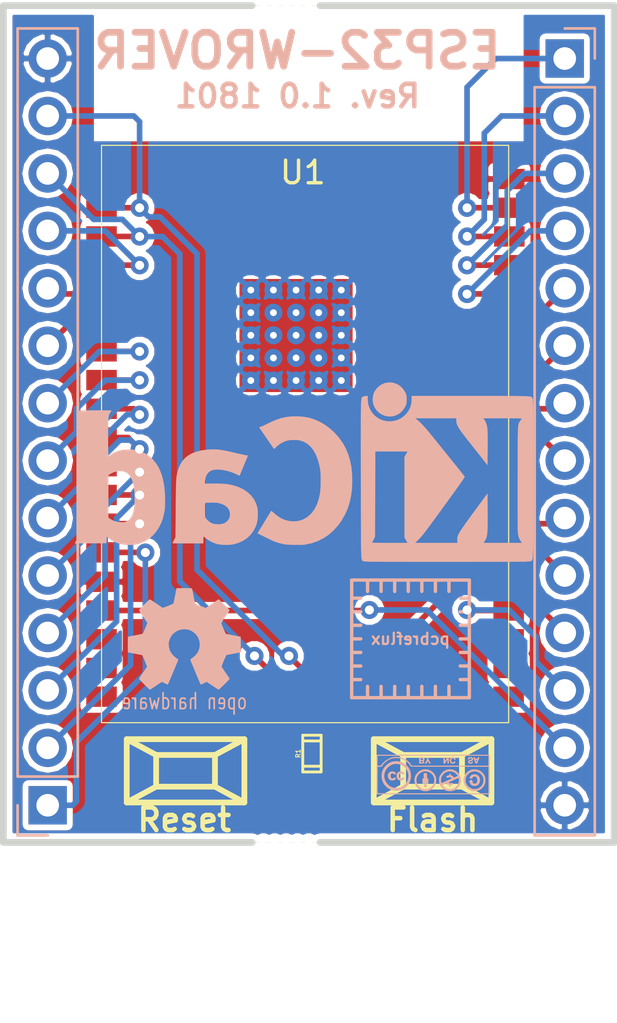
<source format=kicad_pcb>
(kicad_pcb (version 20170123) (host pcbnew no-vcs-found-91ed3e2~59~ubuntu16.04.1)

  (general
    (thickness 1.6)
    (drawings 12)
    (tracks 152)
    (zones 0)
    (modules 12)
    (nets 37)
  )

  (page A4)
  (layers
    (0 F.Cu signal)
    (31 B.Cu signal)
    (32 B.Adhes user)
    (33 F.Adhes user)
    (34 B.Paste user)
    (35 F.Paste user)
    (36 B.SilkS user)
    (37 F.SilkS user)
    (38 B.Mask user)
    (39 F.Mask user)
    (40 Dwgs.User user)
    (41 Cmts.User user)
    (42 Eco1.User user)
    (43 Eco2.User user)
    (44 Edge.Cuts user)
    (45 Margin user)
    (46 B.CrtYd user)
    (47 F.CrtYd user)
    (48 B.Fab user)
    (49 F.Fab user)
  )

  (setup
    (last_trace_width 0.25)
    (trace_clearance 0)
    (zone_clearance 0.254)
    (zone_45_only no)
    (trace_min 0.2)
    (segment_width 0.2)
    (edge_width 0.3)
    (via_size 0.8)
    (via_drill 0.4)
    (via_min_size 0.4)
    (via_min_drill 0.3)
    (uvia_size 0.3)
    (uvia_drill 0.1)
    (uvias_allowed no)
    (uvia_min_size 0.2)
    (uvia_min_drill 0.1)
    (pcb_text_width 0.3)
    (pcb_text_size 1.5 1.5)
    (mod_edge_width 0.15)
    (mod_text_size 1 1)
    (mod_text_width 0.15)
    (pad_size 1.524 1.524)
    (pad_drill 0.762)
    (pad_to_mask_clearance 0.1)
    (aux_axis_origin 0 0)
    (visible_elements FFFFFF7F)
    (pcbplotparams
      (layerselection 0x00030_ffffffff)
      (usegerberextensions false)
      (excludeedgelayer true)
      (linewidth 0.100000)
      (plotframeref false)
      (viasonmask false)
      (mode 1)
      (useauxorigin false)
      (hpglpennumber 1)
      (hpglpenspeed 20)
      (hpglpendiameter 15)
      (psnegative false)
      (psa4output false)
      (plotreference true)
      (plotvalue true)
      (plotinvisibletext false)
      (padsonsilk false)
      (subtractmaskfromsilk false)
      (outputformat 1)
      (mirror false)
      (drillshape 1)
      (scaleselection 1)
      (outputdirectory ""))
  )

  (net 0 "")
  (net 1 +3V3)
  (net 2 "Net-(J1-Pad12)")
  (net 3 GND)
  (net 4 "Net-(J2-Pad10)")
  (net 5 "Net-(J1-Pad11)")
  (net 6 "Net-(J1-Pad10)")
  (net 7 "Net-(J1-Pad9)")
  (net 8 "Net-(J1-Pad8)")
  (net 9 "Net-(J1-Pad7)")
  (net 10 "Net-(J1-Pad6)")
  (net 11 "Net-(J1-Pad5)")
  (net 12 "Net-(J1-Pad4)")
  (net 13 "Net-(J1-Pad3)")
  (net 14 "Net-(J1-Pad2)")
  (net 15 "Net-(J1-Pad1)")
  (net 16 "Net-(J2-Pad13)")
  (net 17 "Net-(U1-Pad17)")
  (net 18 "Net-(U1-Pad18)")
  (net 19 "Net-(U1-Pad19)")
  (net 20 "Net-(U1-Pad20)")
  (net 21 "Net-(U1-Pad21)")
  (net 22 "Net-(U1-Pad22)")
  (net 23 "Net-(J2-Pad12)")
  (net 24 "Net-(J2-Pad11)")
  (net 25 "Net-(J2-Pad9)")
  (net 26 "Net-(U1-Pad27)")
  (net 27 "Net-(U1-Pad28)")
  (net 28 "Net-(J2-Pad8)")
  (net 29 "Net-(J2-Pad7)")
  (net 30 "Net-(J2-Pad6)")
  (net 31 "Net-(U1-Pad32)")
  (net 32 "Net-(J2-Pad5)")
  (net 33 "Net-(J2-Pad4)")
  (net 34 "Net-(J2-Pad3)")
  (net 35 "Net-(J2-Pad2)")
  (net 36 "Net-(J2-Pad1)")

  (net_class Default "This is the default net class."
    (clearance 0)
    (trace_width 0.25)
    (via_dia 0.8)
    (via_drill 0.4)
    (uvia_dia 0.3)
    (uvia_drill 0.1)
    (add_net +3V3)
    (add_net GND)
    (add_net "Net-(J1-Pad1)")
    (add_net "Net-(J1-Pad10)")
    (add_net "Net-(J1-Pad11)")
    (add_net "Net-(J1-Pad12)")
    (add_net "Net-(J1-Pad2)")
    (add_net "Net-(J1-Pad3)")
    (add_net "Net-(J1-Pad4)")
    (add_net "Net-(J1-Pad5)")
    (add_net "Net-(J1-Pad6)")
    (add_net "Net-(J1-Pad7)")
    (add_net "Net-(J1-Pad8)")
    (add_net "Net-(J1-Pad9)")
    (add_net "Net-(J2-Pad1)")
    (add_net "Net-(J2-Pad10)")
    (add_net "Net-(J2-Pad11)")
    (add_net "Net-(J2-Pad12)")
    (add_net "Net-(J2-Pad13)")
    (add_net "Net-(J2-Pad2)")
    (add_net "Net-(J2-Pad3)")
    (add_net "Net-(J2-Pad4)")
    (add_net "Net-(J2-Pad5)")
    (add_net "Net-(J2-Pad6)")
    (add_net "Net-(J2-Pad7)")
    (add_net "Net-(J2-Pad8)")
    (add_net "Net-(J2-Pad9)")
    (add_net "Net-(U1-Pad17)")
    (add_net "Net-(U1-Pad18)")
    (add_net "Net-(U1-Pad19)")
    (add_net "Net-(U1-Pad20)")
    (add_net "Net-(U1-Pad21)")
    (add_net "Net-(U1-Pad22)")
    (add_net "Net-(U1-Pad27)")
    (add_net "Net-(U1-Pad28)")
    (add_net "Net-(U1-Pad32)")
  )

  (module module:ESP32-WROVER-short (layer F.Cu) (tedit 5A4F5D4C) (tstamp 5A50C691)
    (at 45.339 79.756)
    (path /5A4F47A3)
    (attr smd)
    (fp_text reference U1 (at 10.9 -37.38) (layer F.SilkS)
      (effects (font (size 1 1) (thickness 0.15)))
    )
    (fp_text value ESP32-WROVER (at 11.1 -35.08) (layer F.Fab) hide
      (effects (font (size 1 1) (thickness 0.15)))
    )
    (fp_line (start 2 -13.05) (end 2 -38.58) (layer F.SilkS) (width 0.05))
    (fp_line (start 2 -38.58) (end 20 -38.58) (layer F.SilkS) (width 0.05))
    (fp_line (start 20 -38.58) (end 20 -13.05) (layer F.SilkS) (width 0.05))
    (fp_line (start 20 -13.05) (end 2 -13.05) (layer F.SilkS) (width 0.05))
    (pad 39 thru_hole circle (at 12.6 -32.18) (size 0.8 0.8) (drill 0.3) (layers *.Cu *.Mask)
      (net 3 GND))
    (pad 39 thru_hole circle (at 12.6 -31.18) (size 0.8 0.8) (drill 0.3) (layers *.Cu *.Mask)
      (net 3 GND))
    (pad 39 thru_hole circle (at 12.6 -30.18) (size 0.8 0.8) (drill 0.3) (layers *.Cu *.Mask)
      (net 3 GND))
    (pad 39 thru_hole circle (at 12.6 -29.18) (size 0.8 0.8) (drill 0.3) (layers *.Cu *.Mask)
      (net 3 GND))
    (pad 39 thru_hole circle (at 12.6 -28.18) (size 0.8 0.8) (drill 0.3) (layers *.Cu *.Mask)
      (net 3 GND))
    (pad 39 thru_hole circle (at 10.6 -32.18) (size 0.8 0.8) (drill 0.3) (layers *.Cu *.Mask)
      (net 3 GND))
    (pad 39 thru_hole circle (at 10.6 -31.18) (size 0.8 0.8) (drill 0.3) (layers *.Cu *.Mask)
      (net 3 GND))
    (pad 39 thru_hole circle (at 10.6 -30.18) (size 0.8 0.8) (drill 0.3) (layers *.Cu *.Mask)
      (net 3 GND))
    (pad 39 thru_hole circle (at 10.6 -29.18) (size 0.8 0.8) (drill 0.3) (layers *.Cu *.Mask)
      (net 3 GND))
    (pad 39 thru_hole circle (at 10.6 -28.18) (size 0.8 0.8) (drill 0.3) (layers *.Cu *.Mask)
      (net 3 GND))
    (pad 39 thru_hole circle (at 11.6 -28.18) (size 0.8 0.8) (drill 0.3) (layers *.Cu *.Mask)
      (net 3 GND))
    (pad 39 thru_hole circle (at 11.6 -29.18) (size 0.8 0.8) (drill 0.3) (layers *.Cu *.Mask)
      (net 3 GND))
    (pad 39 thru_hole circle (at 11.6 -30.18) (size 0.8 0.8) (drill 0.3) (layers *.Cu *.Mask)
      (net 3 GND))
    (pad 39 thru_hole circle (at 11.6 -31.18) (size 0.8 0.8) (drill 0.3) (layers *.Cu *.Mask)
      (net 3 GND))
    (pad 39 thru_hole circle (at 11.6 -32.18) (size 0.8 0.8) (drill 0.3) (layers *.Cu *.Mask)
      (net 3 GND))
    (pad 39 thru_hole circle (at 9.6 -32.18) (size 0.8 0.8) (drill 0.3) (layers *.Cu *.Mask)
      (net 3 GND))
    (pad 39 thru_hole circle (at 9.6 -31.18) (size 0.8 0.8) (drill 0.3) (layers *.Cu *.Mask)
      (net 3 GND))
    (pad 39 thru_hole circle (at 9.6 -30.18) (size 0.8 0.8) (drill 0.3) (layers *.Cu *.Mask)
      (net 3 GND))
    (pad 39 thru_hole circle (at 9.6 -29.18) (size 0.8 0.8) (drill 0.3) (layers *.Cu *.Mask)
      (net 3 GND))
    (pad 39 thru_hole circle (at 9.6 -28.18) (size 0.8 0.8) (drill 0.3) (layers *.Cu *.Mask)
      (net 3 GND))
    (pad 39 thru_hole circle (at 8.6 -28.18) (size 0.8 0.8) (drill 0.3) (layers *.Cu *.Mask)
      (net 3 GND))
    (pad 39 thru_hole circle (at 8.6 -29.18) (size 0.8 0.8) (drill 0.3) (layers *.Cu *.Mask)
      (net 3 GND))
    (pad 39 thru_hole circle (at 8.6 -30.18) (size 0.8 0.8) (drill 0.3) (layers *.Cu *.Mask)
      (net 3 GND))
    (pad 39 thru_hole circle (at 8.6 -31.18) (size 0.8 0.8) (drill 0.3) (layers *.Cu *.Mask)
      (net 3 GND))
    (pad 38 smd rect (at 20.03 -37.09) (size 1.35 0.9) (layers F.Cu F.Paste F.Mask)
      (net 3 GND))
    (pad 37 smd rect (at 20.03 -35.82) (size 1.35 0.9) (layers F.Cu F.Paste F.Mask)
      (net 36 "Net-(J2-Pad1)"))
    (pad 36 smd rect (at 20.03 -34.55) (size 1.35 0.9) (layers F.Cu F.Paste F.Mask)
      (net 35 "Net-(J2-Pad2)"))
    (pad 35 smd rect (at 20.03 -33.28) (size 1.35 0.9) (layers F.Cu F.Paste F.Mask)
      (net 34 "Net-(J2-Pad3)"))
    (pad 34 smd rect (at 20.03 -32.01) (size 1.35 0.9) (layers F.Cu F.Paste F.Mask)
      (net 33 "Net-(J2-Pad4)"))
    (pad 33 smd rect (at 20.03 -30.74) (size 1.35 0.9) (layers F.Cu F.Paste F.Mask)
      (net 32 "Net-(J2-Pad5)"))
    (pad 32 smd rect (at 20.03 -29.47) (size 1.35 0.9) (layers F.Cu F.Paste F.Mask)
      (net 31 "Net-(U1-Pad32)"))
    (pad 31 smd rect (at 20.03 -28.2) (size 1.35 0.9) (layers F.Cu F.Paste F.Mask)
      (net 30 "Net-(J2-Pad6)"))
    (pad 30 smd rect (at 20.03 -26.93) (size 1.35 0.9) (layers F.Cu F.Paste F.Mask)
      (net 29 "Net-(J2-Pad7)"))
    (pad 29 smd rect (at 20.03 -25.66) (size 1.35 0.9) (layers F.Cu F.Paste F.Mask)
      (net 28 "Net-(J2-Pad8)"))
    (pad 28 smd rect (at 20.03 -24.39) (size 1.35 0.9) (layers F.Cu F.Paste F.Mask)
      (net 27 "Net-(U1-Pad28)"))
    (pad 27 smd rect (at 20.03 -23.12) (size 1.35 0.9) (layers F.Cu F.Paste F.Mask)
      (net 26 "Net-(U1-Pad27)"))
    (pad 26 smd rect (at 20.03 -21.85) (size 1.35 0.9) (layers F.Cu F.Paste F.Mask)
      (net 25 "Net-(J2-Pad9)"))
    (pad 25 smd rect (at 20.03 -20.58) (size 1.35 0.9) (layers F.Cu F.Paste F.Mask)
      (net 4 "Net-(J2-Pad10)"))
    (pad 24 smd rect (at 20 -19.28 90) (size 0.9 1.35) (layers F.Cu F.Paste F.Mask)
      (net 24 "Net-(J2-Pad11)"))
    (pad 23 smd rect (at 20 -18.01 90) (size 0.9 1.35) (layers F.Cu F.Paste F.Mask)
      (net 23 "Net-(J2-Pad12)"))
    (pad 22 smd rect (at 20 -16.74 90) (size 0.9 1.35) (layers F.Cu F.Paste F.Mask)
      (net 22 "Net-(U1-Pad22)"))
    (pad 21 smd rect (at 20 -15.47 90) (size 0.9 1.35) (layers F.Cu F.Paste F.Mask)
      (net 21 "Net-(U1-Pad21)"))
    (pad 20 smd rect (at 20 -14.2 90) (size 0.9 1.35) (layers F.Cu F.Paste F.Mask)
      (net 20 "Net-(U1-Pad20)"))
    (pad 19 smd rect (at 2 -14.2 90) (size 0.9 1.35) (layers F.Cu F.Paste F.Mask)
      (net 19 "Net-(U1-Pad19)"))
    (pad 18 smd rect (at 2 -15.47 90) (size 0.9 1.35) (layers F.Cu F.Paste F.Mask)
      (net 18 "Net-(U1-Pad18)"))
    (pad 17 smd rect (at 2 -16.74 90) (size 0.9 1.35) (layers F.Cu F.Paste F.Mask)
      (net 17 "Net-(U1-Pad17)"))
    (pad 16 smd rect (at 2 -18.01 90) (size 0.9 1.35) (layers F.Cu F.Paste F.Mask)
      (net 16 "Net-(J2-Pad13)"))
    (pad 15 smd rect (at 2 -19.28 90) (size 0.9 1.35) (layers F.Cu F.Paste F.Mask)
      (net 3 GND))
    (pad 14 smd rect (at 2 -20.58) (size 1.35 0.9) (layers F.Cu F.Paste F.Mask)
      (net 15 "Net-(J1-Pad1)"))
    (pad 13 smd rect (at 2 -21.85) (size 1.35 0.9) (layers F.Cu F.Paste F.Mask)
      (net 14 "Net-(J1-Pad2)"))
    (pad 12 smd rect (at 2 -23.12) (size 1.35 0.9) (layers F.Cu F.Paste F.Mask)
      (net 13 "Net-(J1-Pad3)"))
    (pad 11 smd rect (at 2 -24.39) (size 1.35 0.9) (layers F.Cu F.Paste F.Mask)
      (net 12 "Net-(J1-Pad4)"))
    (pad 10 smd rect (at 2 -25.66) (size 1.35 0.9) (layers F.Cu F.Paste F.Mask)
      (net 11 "Net-(J1-Pad5)"))
    (pad 9 smd rect (at 2 -26.93) (size 1.35 0.9) (layers F.Cu F.Paste F.Mask)
      (net 10 "Net-(J1-Pad6)"))
    (pad 8 smd rect (at 2 -28.2) (size 1.35 0.9) (layers F.Cu F.Paste F.Mask)
      (net 9 "Net-(J1-Pad7)"))
    (pad 7 smd rect (at 2 -29.47) (size 1.35 0.9) (layers F.Cu F.Paste F.Mask)
      (net 8 "Net-(J1-Pad8)"))
    (pad 6 smd rect (at 2 -30.74) (size 1.35 0.9) (layers F.Cu F.Paste F.Mask)
      (net 7 "Net-(J1-Pad9)"))
    (pad 5 smd rect (at 2 -32.01) (size 1.35 0.9) (layers F.Cu F.Paste F.Mask)
      (net 6 "Net-(J1-Pad10)"))
    (pad 4 smd rect (at 2 -33.28) (size 1.35 0.9) (layers F.Cu F.Paste F.Mask)
      (net 5 "Net-(J1-Pad11)"))
    (pad 3 smd rect (at 2 -34.55) (size 1.35 0.9) (layers F.Cu F.Paste F.Mask)
      (net 2 "Net-(J1-Pad12)"))
    (pad 2 smd rect (at 2 -35.82) (size 1.35 0.9) (layers F.Cu F.Paste F.Mask)
      (net 1 +3V3))
    (pad 1 smd rect (at 2 -37.09) (size 1.35 0.9) (layers F.Cu F.Paste F.Mask)
      (net 3 GND))
    (pad 39 smd rect (at 10.6 -30.17) (size 5 5) (layers F.Cu F.Paste F.Mask)
      (net 3 GND))
    (pad 39 thru_hole circle (at 8.6 -32.18) (size 0.8 0.8) (drill 0.3) (layers *.Cu *.Mask)
      (net 3 GND))
    (model ${KIWALTER3DMOD}/nrf51822-04_module.x3d
      (at (xyz 0.4330708661417323 1.043307086614173 0))
      (scale (xyz 2 2.2 1))
      (rotate (xyz 0 0 0))
    )
  )

  (module Symbols:KiCad-Logo_8mm_SilkScreen (layer B.Cu) (tedit 0) (tstamp 5A517AFD)
    (at 56.3 55.6 180)
    (descr "KiCad Logo")
    (tags "Logo KiCad")
    (attr virtual)
    (fp_text reference REF*** (at 0 0 180) (layer B.SilkS) hide
      (effects (font (size 1 1) (thickness 0.15)) (justify mirror))
    )
    (fp_text value KiCad-Logo_8mm_SilkScreen (at 0.75 0 180) (layer B.Fab) hide
      (effects (font (size 1 1) (thickness 0.15)) (justify mirror))
    )
    (fp_poly (pts (xy -7.870089 3.33834) (xy -7.52054 3.338293) (xy -7.35783 3.338286) (xy -4.753429 3.338285)
      (xy -4.753429 3.184762) (xy -4.737043 2.997937) (xy -4.687588 2.825633) (xy -4.60462 2.666825)
      (xy -4.487695 2.52049) (xy -4.448136 2.480968) (xy -4.30583 2.368862) (xy -4.148922 2.287101)
      (xy -3.982072 2.235647) (xy -3.809939 2.214463) (xy -3.637185 2.223513) (xy -3.46847 2.262758)
      (xy -3.308454 2.332162) (xy -3.161798 2.431689) (xy -3.095932 2.491735) (xy -2.973192 2.638957)
      (xy -2.883188 2.800853) (xy -2.826706 2.975573) (xy -2.804529 3.161265) (xy -2.804234 3.179533)
      (xy -2.803072 3.33828) (xy -2.7333 3.338283) (xy -2.671405 3.329882) (xy -2.614865 3.309444)
      (xy -2.611128 3.307333) (xy -2.598358 3.300707) (xy -2.586632 3.295546) (xy -2.575906 3.290349)
      (xy -2.566139 3.28361) (xy -2.557288 3.273829) (xy -2.549311 3.2595) (xy -2.542165 3.239122)
      (xy -2.535808 3.211192) (xy -2.530198 3.174205) (xy -2.525293 3.12666) (xy -2.521049 3.067053)
      (xy -2.517424 2.993881) (xy -2.514377 2.905641) (xy -2.511864 2.80083) (xy -2.509844 2.677945)
      (xy -2.508274 2.535483) (xy -2.507112 2.37194) (xy -2.506314 2.185814) (xy -2.50584 1.975602)
      (xy -2.505646 1.7398) (xy -2.50569 1.476906) (xy -2.50593 1.185416) (xy -2.506323 0.863828)
      (xy -2.506827 0.510638) (xy -2.5074 0.124343) (xy -2.507999 -0.29656) (xy -2.508068 -0.34784)
      (xy -2.508605 -0.771426) (xy -2.509061 -1.16023) (xy -2.509484 -1.515753) (xy -2.509921 -1.839498)
      (xy -2.510422 -2.132966) (xy -2.511035 -2.397661) (xy -2.511808 -2.635085) (xy -2.512789 -2.84674)
      (xy -2.514026 -3.034129) (xy -2.515568 -3.198754) (xy -2.517463 -3.342117) (xy -2.519759 -3.46572)
      (xy -2.522504 -3.571067) (xy -2.525747 -3.659659) (xy -2.529536 -3.733) (xy -2.533919 -3.79259)
      (xy -2.538945 -3.839933) (xy -2.544661 -3.876531) (xy -2.551116 -3.903886) (xy -2.558359 -3.923502)
      (xy -2.566437 -3.936879) (xy -2.575398 -3.945521) (xy -2.585292 -3.95093) (xy -2.596165 -3.954608)
      (xy -2.608067 -3.958058) (xy -2.621046 -3.962782) (xy -2.624217 -3.96422) (xy -2.634181 -3.967451)
      (xy -2.650859 -3.97042) (xy -2.675707 -3.973137) (xy -2.71018 -3.975613) (xy -2.755736 -3.977858)
      (xy -2.81383 -3.979883) (xy -2.885919 -3.981698) (xy -2.973458 -3.983315) (xy -3.077905 -3.984743)
      (xy -3.200715 -3.985993) (xy -3.343345 -3.987076) (xy -3.507251 -3.988002) (xy -3.69389 -3.988782)
      (xy -3.904716 -3.989426) (xy -4.141188 -3.989946) (xy -4.404761 -3.990351) (xy -4.69689 -3.990652)
      (xy -5.019034 -3.99086) (xy -5.372647 -3.990985) (xy -5.759186 -3.991038) (xy -6.180108 -3.991029)
      (xy -6.316456 -3.991016) (xy -6.746716 -3.990947) (xy -7.142164 -3.990834) (xy -7.504273 -3.990665)
      (xy -7.834517 -3.99043) (xy -8.134371 -3.990116) (xy -8.405308 -3.989713) (xy -8.6488 -3.989207)
      (xy -8.866323 -3.988589) (xy -9.05935 -3.987846) (xy -9.229354 -3.986968) (xy -9.37781 -3.985941)
      (xy -9.50619 -3.984756) (xy -9.615969 -3.9834) (xy -9.70862 -3.981862) (xy -9.785617 -3.98013)
      (xy -9.848434 -3.978194) (xy -9.898544 -3.97604) (xy -9.937421 -3.973659) (xy -9.966538 -3.971037)
      (xy -9.987371 -3.968165) (xy -10.001391 -3.96503) (xy -10.009034 -3.962159) (xy -10.022618 -3.95643)
      (xy -10.03509 -3.952206) (xy -10.046498 -3.947985) (xy -10.056889 -3.942268) (xy -10.066309 -3.933555)
      (xy -10.074808 -3.920345) (xy -10.08243 -3.901137) (xy -10.089225 -3.874433) (xy -10.095238 -3.83873)
      (xy -10.100517 -3.79253) (xy -10.10511 -3.734332) (xy -10.109064 -3.662635) (xy -10.112425 -3.57594)
      (xy -10.115241 -3.472746) (xy -10.11756 -3.351553) (xy -10.119428 -3.21086) (xy -10.119916 -3.156857)
      (xy -9.635704 -3.156857) (xy -7.924256 -3.156857) (xy -7.957187 -3.106964) (xy -7.989947 -3.055693)
      (xy -8.017689 -3.006869) (xy -8.040807 -2.957076) (xy -8.059697 -2.902898) (xy -8.074751 -2.840916)
      (xy -8.086367 -2.767715) (xy -8.094936 -2.679878) (xy -8.100856 -2.573988) (xy -8.104519 -2.446628)
      (xy -8.106321 -2.294381) (xy -8.106656 -2.113832) (xy -8.105919 -1.901562) (xy -8.105501 -1.822755)
      (xy -8.100786 -0.977911) (xy -7.565572 -1.706557) (xy -7.413946 -1.913265) (xy -7.282581 -2.09326)
      (xy -7.170057 -2.248925) (xy -7.074957 -2.382647) (xy -6.995862 -2.496809) (xy -6.931353 -2.593797)
      (xy -6.880012 -2.675994) (xy -6.84042 -2.745786) (xy -6.81116 -2.805558) (xy -6.790812 -2.857693)
      (xy -6.777958 -2.904576) (xy -6.771181 -2.948593) (xy -6.76906 -2.992127) (xy -6.770179 -3.037564)
      (xy -6.770464 -3.043275) (xy -6.776357 -3.156933) (xy -4.900771 -3.156857) (xy -5.040278 -3.016189)
      (xy -5.078135 -2.977715) (xy -5.114047 -2.940279) (xy -5.149593 -2.901814) (xy -5.186347 -2.860258)
      (xy -5.225886 -2.813545) (xy -5.269786 -2.75961) (xy -5.319623 -2.69639) (xy -5.376972 -2.621818)
      (xy -5.443411 -2.533832) (xy -5.520515 -2.430365) (xy -5.609861 -2.309354) (xy -5.713024 -2.168734)
      (xy -5.83158 -2.00644) (xy -5.967105 -1.820407) (xy -6.121177 -1.608571) (xy -6.247462 -1.434804)
      (xy -6.405954 -1.216501) (xy -6.544216 -1.025629) (xy -6.663499 -0.860374) (xy -6.765057 -0.718926)
      (xy -6.850141 -0.599471) (xy -6.920005 -0.500198) (xy -6.9759 -0.419295) (xy -7.01908 -0.354949)
      (xy -7.050797 -0.305347) (xy -7.072302 -0.268679) (xy -7.08485 -0.243132) (xy -7.089692 -0.226893)
      (xy -7.088237 -0.218355) (xy -7.070599 -0.195635) (xy -7.032466 -0.147543) (xy -6.976138 -0.076938)
      (xy -6.903916 0.013322) (xy -6.818101 0.120379) (xy -6.720994 0.241373) (xy -6.614896 0.373446)
      (xy -6.502109 0.51374) (xy -6.384932 0.659397) (xy -6.265667 0.807556) (xy -6.200067 0.889)
      (xy -4.571314 0.889) (xy -4.503621 0.766535) (xy -4.435929 0.644071) (xy -4.435929 -2.911929)
      (xy -4.503621 -3.034393) (xy -4.571314 -3.156857) (xy -3.770559 -3.156857) (xy -3.579398 -3.156802)
      (xy -3.421501 -3.156551) (xy -3.293848 -3.155979) (xy -3.193419 -3.154959) (xy -3.117193 -3.153365)
      (xy -3.062148 -3.15107) (xy -3.025264 -3.14795) (xy -3.003521 -3.143877) (xy -2.993898 -3.138725)
      (xy -2.993373 -3.132367) (xy -2.998926 -3.124679) (xy -2.998984 -3.124615) (xy -3.02186 -3.091524)
      (xy -3.052151 -3.037719) (xy -3.078903 -2.984008) (xy -3.129643 -2.875643) (xy -3.134818 -0.993322)
      (xy -3.139993 0.889) (xy -4.571314 0.889) (xy -6.200067 0.889) (xy -6.146615 0.955361)
      (xy -6.030077 1.099953) (xy -5.918354 1.238472) (xy -5.813746 1.368061) (xy -5.718556 1.48586)
      (xy -5.635083 1.589012) (xy -5.565629 1.674657) (xy -5.512494 1.739938) (xy -5.481285 1.778)
      (xy -5.360097 1.92033) (xy -5.243507 2.04877) (xy -5.135603 2.159114) (xy -5.04047 2.247159)
      (xy -4.972957 2.301138) (xy -4.893127 2.358571) (xy -6.729108 2.358571) (xy -6.728592 2.250835)
      (xy -6.733724 2.171628) (xy -6.753015 2.098195) (xy -6.782877 2.028585) (xy -6.802288 1.989259)
      (xy -6.823159 1.950293) (xy -6.847396 1.909099) (xy -6.876906 1.863092) (xy -6.913594 1.809683)
      (xy -6.959368 1.746286) (xy -7.016135 1.670315) (xy -7.0858 1.579183) (xy -7.17027 1.470302)
      (xy -7.271453 1.341086) (xy -7.391253 1.188948) (xy -7.531579 1.011302) (xy -7.547429 0.991258)
      (xy -8.100786 0.291492) (xy -8.106143 1.066496) (xy -8.107221 1.298632) (xy -8.106992 1.495154)
      (xy -8.105443 1.656708) (xy -8.102563 1.783944) (xy -8.098341 1.877508) (xy -8.092766 1.938048)
      (xy -8.090893 1.949532) (xy -8.061495 2.070501) (xy -8.022978 2.179554) (xy -7.979026 2.267237)
      (xy -7.952621 2.304426) (xy -7.90706 2.358571) (xy -8.77153 2.358571) (xy -8.977745 2.358395)
      (xy -9.150188 2.357821) (xy -9.291373 2.356783) (xy -9.403812 2.355213) (xy -9.490017 2.353046)
      (xy -9.552502 2.350212) (xy -9.593779 2.346647) (xy -9.61636 2.342282) (xy -9.622759 2.337051)
      (xy -9.622317 2.335893) (xy -9.603991 2.308231) (xy -9.573396 2.264385) (xy -9.557567 2.242209)
      (xy -9.541202 2.22008) (xy -9.526492 2.200291) (xy -9.513344 2.180894) (xy -9.501667 2.159942)
      (xy -9.491368 2.135488) (xy -9.482354 2.105584) (xy -9.474532 2.068283) (xy -9.467809 2.021637)
      (xy -9.462094 1.963699) (xy -9.457293 1.892521) (xy -9.453315 1.806156) (xy -9.450065 1.702656)
      (xy -9.447452 1.580075) (xy -9.445383 1.436463) (xy -9.443766 1.269875) (xy -9.442507 1.078363)
      (xy -9.441515 0.859978) (xy -9.440696 0.612774) (xy -9.439958 0.334804) (xy -9.439209 0.024119)
      (xy -9.438508 -0.2613) (xy -9.437847 -0.579492) (xy -9.437503 -0.883077) (xy -9.437468 -1.170115)
      (xy -9.437732 -1.438669) (xy -9.438285 -1.686798) (xy -9.43912 -1.912563) (xy -9.440227 -2.114026)
      (xy -9.441596 -2.289246) (xy -9.443219 -2.436286) (xy -9.445087 -2.553206) (xy -9.447189 -2.638067)
      (xy -9.449518 -2.688929) (xy -9.449959 -2.694304) (xy -9.466008 -2.817613) (xy -9.491064 -2.916644)
      (xy -9.529221 -3.00307) (xy -9.584572 -3.088565) (xy -9.591496 -3.097893) (xy -9.635704 -3.156857)
      (xy -10.119916 -3.156857) (xy -10.120892 -3.049168) (xy -10.122001 -2.864976) (xy -10.122801 -2.656784)
      (xy -10.123339 -2.423091) (xy -10.123662 -2.162398) (xy -10.123817 -1.873204) (xy -10.123854 -1.554009)
      (xy -10.123817 -1.203313) (xy -10.123755 -0.819614) (xy -10.123715 -0.401414) (xy -10.123714 -0.318393)
      (xy -10.123691 0.104211) (xy -10.123612 0.492019) (xy -10.123467 0.84652) (xy -10.123244 1.169203)
      (xy -10.122931 1.461558) (xy -10.122517 1.725073) (xy -10.121991 1.961238) (xy -10.12134 2.171542)
      (xy -10.120553 2.357474) (xy -10.119619 2.520525) (xy -10.118526 2.662182) (xy -10.117263 2.783936)
      (xy -10.115817 2.887275) (xy -10.114179 2.973689) (xy -10.112334 3.044667) (xy -10.110274 3.101699)
      (xy -10.107985 3.146273) (xy -10.105456 3.179879) (xy -10.102676 3.204007) (xy -10.099633 3.220144)
      (xy -10.096316 3.229782) (xy -10.096193 3.230022) (xy -10.08936 3.244745) (xy -10.08367 3.258074)
      (xy -10.077374 3.270078) (xy -10.068728 3.280827) (xy -10.055986 3.290389) (xy -10.0374 3.298833)
      (xy -10.011226 3.306229) (xy -9.975716 3.312646) (xy -9.929125 3.318152) (xy -9.869707 3.322817)
      (xy -9.795715 3.326709) (xy -9.705403 3.329898) (xy -9.597025 3.332453) (xy -9.468835 3.334442)
      (xy -9.319087 3.335935) (xy -9.146034 3.337002) (xy -8.947931 3.337709) (xy -8.723031 3.338128)
      (xy -8.469588 3.338327) (xy -8.185856 3.338374) (xy -7.870089 3.33834)) (layer B.SilkS) (width 0.01))
    (fp_poly (pts (xy 0.581378 2.430769) (xy 0.777019 2.409351) (xy 0.966562 2.371015) (xy 1.157717 2.313762)
      (xy 1.358196 2.235591) (xy 1.575708 2.134504) (xy 1.61488 2.114924) (xy 1.704772 2.070638)
      (xy 1.789553 2.030761) (xy 1.860855 1.999102) (xy 1.91031 1.979468) (xy 1.917908 1.976996)
      (xy 1.990714 1.955183) (xy 1.664803 1.481056) (xy 1.585123 1.365177) (xy 1.512272 1.259306)
      (xy 1.44873 1.167038) (xy 1.396972 1.091967) (xy 1.359477 1.037687) (xy 1.338723 1.007793)
      (xy 1.335351 1.003059) (xy 1.321655 1.012958) (xy 1.287943 1.042715) (xy 1.240244 1.086927)
      (xy 1.21392 1.111916) (xy 1.064772 1.230544) (xy 0.897268 1.320687) (xy 0.752928 1.370064)
      (xy 0.666283 1.385571) (xy 0.557796 1.395021) (xy 0.440227 1.398239) (xy 0.326334 1.395049)
      (xy 0.228879 1.385276) (xy 0.18999 1.377791) (xy 0.014712 1.317488) (xy -0.143235 1.22541)
      (xy -0.283732 1.101727) (xy -0.406665 0.946607) (xy -0.511915 0.760219) (xy -0.599365 0.54273)
      (xy -0.6689 0.294308) (xy -0.710225 0.081643) (xy -0.721006 -0.012241) (xy -0.728352 -0.133524)
      (xy -0.732333 -0.273493) (xy -0.733021 -0.423431) (xy -0.730486 -0.574622) (xy -0.7248 -0.718351)
      (xy -0.716033 -0.845903) (xy -0.704256 -0.948562) (xy -0.701707 -0.964401) (xy -0.645519 -1.219536)
      (xy -0.568964 -1.445342) (xy -0.471574 -1.642831) (xy -0.352886 -1.813014) (xy -0.268637 -1.905022)
      (xy -0.11723 -2.029943) (xy 0.048817 -2.12254) (xy 0.226701 -2.182309) (xy 0.413622 -2.208746)
      (xy 0.606778 -2.201348) (xy 0.803369 -2.159611) (xy 0.919597 -2.118771) (xy 1.080438 -2.03699)
      (xy 1.246213 -1.919678) (xy 1.339073 -1.840345) (xy 1.391214 -1.794429) (xy 1.43218 -1.760742)
      (xy 1.455498 -1.74451) (xy 1.458393 -1.744015) (xy 1.4688 -1.760601) (xy 1.495767 -1.804432)
      (xy 1.536996 -1.871748) (xy 1.590189 -1.958794) (xy 1.65305 -2.06181) (xy 1.723281 -2.177041)
      (xy 1.762372 -2.241231) (xy 2.060964 -2.731677) (xy 1.688161 -2.915915) (xy 1.553369 -2.982093)
      (xy 1.444175 -3.034278) (xy 1.353907 -3.07506) (xy 1.275888 -3.107033) (xy 1.203444 -3.132787)
      (xy 1.129901 -3.154914) (xy 1.048584 -3.176007) (xy 0.970643 -3.19453) (xy 0.901366 -3.208863)
      (xy 0.828917 -3.219694) (xy 0.746042 -3.227626) (xy 0.645488 -3.233258) (xy 0.520003 -3.237192)
      (xy 0.435428 -3.238891) (xy 0.314754 -3.24005) (xy 0.199042 -3.239465) (xy 0.095951 -3.237304)
      (xy 0.013138 -3.233732) (xy -0.04174 -3.228917) (xy -0.044992 -3.228437) (xy -0.329957 -3.166786)
      (xy -0.597558 -3.073285) (xy -0.847703 -2.947993) (xy -1.080296 -2.790974) (xy -1.295243 -2.602289)
      (xy -1.49245 -2.382) (xy -1.635273 -2.186214) (xy -1.78732 -1.929949) (xy -1.910227 -1.659317)
      (xy -2.00459 -1.372149) (xy -2.071001 -1.066276) (xy -2.110056 -0.739528) (xy -2.12236 -0.407739)
      (xy -2.112241 -0.086779) (xy -2.080439 0.209354) (xy -2.025946 0.485655) (xy -1.94775 0.747119)
      (xy -1.844841 0.998742) (xy -1.832553 1.02481) (xy -1.69718 1.268493) (xy -1.530911 1.500382)
      (xy -1.338459 1.715677) (xy -1.124534 1.909578) (xy -0.893845 2.077285) (xy -0.678891 2.200304)
      (xy -0.461742 2.296655) (xy -0.244132 2.366449) (xy -0.017638 2.411587) (xy 0.226166 2.433969)
      (xy 0.371928 2.437269) (xy 0.581378 2.430769)) (layer B.SilkS) (width 0.01))
    (fp_poly (pts (xy 4.185632 0.97227) (xy 4.275523 0.965465) (xy 4.532715 0.931247) (xy 4.760485 0.876669)
      (xy 4.959943 0.80098) (xy 5.132197 0.70343) (xy 5.278359 0.583268) (xy 5.399536 0.439742)
      (xy 5.496839 0.272102) (xy 5.567891 0.090714) (xy 5.585927 0.032854) (xy 5.601632 -0.021329)
      (xy 5.615192 -0.074752) (xy 5.626792 -0.130333) (xy 5.636617 -0.190988) (xy 5.644853 -0.259635)
      (xy 5.651684 -0.33919) (xy 5.657295 -0.432572) (xy 5.661872 -0.542696) (xy 5.6656 -0.672481)
      (xy 5.668665 -0.824842) (xy 5.67125 -1.002698) (xy 5.673542 -1.208965) (xy 5.675725 -1.446561)
      (xy 5.677286 -1.632857) (xy 5.687785 -2.911929) (xy 5.755821 -3.035018) (xy 5.788038 -3.094317)
      (xy 5.812012 -3.140377) (xy 5.82345 -3.164893) (xy 5.823857 -3.166553) (xy 5.806375 -3.168454)
      (xy 5.756574 -3.170205) (xy 5.678421 -3.171758) (xy 5.575882 -3.173062) (xy 5.452922 -3.17407)
      (xy 5.31351 -3.174731) (xy 5.161611 -3.174997) (xy 5.1435 -3.175) (xy 4.463143 -3.175)
      (xy 4.463143 -3.020786) (xy 4.461982 -2.951094) (xy 4.458887 -2.897794) (xy 4.454432 -2.869217)
      (xy 4.452463 -2.866572) (xy 4.434455 -2.877653) (xy 4.397393 -2.906736) (xy 4.349222 -2.947579)
      (xy 4.348141 -2.948524) (xy 4.260235 -3.013971) (xy 4.149217 -3.079688) (xy 4.027631 -3.139219)
      (xy 3.908021 -3.186109) (xy 3.855357 -3.202133) (xy 3.750551 -3.222485) (xy 3.62195 -3.235472)
      (xy 3.481325 -3.240909) (xy 3.340448 -3.238611) (xy 3.211093 -3.228392) (xy 3.120571 -3.213689)
      (xy 2.89858 -3.148499) (xy 2.698729 -3.055594) (xy 2.522319 -2.936126) (xy 2.37065 -2.791247)
      (xy 2.245024 -2.62211) (xy 2.146741 -2.429867) (xy 2.104341 -2.313214) (xy 2.077768 -2.199833)
      (xy 2.060158 -2.063722) (xy 2.05201 -1.917437) (xy 2.052278 -1.896151) (xy 3.279321 -1.896151)
      (xy 3.289496 -2.00485) (xy 3.323378 -2.095185) (xy 3.386 -2.178995) (xy 3.410052 -2.203571)
      (xy 3.495551 -2.270011) (xy 3.594373 -2.312574) (xy 3.712768 -2.333177) (xy 3.837445 -2.334694)
      (xy 3.955698 -2.324677) (xy 4.046239 -2.305085) (xy 4.08556 -2.29037) (xy 4.156432 -2.250265)
      (xy 4.231525 -2.193863) (xy 4.300038 -2.130561) (xy 4.351172 -2.069755) (xy 4.36475 -2.047449)
      (xy 4.375305 -2.016212) (xy 4.38281 -1.966507) (xy 4.387613 -1.893587) (xy 4.390065 -1.792703)
      (xy 4.390571 -1.696689) (xy 4.390228 -1.58475) (xy 4.388843 -1.503809) (xy 4.385881 -1.448585)
      (xy 4.380808 -1.413794) (xy 4.37309 -1.394154) (xy 4.362192 -1.38438) (xy 4.358821 -1.382824)
      (xy 4.329529 -1.378029) (xy 4.271756 -1.374108) (xy 4.193304 -1.371414) (xy 4.101974 -1.370299)
      (xy 4.082143 -1.370298) (xy 3.960063 -1.372246) (xy 3.865749 -1.378041) (xy 3.790807 -1.388475)
      (xy 3.728903 -1.403714) (xy 3.575349 -1.461784) (xy 3.454932 -1.533179) (xy 3.36661 -1.619039)
      (xy 3.309339 -1.720507) (xy 3.282078 -1.838725) (xy 3.279321 -1.896151) (xy 2.052278 -1.896151)
      (xy 2.053823 -1.773533) (xy 2.066096 -1.644565) (xy 2.07567 -1.59246) (xy 2.136801 -1.398997)
      (xy 2.229757 -1.220993) (xy 2.352783 -1.060155) (xy 2.504124 -0.91819) (xy 2.682025 -0.796806)
      (xy 2.884732 -0.697709) (xy 3.057071 -0.637533) (xy 3.172253 -0.605919) (xy 3.282423 -0.581354)
      (xy 3.394719 -0.563039) (xy 3.516275 -0.550178) (xy 3.654229 -0.541972) (xy 3.815715 -0.537624)
      (xy 3.961715 -0.5364) (xy 4.394645 -0.535215) (xy 4.386351 -0.40508) (xy 4.362801 -0.263883)
      (xy 4.312703 -0.142518) (xy 4.238191 -0.044017) (xy 4.141399 0.028591) (xy 4.056171 0.064021)
      (xy 3.934056 0.08635) (xy 3.788683 0.089557) (xy 3.626867 0.074823) (xy 3.455422 0.04333)
      (xy 3.281163 -0.00374) (xy 3.110904 -0.065203) (xy 2.987176 -0.121417) (xy 2.927647 -0.150283)
      (xy 2.882242 -0.170443) (xy 2.85915 -0.17831) (xy 2.857897 -0.178058) (xy 2.849929 -0.160437)
      (xy 2.830031 -0.113733) (xy 2.800077 -0.042418) (xy 2.761939 0.049031) (xy 2.717488 0.156141)
      (xy 2.672305 0.265451) (xy 2.491667 0.70326) (xy 2.620155 0.724364) (xy 2.675846 0.734953)
      (xy 2.759564 0.752737) (xy 2.864139 0.776102) (xy 2.982399 0.803435) (xy 3.107172 0.833119)
      (xy 3.156857 0.845182) (xy 3.371807 0.895038) (xy 3.559995 0.932416) (xy 3.728446 0.958073)
      (xy 3.884186 0.972765) (xy 4.03424 0.977245) (xy 4.185632 0.97227)) (layer B.SilkS) (width 0.01))
    (fp_poly (pts (xy 9.041571 2.699911) (xy 9.195876 2.699277) (xy 9.248321 2.698958) (xy 9.9695 2.694214)
      (xy 9.978571 -0.072572) (xy 9.979769 -0.447756) (xy 9.980832 -0.788417) (xy 9.981827 -1.096318)
      (xy 9.982823 -1.373221) (xy 9.983888 -1.620888) (xy 9.985091 -1.841081) (xy 9.986499 -2.035562)
      (xy 9.988182 -2.206094) (xy 9.990206 -2.35444) (xy 9.992641 -2.482361) (xy 9.995554 -2.59162)
      (xy 9.999015 -2.683979) (xy 10.00309 -2.7612) (xy 10.007849 -2.825046) (xy 10.01336 -2.877278)
      (xy 10.019691 -2.91966) (xy 10.02691 -2.953953) (xy 10.035085 -2.98192) (xy 10.044285 -3.005324)
      (xy 10.054577 -3.025925) (xy 10.066031 -3.045487) (xy 10.078715 -3.065772) (xy 10.092695 -3.088543)
      (xy 10.095561 -3.093393) (xy 10.14364 -3.175433) (xy 8.753928 -3.165929) (xy 8.744857 -3.013295)
      (xy 8.739918 -2.940045) (xy 8.734771 -2.897696) (xy 8.727786 -2.880892) (xy 8.717337 -2.884277)
      (xy 8.708571 -2.89396) (xy 8.670388 -2.929229) (xy 8.608155 -2.974563) (xy 8.530641 -3.024546)
      (xy 8.446613 -3.073761) (xy 8.364839 -3.116791) (xy 8.302052 -3.145101) (xy 8.154954 -3.191624)
      (xy 7.98618 -3.224579) (xy 7.808191 -3.242707) (xy 7.633447 -3.24475) (xy 7.474407 -3.229447)
      (xy 7.471788 -3.229009) (xy 7.254168 -3.174402) (xy 7.050455 -3.087401) (xy 6.862613 -2.969876)
      (xy 6.692607 -2.823697) (xy 6.542402 -2.650734) (xy 6.413964 -2.452857) (xy 6.309257 -2.231936)
      (xy 6.252246 -2.068286) (xy 6.214651 -1.931375) (xy 6.186771 -1.798798) (xy 6.167753 -1.662502)
      (xy 6.156745 -1.514433) (xy 6.152895 -1.346537) (xy 6.1546 -1.20944) (xy 7.493359 -1.20944)
      (xy 7.499694 -1.439329) (xy 7.519679 -1.637111) (xy 7.553927 -1.804539) (xy 7.603055 -1.943369)
      (xy 7.667676 -2.055358) (xy 7.748405 -2.142259) (xy 7.841591 -2.203692) (xy 7.89008 -2.226626)
      (xy 7.932134 -2.240375) (xy 7.97902 -2.246666) (xy 8.042004 -2.247222) (xy 8.109857 -2.244773)
      (xy 8.243295 -2.233004) (xy 8.348832 -2.209955) (xy 8.382 -2.19841) (xy 8.457735 -2.164311)
      (xy 8.537614 -2.121491) (xy 8.5725 -2.100057) (xy 8.663214 -2.040556) (xy 8.663214 -0.154584)
      (xy 8.563428 -0.094771) (xy 8.424267 -0.027185) (xy 8.282087 0.012786) (xy 8.14209 0.025378)
      (xy 8.009474 0.010827) (xy 7.88944 -0.030632) (xy 7.787188 -0.098763) (xy 7.754195 -0.131466)
      (xy 7.674667 -0.238619) (xy 7.610299 -0.368327) (xy 7.560553 -0.522814) (xy 7.524891 -0.704302)
      (xy 7.502775 -0.915015) (xy 7.493667 -1.157175) (xy 7.493359 -1.20944) (xy 6.1546 -1.20944)
      (xy 6.15531 -1.152374) (xy 6.170605 -0.853713) (xy 6.201358 -0.584325) (xy 6.248381 -0.340285)
      (xy 6.312482 -0.11767) (xy 6.394472 0.087444) (xy 6.42373 0.148254) (xy 6.541581 0.34656)
      (xy 6.683996 0.522788) (xy 6.847629 0.674092) (xy 7.029131 0.797629) (xy 7.225153 0.890553)
      (xy 7.342655 0.928885) (xy 7.458054 0.951641) (xy 7.596907 0.96518) (xy 7.747574 0.969508)
      (xy 7.898413 0.964632) (xy 8.037785 0.950556) (xy 8.149691 0.928475) (xy 8.282884 0.885172)
      (xy 8.411979 0.829489) (xy 8.524928 0.767064) (xy 8.585043 0.724697) (xy 8.62651 0.693193)
      (xy 8.655545 0.67401) (xy 8.66215 0.671286) (xy 8.664198 0.688837) (xy 8.666107 0.739125)
      (xy 8.667836 0.8186) (xy 8.669341 0.923714) (xy 8.670581 1.050917) (xy 8.671513 1.196661)
      (xy 8.672095 1.357397) (xy 8.672286 1.521116) (xy 8.672179 1.730812) (xy 8.671658 1.907604)
      (xy 8.670416 2.054874) (xy 8.668148 2.176003) (xy 8.66455 2.274373) (xy 8.659317 2.353366)
      (xy 8.652144 2.416362) (xy 8.642726 2.466745) (xy 8.630758 2.507895) (xy 8.615935 2.543194)
      (xy 8.597952 2.576023) (xy 8.576505 2.609765) (xy 8.573745 2.613943) (xy 8.546083 2.657644)
      (xy 8.529382 2.687695) (xy 8.527143 2.694033) (xy 8.544643 2.696033) (xy 8.594574 2.69766)
      (xy 8.673085 2.698888) (xy 8.776323 2.699689) (xy 8.900436 2.700039) (xy 9.041571 2.699911)) (layer B.SilkS) (width 0.01))
    (fp_poly (pts (xy -3.602318 3.916067) (xy -3.466071 3.868828) (xy -3.339221 3.794473) (xy -3.225933 3.693013)
      (xy -3.130372 3.564457) (xy -3.087446 3.483428) (xy -3.050295 3.370092) (xy -3.032288 3.239249)
      (xy -3.034283 3.104735) (xy -3.056423 2.982842) (xy -3.116936 2.833893) (xy -3.204686 2.704691)
      (xy -3.315212 2.597777) (xy -3.444054 2.515694) (xy -3.586753 2.460984) (xy -3.738849 2.43619)
      (xy -3.895881 2.443853) (xy -3.973286 2.460228) (xy -4.124141 2.518911) (xy -4.258125 2.608457)
      (xy -4.372006 2.726107) (xy -4.462552 2.869098) (xy -4.470212 2.884714) (xy -4.496694 2.943314)
      (xy -4.513322 2.992666) (xy -4.52235 3.04473) (xy -4.526032 3.111461) (xy -4.526643 3.184071)
      (xy -4.525633 3.271309) (xy -4.521072 3.334376) (xy -4.510666 3.385364) (xy -4.492121 3.436367)
      (xy -4.46923 3.486687) (xy -4.383846 3.62953) (xy -4.278699 3.74519) (xy -4.157955 3.833675)
      (xy -4.025779 3.894995) (xy -3.886337 3.929161) (xy -3.743795 3.936182) (xy -3.602318 3.916067)) (layer B.SilkS) (width 0.01))
  )

  (module module:pcbreflux_logo (layer B.Cu) (tedit 5794F58C) (tstamp 5A517155)
    (at 61 63)
    (fp_text reference REF** (at 0 -3.8) (layer B.SilkS) hide
      (effects (font (size 1 1) (thickness 0.15)) (justify mirror))
    )
    (fp_text value pcbreflux_logo (at 0.2 3.6) (layer B.Fab) hide
      (effects (font (size 1 1) (thickness 0.15)) (justify mirror))
    )
    (fp_line (start -2.6 -2.6) (end -2.6 2.6) (layer B.SilkS) (width 0.15))
    (fp_line (start 2.6 2.6) (end 2.6 -2.6) (layer B.SilkS) (width 0.15))
    (fp_line (start 2.2 1.8) (end 2.6 1.8) (layer B.SilkS) (width 0.15))
    (fp_line (start 2.2 1.2) (end 2.6 1.2) (layer B.SilkS) (width 0.15))
    (fp_line (start 2.2 0.6) (end 2.6 0.6) (layer B.SilkS) (width 0.15))
    (fp_line (start 2.2 0) (end 2.6 0) (layer B.SilkS) (width 0.15))
    (fp_line (start 2.2 -0.6) (end 2.6 -0.6) (layer B.SilkS) (width 0.15))
    (fp_line (start 2.2 -1.2) (end 2.6 -1.2) (layer B.SilkS) (width 0.15))
    (fp_line (start 2.2 -1.8) (end 2.6 -1.8) (layer B.SilkS) (width 0.15))
    (fp_line (start -2.6 -1.8) (end -2.2 -1.8) (layer B.SilkS) (width 0.15))
    (fp_line (start -2.6 -1.2) (end -2.2 -1.2) (layer B.SilkS) (width 0.15))
    (fp_line (start -2.6 -0.6) (end -2.2 -0.6) (layer B.SilkS) (width 0.15))
    (fp_line (start -2.6 0) (end -2.2 0) (layer B.SilkS) (width 0.15))
    (fp_line (start -2.6 0.6) (end -2.2 0.6) (layer B.SilkS) (width 0.15))
    (fp_line (start -2.6 1.2) (end -2.2 1.2) (layer B.SilkS) (width 0.15))
    (fp_line (start -2.6 1.8) (end -2.2 1.8) (layer B.SilkS) (width 0.15))
    (fp_line (start 1.7 2.1) (end 1.7 2.5) (layer B.SilkS) (width 0.15))
    (fp_line (start 1.1 2.1) (end 1.1 2.5) (layer B.SilkS) (width 0.15))
    (fp_line (start 0.5 2.1) (end 0.5 2.5) (layer B.SilkS) (width 0.15))
    (fp_line (start -0.1 2.1) (end -0.1 2.5) (layer B.SilkS) (width 0.15))
    (fp_line (start -0.7 2.1) (end -0.7 2.5) (layer B.SilkS) (width 0.15))
    (fp_line (start -1.3 2.1) (end -1.3 2.5) (layer B.SilkS) (width 0.15))
    (fp_line (start -1.9 2.1) (end -1.9 2.5) (layer B.SilkS) (width 0.15))
    (fp_line (start -2.6 -2.6) (end 2.6 -2.6) (layer B.SilkS) (width 0.15))
    (fp_line (start -2.6 2.6) (end 2.6 2.6) (layer B.SilkS) (width 0.15))
    (fp_line (start -1.9 -2.5) (end -1.9 -2.1) (layer B.SilkS) (width 0.15))
    (fp_line (start -1.3 -2.5) (end -1.3 -2.1) (layer B.SilkS) (width 0.15))
    (fp_line (start -0.7 -2.5) (end -0.7 -2.1) (layer B.SilkS) (width 0.15))
    (fp_line (start -0.1 -2.5) (end -0.1 -2.1) (layer B.SilkS) (width 0.15))
    (fp_line (start 0.5 -2.5) (end 0.5 -2.1) (layer B.SilkS) (width 0.15))
    (fp_line (start 1.1 -2.5) (end 1.1 -2.1) (layer B.SilkS) (width 0.15))
    (fp_line (start 1.7 -2.5) (end 1.7 -2.1) (layer B.SilkS) (width 0.15))
    (fp_text user pcbreflux (at 0 0) (layer B.SilkS)
      (effects (font (size 0.5 0.5) (thickness 0.1)) (justify mirror))
    )
  )

  (module w_logo:Logo_silk_OSHW_6x6mm (layer B.Cu) (tedit 0) (tstamp 5A516860)
    (at 51 63 180)
    (descr "Open Hardware Logo, 6x6mm")
    (fp_text reference G*** (at 0 0 180) (layer B.SilkS) hide
      (effects (font (size 0.22606 0.22606) (thickness 0.04318)) (justify mirror))
    )
    (fp_text value LOGO (at 0 -0.3 180) (layer B.SilkS) hide
      (effects (font (size 0.22606 0.22606) (thickness 0.04318)) (justify mirror))
    )
    (fp_poly (pts (xy -1.51384 -2.24536) (xy -1.48844 -2.23012) (xy -1.43002 -2.19456) (xy -1.3462 -2.13868)
      (xy -1.24714 -2.07264) (xy -1.14808 -2.0066) (xy -1.0668 -1.95326) (xy -1.01092 -1.91516)
      (xy -0.98552 -1.90246) (xy -0.97282 -1.90754) (xy -0.9271 -1.9304) (xy -0.85852 -1.96596)
      (xy -0.81788 -1.98628) (xy -0.75692 -2.01168) (xy -0.7239 -2.0193) (xy -0.71882 -2.00914)
      (xy -0.69596 -1.96088) (xy -0.6604 -1.8796) (xy -0.61468 -1.77038) (xy -0.5588 -1.64338)
      (xy -0.50292 -1.50876) (xy -0.4445 -1.36906) (xy -0.38862 -1.23444) (xy -0.34036 -1.11506)
      (xy -0.29972 -1.01854) (xy -0.27432 -0.94996) (xy -0.26416 -0.92202) (xy -0.2667 -0.9144)
      (xy -0.29972 -0.88392) (xy -0.35306 -0.84328) (xy -0.47244 -0.74676) (xy -0.58928 -0.60198)
      (xy -0.6604 -0.43688) (xy -0.68326 -0.25146) (xy -0.66294 -0.08128) (xy -0.5969 0.08128)
      (xy -0.4826 0.2286) (xy -0.3429 0.33782) (xy -0.18034 0.4064) (xy 0 0.42926)
      (xy 0.17272 0.40894) (xy 0.34036 0.3429) (xy 0.48768 0.23114) (xy 0.55118 0.16002)
      (xy 0.63754 0.01016) (xy 0.6858 -0.14732) (xy 0.69088 -0.18796) (xy 0.68326 -0.36322)
      (xy 0.63246 -0.5334) (xy 0.53848 -0.68326) (xy 0.40894 -0.80772) (xy 0.3937 -0.81788)
      (xy 0.33528 -0.8636) (xy 0.29464 -0.89408) (xy 0.26416 -0.91948) (xy 0.48768 -1.45796)
      (xy 0.52324 -1.54178) (xy 0.5842 -1.6891) (xy 0.63754 -1.8161) (xy 0.68072 -1.9177)
      (xy 0.7112 -1.98374) (xy 0.7239 -2.01168) (xy 0.7239 -2.01422) (xy 0.74422 -2.01676)
      (xy 0.78486 -2.00152) (xy 0.86106 -1.96596) (xy 0.90932 -1.94056) (xy 0.96774 -1.91262)
      (xy 0.99314 -1.90246) (xy 1.016 -1.91516) (xy 1.06934 -1.95072) (xy 1.15062 -2.00406)
      (xy 1.24714 -2.06756) (xy 1.33858 -2.13106) (xy 1.4224 -2.18694) (xy 1.48336 -2.22504)
      (xy 1.51384 -2.24282) (xy 1.51892 -2.24282) (xy 1.54432 -2.22758) (xy 1.59258 -2.18694)
      (xy 1.66624 -2.11836) (xy 1.77038 -2.01422) (xy 1.78562 -1.99898) (xy 1.87198 -1.91262)
      (xy 1.94056 -1.83896) (xy 1.98628 -1.78816) (xy 2.00406 -1.7653) (xy 2.00406 -1.7653)
      (xy 1.98882 -1.73482) (xy 1.95072 -1.67386) (xy 1.89484 -1.5875) (xy 1.82626 -1.48844)
      (xy 1.64846 -1.22936) (xy 1.74498 -0.98552) (xy 1.77546 -0.90932) (xy 1.81356 -0.82042)
      (xy 1.8415 -0.75438) (xy 1.85674 -0.72644) (xy 1.88214 -0.71628) (xy 1.95072 -0.70104)
      (xy 2.04724 -0.68072) (xy 2.16154 -0.6604) (xy 2.2733 -0.64008) (xy 2.37236 -0.61976)
      (xy 2.44348 -0.60706) (xy 2.4765 -0.59944) (xy 2.48412 -0.59436) (xy 2.49174 -0.57912)
      (xy 2.49428 -0.5461) (xy 2.49682 -0.48514) (xy 2.49936 -0.39116) (xy 2.49936 -0.25146)
      (xy 2.49936 -0.23622) (xy 2.49682 -0.10668) (xy 2.49428 0) (xy 2.49174 0.06604)
      (xy 2.48666 0.09398) (xy 2.48666 0.09398) (xy 2.45618 0.1016) (xy 2.38506 0.11684)
      (xy 2.286 0.13462) (xy 2.16662 0.15748) (xy 2.159 0.16002) (xy 2.04216 0.18288)
      (xy 1.9431 0.2032) (xy 1.87198 0.21844) (xy 1.84404 0.2286) (xy 1.83642 0.23622)
      (xy 1.81356 0.28194) (xy 1.78054 0.3556) (xy 1.7399 0.4445) (xy 1.7018 0.53848)
      (xy 1.66878 0.6223) (xy 1.64592 0.68326) (xy 1.6383 0.7112) (xy 1.64084 0.71374)
      (xy 1.65862 0.74168) (xy 1.69926 0.80264) (xy 1.75514 0.88646) (xy 1.82372 0.98806)
      (xy 1.8288 0.99568) (xy 1.89738 1.09474) (xy 1.95326 1.1811) (xy 1.98882 1.23952)
      (xy 2.00406 1.26746) (xy 2.00406 1.27) (xy 1.9812 1.30048) (xy 1.9304 1.35636)
      (xy 1.85674 1.43256) (xy 1.77038 1.52146) (xy 1.74244 1.54686) (xy 1.64338 1.64338)
      (xy 1.57734 1.70434) (xy 1.53416 1.73736) (xy 1.51384 1.74498) (xy 1.51384 1.74498)
      (xy 1.48336 1.7272) (xy 1.41986 1.68656) (xy 1.33604 1.62814) (xy 1.23444 1.55956)
      (xy 1.22682 1.55448) (xy 1.12776 1.4859) (xy 1.04394 1.43002) (xy 0.98552 1.38938)
      (xy 0.95758 1.37414) (xy 0.95504 1.37414) (xy 0.9144 1.38684) (xy 0.84328 1.41224)
      (xy 0.75438 1.44526) (xy 0.66294 1.48336) (xy 0.57912 1.51892) (xy 0.51562 1.54686)
      (xy 0.48514 1.56464) (xy 0.48514 1.56464) (xy 0.47498 1.6002) (xy 0.4572 1.6764)
      (xy 0.43688 1.778) (xy 0.41148 1.89992) (xy 0.40894 1.92024) (xy 0.38608 2.03962)
      (xy 0.3683 2.13868) (xy 0.35306 2.20726) (xy 0.34544 2.2352) (xy 0.3302 2.23774)
      (xy 0.27178 2.24282) (xy 0.18288 2.24536) (xy 0.07366 2.24536) (xy -0.0381 2.24536)
      (xy -0.14732 2.24282) (xy -0.2413 2.24028) (xy -0.30988 2.2352) (xy -0.33782 2.23012)
      (xy -0.33782 2.22758) (xy -0.34798 2.18948) (xy -0.36576 2.11582) (xy -0.38608 2.01168)
      (xy -0.40894 1.88976) (xy -0.41402 1.8669) (xy -0.43688 1.75006) (xy -0.4572 1.651)
      (xy -0.4699 1.58496) (xy -0.47752 1.55702) (xy -0.49022 1.55194) (xy -0.53848 1.53162)
      (xy -0.61722 1.4986) (xy -0.71628 1.45796) (xy -0.94488 1.36652) (xy -1.22682 1.55702)
      (xy -1.25222 1.5748) (xy -1.35382 1.64338) (xy -1.4351 1.69926) (xy -1.49352 1.73736)
      (xy -1.51638 1.75006) (xy -1.51892 1.75006) (xy -1.54686 1.72466) (xy -1.60274 1.67132)
      (xy -1.67894 1.59766) (xy -1.76784 1.5113) (xy -1.83134 1.44526) (xy -1.91008 1.36652)
      (xy -1.95834 1.31318) (xy -1.98628 1.28016) (xy -1.9939 1.25984) (xy -1.99136 1.2446)
      (xy -1.97358 1.21666) (xy -1.93294 1.1557) (xy -1.87452 1.06934) (xy -1.80594 0.97028)
      (xy -1.75006 0.88646) (xy -1.6891 0.79248) (xy -1.651 0.72644) (xy -1.63576 0.69342)
      (xy -1.64084 0.68072) (xy -1.65862 0.62484) (xy -1.69418 0.54102) (xy -1.73482 0.44196)
      (xy -1.83388 0.22098) (xy -1.97866 0.19304) (xy -2.06756 0.17526) (xy -2.18948 0.1524)
      (xy -2.30886 0.12954) (xy -2.49174 0.09398) (xy -2.49936 -0.58166) (xy -2.47142 -0.59436)
      (xy -2.44348 -0.60198) (xy -2.3749 -0.61722) (xy -2.27838 -0.63754) (xy -2.16154 -0.65786)
      (xy -2.06502 -0.67564) (xy -1.96596 -0.69596) (xy -1.89484 -0.70866) (xy -1.86436 -0.71628)
      (xy -1.8542 -0.72644) (xy -1.83134 -0.7747) (xy -1.79578 -0.8509) (xy -1.75514 -0.94234)
      (xy -1.71704 -1.03632) (xy -1.68148 -1.12522) (xy -1.65862 -1.19126) (xy -1.64846 -1.22428)
      (xy -1.66116 -1.25222) (xy -1.69926 -1.31064) (xy -1.7526 -1.39192) (xy -1.82118 -1.49098)
      (xy -1.88722 -1.5875) (xy -1.94564 -1.67132) (xy -1.98374 -1.73228) (xy -2.00152 -1.76022)
      (xy -1.99136 -1.778) (xy -1.95326 -1.82626) (xy -1.8796 -1.90246) (xy -1.76784 -2.01168)
      (xy -1.75006 -2.02946) (xy -1.6637 -2.11328) (xy -1.59004 -2.18186) (xy -1.5367 -2.22758)
      (xy -1.51384 -2.24536)) (layer B.SilkS) (width 0.00254))
    (fp_line (start -2.64 -3.04) (end -2.59 -3.08) (layer B.SilkS) (width 0.075))
    (fp_line (start -2.66 -3.01) (end -2.64 -3.04) (layer B.SilkS) (width 0.075))
    (fp_line (start -2.68 -2.95) (end -2.66 -3.01) (layer B.SilkS) (width 0.075))
    (fp_line (start -2.68 -2.75) (end -2.68 -2.95) (layer B.SilkS) (width 0.075))
    (fp_line (start -2.46 -2.66) (end -2.51 -2.62) (layer B.SilkS) (width 0.075))
    (fp_line (start -2.44 -2.69) (end -2.46 -2.66) (layer B.SilkS) (width 0.075))
    (fp_line (start -2.42 -2.75) (end -2.44 -2.69) (layer B.SilkS) (width 0.075))
    (fp_line (start -2.42 -2.95) (end -2.42 -2.75) (layer B.SilkS) (width 0.075))
    (fp_line (start -2.44 -3.02) (end -2.42 -2.95) (layer B.SilkS) (width 0.075))
    (fp_line (start -2.46 -3.05) (end -2.44 -3.02) (layer B.SilkS) (width 0.075))
    (fp_line (start -2.51 -3.08) (end -2.46 -3.05) (layer B.SilkS) (width 0.075))
    (fp_line (start -2.59 -3.08) (end -2.51 -3.08) (layer B.SilkS) (width 0.075))
    (fp_line (start -2.65 -2.68) (end -2.68 -2.75) (layer B.SilkS) (width 0.075))
    (fp_line (start -2.63 -2.65) (end -2.65 -2.68) (layer B.SilkS) (width 0.075))
    (fp_line (start -2.59 -2.62) (end -2.63 -2.65) (layer B.SilkS) (width 0.075))
    (fp_line (start -2.51 -2.62) (end -2.59 -2.62) (layer B.SilkS) (width 0.075))
    (fp_line (start -2.2 -3.32) (end -2.2 -2.62) (layer B.SilkS) (width 0.075))
    (fp_line (start -2.15 -3.08) (end -2.2 -3.05) (layer B.SilkS) (width 0.075))
    (fp_line (start -2.05 -3.08) (end -2.15 -3.08) (layer B.SilkS) (width 0.075))
    (fp_line (start -2.01 -3.05) (end -2.05 -3.08) (layer B.SilkS) (width 0.075))
    (fp_line (start -1.99 -3.02) (end -2.01 -3.05) (layer B.SilkS) (width 0.075))
    (fp_line (start -1.97 -2.96) (end -1.99 -3.02) (layer B.SilkS) (width 0.075))
    (fp_line (start -1.97 -2.74) (end -1.97 -2.96) (layer B.SilkS) (width 0.075))
    (fp_line (start -1.99 -2.68) (end -1.97 -2.74) (layer B.SilkS) (width 0.075))
    (fp_line (start -2.02 -2.65) (end -1.99 -2.68) (layer B.SilkS) (width 0.075))
    (fp_line (start -2.06 -2.62) (end -2.02 -2.65) (layer B.SilkS) (width 0.075))
    (fp_line (start -2.16 -2.62) (end -2.06 -2.62) (layer B.SilkS) (width 0.075))
    (fp_line (start -2.2 -2.65) (end -2.16 -2.62) (layer B.SilkS) (width 0.075))
    (fp_line (start -1.61 -3.08) (end -1.56 -3.05) (layer B.SilkS) (width 0.075))
    (fp_line (start -1.71 -3.08) (end -1.61 -3.08) (layer B.SilkS) (width 0.075))
    (fp_line (start -1.75 -3.05) (end -1.71 -3.08) (layer B.SilkS) (width 0.075))
    (fp_line (start -1.77 -2.98) (end -1.75 -3.05) (layer B.SilkS) (width 0.075))
    (fp_line (start -1.77 -2.71) (end -1.77 -2.98) (layer B.SilkS) (width 0.075))
    (fp_line (start -1.74 -2.65) (end -1.77 -2.71) (layer B.SilkS) (width 0.075))
    (fp_line (start -1.7 -2.62) (end -1.74 -2.65) (layer B.SilkS) (width 0.075))
    (fp_line (start -1.6 -2.62) (end -1.7 -2.62) (layer B.SilkS) (width 0.075))
    (fp_line (start -1.56 -2.66) (end -1.6 -2.62) (layer B.SilkS) (width 0.075))
    (fp_line (start -1.54 -2.73) (end -1.56 -2.66) (layer B.SilkS) (width 0.075))
    (fp_line (start -1.54 -2.85) (end -1.54 -2.73) (layer B.SilkS) (width 0.075))
    (fp_line (start -1.32 -2.62) (end -1.32 -3.08) (layer B.SilkS) (width 0.075))
    (fp_line (start -1.11 -2.71) (end -1.11 -3.08) (layer B.SilkS) (width 0.075))
    (fp_line (start -1.13 -2.65) (end -1.11 -2.71) (layer B.SilkS) (width 0.075))
    (fp_line (start -1.17 -2.62) (end -1.13 -2.65) (layer B.SilkS) (width 0.075))
    (fp_line (start -1.26 -2.62) (end -1.17 -2.62) (layer B.SilkS) (width 0.075))
    (fp_line (start -1.3 -2.65) (end -1.26 -2.62) (layer B.SilkS) (width 0.075))
    (fp_line (start -1.32 -2.68) (end -1.3 -2.65) (layer B.SilkS) (width 0.075))
    (fp_line (start -1.54 -2.85) (end -1.77 -2.85) (layer B.SilkS) (width 0.075))
    (fp_line (start -0.49 -2.38) (end -0.49 -3.08) (layer B.SilkS) (width 0.075))
    (fp_line (start -0.28 -2.71) (end -0.28 -3.08) (layer B.SilkS) (width 0.075))
    (fp_line (start -0.3 -2.65) (end -0.28 -2.71) (layer B.SilkS) (width 0.075))
    (fp_line (start -0.34 -2.62) (end -0.3 -2.65) (layer B.SilkS) (width 0.075))
    (fp_line (start -0.42 -2.62) (end -0.34 -2.62) (layer B.SilkS) (width 0.075))
    (fp_line (start -0.47 -2.65) (end -0.42 -2.62) (layer B.SilkS) (width 0.075))
    (fp_line (start -0.49 -2.69) (end -0.47 -2.65) (layer B.SilkS) (width 0.075))
    (fp_line (start 0.18 -2.71) (end 0.18 -3.08) (layer B.SilkS) (width 0.075))
    (fp_line (start 0.15 -2.65) (end 0.18 -2.71) (layer B.SilkS) (width 0.075))
    (fp_line (start 0.11 -2.62) (end 0.15 -2.65) (layer B.SilkS) (width 0.075))
    (fp_line (start 0.01 -2.62) (end 0.11 -2.62) (layer B.SilkS) (width 0.075))
    (fp_line (start -0.04 -2.65) (end 0.01 -2.62) (layer B.SilkS) (width 0.075))
    (fp_line (start 0.02 -2.81) (end -0.03 -2.84) (layer B.SilkS) (width 0.075))
    (fp_line (start 0.14 -2.81) (end 0.02 -2.81) (layer B.SilkS) (width 0.075))
    (fp_line (start 0.18 -2.78) (end 0.14 -2.81) (layer B.SilkS) (width 0.075))
    (fp_line (start 0.13 -3.08) (end 0.18 -3.04) (layer B.SilkS) (width 0.075))
    (fp_line (start 0.01 -3.08) (end 0.13 -3.08) (layer B.SilkS) (width 0.075))
    (fp_line (start -0.04 -3.04) (end 0.01 -3.08) (layer B.SilkS) (width 0.075))
    (fp_line (start -0.06 -2.98) (end -0.04 -3.04) (layer B.SilkS) (width 0.075))
    (fp_line (start -0.06 -2.91) (end -0.06 -2.98) (layer B.SilkS) (width 0.075))
    (fp_line (start -0.03 -2.84) (end -0.06 -2.91) (layer B.SilkS) (width 0.075))
    (fp_line (start 0.42 -2.62) (end 0.42 -3.08) (layer B.SilkS) (width 0.075))
    (fp_line (start 0.51 -2.62) (end 0.56 -2.62) (layer B.SilkS) (width 0.075))
    (fp_line (start 0.46 -2.65) (end 0.51 -2.62) (layer B.SilkS) (width 0.075))
    (fp_line (start 0.44 -2.67) (end 0.46 -2.65) (layer B.SilkS) (width 0.075))
    (fp_line (start 0.42 -2.74) (end 0.44 -2.67) (layer B.SilkS) (width 0.075))
    (fp_line (start 0.94 -2.38) (end 0.94 -3.08) (layer B.SilkS) (width 0.075))
    (fp_line (start 0.88 -2.61) (end 0.94 -2.65) (layer B.SilkS) (width 0.075))
    (fp_line (start 0.81 -2.61) (end 0.88 -2.61) (layer B.SilkS) (width 0.075))
    (fp_line (start 0.75 -2.65) (end 0.81 -2.61) (layer B.SilkS) (width 0.075))
    (fp_line (start 0.73 -2.68) (end 0.75 -2.65) (layer B.SilkS) (width 0.075))
    (fp_line (start 0.7 -2.75) (end 0.73 -2.68) (layer B.SilkS) (width 0.075))
    (fp_line (start 0.7 -2.95) (end 0.7 -2.75) (layer B.SilkS) (width 0.075))
    (fp_line (start 0.73 -3.02) (end 0.7 -2.95) (layer B.SilkS) (width 0.075))
    (fp_line (start 0.75 -3.05) (end 0.73 -3.02) (layer B.SilkS) (width 0.075))
    (fp_line (start 0.79 -3.08) (end 0.75 -3.05) (layer B.SilkS) (width 0.075))
    (fp_line (start 0.9 -3.08) (end 0.79 -3.08) (layer B.SilkS) (width 0.075))
    (fp_line (start 0.94 -3.05) (end 0.9 -3.08) (layer B.SilkS) (width 0.075))
    (fp_line (start 1.42 -3.08) (end 1.52 -2.62) (layer B.SilkS) (width 0.075))
    (fp_line (start 1.32 -2.74) (end 1.42 -3.08) (layer B.SilkS) (width 0.075))
    (fp_line (start 1.23 -3.08) (end 1.32 -2.74) (layer B.SilkS) (width 0.075))
    (fp_line (start 1.13 -2.62) (end 1.23 -3.08) (layer B.SilkS) (width 0.075))
    (fp_line (start 1.71 -2.84) (end 1.68 -2.91) (layer B.SilkS) (width 0.075))
    (fp_line (start 1.68 -2.91) (end 1.68 -2.98) (layer B.SilkS) (width 0.075))
    (fp_line (start 1.68 -2.98) (end 1.7 -3.04) (layer B.SilkS) (width 0.075))
    (fp_line (start 1.7 -3.04) (end 1.75 -3.08) (layer B.SilkS) (width 0.075))
    (fp_line (start 1.75 -3.08) (end 1.87 -3.08) (layer B.SilkS) (width 0.075))
    (fp_line (start 1.87 -3.08) (end 1.92 -3.04) (layer B.SilkS) (width 0.075))
    (fp_line (start 1.92 -2.78) (end 1.88 -2.81) (layer B.SilkS) (width 0.075))
    (fp_line (start 1.88 -2.81) (end 1.76 -2.81) (layer B.SilkS) (width 0.075))
    (fp_line (start 1.76 -2.81) (end 1.71 -2.84) (layer B.SilkS) (width 0.075))
    (fp_line (start 1.7 -2.65) (end 1.75 -2.62) (layer B.SilkS) (width 0.075))
    (fp_line (start 1.75 -2.62) (end 1.85 -2.62) (layer B.SilkS) (width 0.075))
    (fp_line (start 1.85 -2.62) (end 1.89 -2.65) (layer B.SilkS) (width 0.075))
    (fp_line (start 1.89 -2.65) (end 1.92 -2.71) (layer B.SilkS) (width 0.075))
    (fp_line (start 1.92 -2.71) (end 1.92 -3.08) (layer B.SilkS) (width 0.075))
    (fp_line (start 2.67 -2.85) (end 2.44 -2.85) (layer B.SilkS) (width 0.075))
    (fp_line (start 2.67 -2.85) (end 2.67 -2.73) (layer B.SilkS) (width 0.075))
    (fp_line (start 2.67 -2.73) (end 2.65 -2.66) (layer B.SilkS) (width 0.075))
    (fp_line (start 2.65 -2.66) (end 2.61 -2.62) (layer B.SilkS) (width 0.075))
    (fp_line (start 2.61 -2.62) (end 2.51 -2.62) (layer B.SilkS) (width 0.075))
    (fp_line (start 2.51 -2.62) (end 2.47 -2.65) (layer B.SilkS) (width 0.075))
    (fp_line (start 2.47 -2.65) (end 2.44 -2.71) (layer B.SilkS) (width 0.075))
    (fp_line (start 2.44 -2.71) (end 2.44 -2.98) (layer B.SilkS) (width 0.075))
    (fp_line (start 2.44 -2.98) (end 2.46 -3.05) (layer B.SilkS) (width 0.075))
    (fp_line (start 2.46 -3.05) (end 2.5 -3.08) (layer B.SilkS) (width 0.075))
    (fp_line (start 2.5 -3.08) (end 2.6 -3.08) (layer B.SilkS) (width 0.075))
    (fp_line (start 2.6 -3.08) (end 2.65 -3.05) (layer B.SilkS) (width 0.075))
    (fp_line (start 2.16 -2.74) (end 2.18 -2.67) (layer B.SilkS) (width 0.075))
    (fp_line (start 2.18 -2.67) (end 2.2 -2.65) (layer B.SilkS) (width 0.075))
    (fp_line (start 2.2 -2.65) (end 2.25 -2.62) (layer B.SilkS) (width 0.075))
    (fp_line (start 2.25 -2.62) (end 2.3 -2.62) (layer B.SilkS) (width 0.075))
    (fp_line (start 2.16 -2.62) (end 2.16 -3.08) (layer B.SilkS) (width 0.075))
  )

  (module module:smd_push (layer F.Cu) (tedit 5A4F57BB) (tstamp 5A50C633)
    (at 51.054 68.834)
    (descr "SMD Pushbutton")
    (path /5A4F4B7D)
    (autoplace_cost180 10)
    (fp_text reference SW1 (at 0 -2.70002) (layer F.SilkS) hide
      (effects (font (size 1.143 1.27) (thickness 0.1524)))
    )
    (fp_text value SW_PUSH (at 0 2.79908) (layer F.SilkS) hide
      (effects (font (size 1.143 1.27) (thickness 0.1524)))
    )
    (fp_line (start -1.30048 0.70104) (end -1.30048 -0.70104) (layer F.SilkS) (width 0.254))
    (fp_line (start 1.30048 0.70104) (end -1.30048 0.70104) (layer F.SilkS) (width 0.254))
    (fp_line (start 1.30048 -0.70104) (end 1.30048 0.70104) (layer F.SilkS) (width 0.254))
    (fp_line (start -1.30048 -0.70104) (end 1.30048 -0.70104) (layer F.SilkS) (width 0.254))
    (fp_line (start -2.60096 1.39954) (end -2.60096 -1.39954) (layer F.SilkS) (width 0.254))
    (fp_line (start 2.60096 1.39954) (end -2.60096 1.39954) (layer F.SilkS) (width 0.254))
    (fp_line (start 2.60096 -1.39954) (end 2.60096 1.39954) (layer F.SilkS) (width 0.254))
    (fp_line (start -2.60096 -1.39954) (end 2.60096 -1.39954) (layer F.SilkS) (width 0.254))
    (fp_line (start -2.60096 -1.39954) (end -1.30048 -0.70104) (layer F.SilkS) (width 0.254))
    (fp_line (start -1.30048 0.70104) (end -2.60096 1.39954) (layer F.SilkS) (width 0.254))
    (fp_line (start 1.30048 0.70104) (end 2.60096 1.39954) (layer F.SilkS) (width 0.254))
    (fp_line (start 1.30048 -0.70104) (end 2.60096 -1.39954) (layer F.SilkS) (width 0.254))
    (pad 2 smd rect (at 3.59918 0) (size 1.00076 1.00076) (layers F.Cu F.Paste F.Mask)
      (net 2 "Net-(J1-Pad12)"))
    (pad 1 smd rect (at -3.59918 0) (size 1.00076 1.00076) (layers F.Cu F.Paste F.Mask)
      (net 3 GND))
    (model ${KIWALTER3DMOD}/walter/switch/smd_push.wrl
      (at (xyz 0 0 0))
      (scale (xyz 1 1 1))
      (rotate (xyz 0 0 0))
    )
  )

  (module module:smd_push (layer F.Cu) (tedit 5A4F57BB) (tstamp 5A50C649)
    (at 61.976 68.834)
    (descr "SMD Pushbutton")
    (path /5A4F4C45)
    (autoplace_cost180 10)
    (fp_text reference SW2 (at 0 -2.70002) (layer F.SilkS) hide
      (effects (font (size 1.143 1.27) (thickness 0.1524)))
    )
    (fp_text value SW_PUSH (at 0 2.79908) (layer F.SilkS) hide
      (effects (font (size 1.143 1.27) (thickness 0.1524)))
    )
    (fp_line (start -1.30048 0.70104) (end -1.30048 -0.70104) (layer F.SilkS) (width 0.254))
    (fp_line (start 1.30048 0.70104) (end -1.30048 0.70104) (layer F.SilkS) (width 0.254))
    (fp_line (start 1.30048 -0.70104) (end 1.30048 0.70104) (layer F.SilkS) (width 0.254))
    (fp_line (start -1.30048 -0.70104) (end 1.30048 -0.70104) (layer F.SilkS) (width 0.254))
    (fp_line (start -2.60096 1.39954) (end -2.60096 -1.39954) (layer F.SilkS) (width 0.254))
    (fp_line (start 2.60096 1.39954) (end -2.60096 1.39954) (layer F.SilkS) (width 0.254))
    (fp_line (start 2.60096 -1.39954) (end 2.60096 1.39954) (layer F.SilkS) (width 0.254))
    (fp_line (start -2.60096 -1.39954) (end 2.60096 -1.39954) (layer F.SilkS) (width 0.254))
    (fp_line (start -2.60096 -1.39954) (end -1.30048 -0.70104) (layer F.SilkS) (width 0.254))
    (fp_line (start -1.30048 0.70104) (end -2.60096 1.39954) (layer F.SilkS) (width 0.254))
    (fp_line (start 1.30048 0.70104) (end 2.60096 1.39954) (layer F.SilkS) (width 0.254))
    (fp_line (start 1.30048 -0.70104) (end 2.60096 -1.39954) (layer F.SilkS) (width 0.254))
    (pad 2 smd rect (at 3.59918 0) (size 1.00076 1.00076) (layers F.Cu F.Paste F.Mask)
      (net 3 GND))
    (pad 1 smd rect (at -3.59918 0) (size 1.00076 1.00076) (layers F.Cu F.Paste F.Mask)
      (net 4 "Net-(J2-Pad10)"))
    (model ${KIWALTER3DMOD}/walter/switch/smd_push.wrl
      (at (xyz 0 0 0))
      (scale (xyz 1 1 1))
      (rotate (xyz 0 0 0))
    )
  )

  (module w_logo:Logo_silk_CC-BY-NC-SA_5x2mm (layer B.Cu) (tedit 0) (tstamp 5A515432)
    (at 62 69)
    (descr "CC BY-NC-SA logo, 5x2mm")
    (fp_text reference G*** (at 0.2 0.7) (layer B.SilkS) hide
      (effects (font (size 0.0889 0.0889) (thickness 0.01778)) (justify mirror))
    )
    (fp_text value LOGO (at 0.2 -0.2) (layer B.SilkS) hide
      (effects (font (size 0.0889 0.0889) (thickness 0.01778)) (justify mirror))
    )
    (fp_poly (pts (xy 2.07518 0.25146) (xy 2.07264 0.2032) (xy 2.06248 0.15748) (xy 2.0447 0.1143)
      (xy 2.03454 0.09652) (xy 2.0193 0.0762) (xy 2.00406 0.05842) (xy 2.00152 0.05588)
      (xy 1.96342 0.0254) (xy 1.92278 0.00254) (xy 1.87452 -0.00762) (xy 1.82626 -0.0127)
      (xy 1.778 -0.00762) (xy 1.77546 -0.00762) (xy 1.73228 0.00254) (xy 1.69418 0.02286)
      (xy 1.6637 0.05334) (xy 1.6383 0.0889) (xy 1.62052 0.13462) (xy 1.6129 0.16002)
      (xy 1.60782 0.17272) (xy 1.67132 0.17272) (xy 1.73228 0.17272) (xy 1.73736 0.1524)
      (xy 1.74244 0.13208) (xy 1.75768 0.1143) (xy 1.77292 0.09906) (xy 1.77546 0.09906)
      (xy 1.78562 0.09398) (xy 1.80086 0.09144) (xy 1.81356 0.0889) (xy 1.84658 0.08636)
      (xy 1.87706 0.09398) (xy 1.90246 0.11176) (xy 1.92278 0.13462) (xy 1.93802 0.16764)
      (xy 1.94818 0.20828) (xy 1.94818 0.20828) (xy 1.95072 0.24384) (xy 1.95072 0.28194)
      (xy 1.9431 0.3175) (xy 1.93294 0.34544) (xy 1.9304 0.34798) (xy 1.91516 0.37338)
      (xy 1.8923 0.38862) (xy 1.86944 0.39878) (xy 1.83642 0.40132) (xy 1.80594 0.39878)
      (xy 1.78054 0.38862) (xy 1.75768 0.37084) (xy 1.74498 0.35306) (xy 1.73736 0.33528)
      (xy 1.73482 0.32512) (xy 1.73736 0.32004) (xy 1.75006 0.32004) (xy 1.7526 0.3175)
      (xy 1.77038 0.3175) (xy 1.72212 0.26924) (xy 1.67386 0.22098) (xy 1.6256 0.26924)
      (xy 1.57734 0.3175) (xy 1.59512 0.3175) (xy 1.61036 0.32004) (xy 1.61798 0.3302)
      (xy 1.61798 0.3429) (xy 1.62052 0.3556) (xy 1.62814 0.37338) (xy 1.64084 0.3937)
      (xy 1.651 0.41402) (xy 1.6637 0.43434) (xy 1.6764 0.44704) (xy 1.70942 0.47244)
      (xy 1.74752 0.49022) (xy 1.78816 0.50038) (xy 1.83388 0.50546) (xy 1.87706 0.50038)
      (xy 1.92278 0.48768) (xy 1.95072 0.47498) (xy 1.98628 0.45212) (xy 2.01676 0.42164)
      (xy 2.03962 0.38608) (xy 2.0574 0.3429) (xy 2.0701 0.29972) (xy 2.07518 0.25146)
      (xy 2.07518 0.25146)) (layer B.SilkS) (width 0.00254))
    (fp_poly (pts (xy -0.27686 0.48768) (xy -0.2794 0.46736) (xy -0.28956 0.44958) (xy -0.30734 0.43688)
      (xy -0.3302 0.42672) (xy -0.3302 0.42672) (xy -0.34544 0.42672) (xy -0.36322 0.42926)
      (xy -0.36576 0.4318) (xy -0.37846 0.43688) (xy -0.38608 0.43942) (xy -0.38608 0.43942)
      (xy -0.39116 0.44196) (xy -0.39624 0.45212) (xy -0.39878 0.45466) (xy -0.40894 0.48006)
      (xy -0.40894 0.50292) (xy -0.40132 0.52578) (xy -0.38862 0.54356) (xy -0.3683 0.55372)
      (xy -0.3429 0.5588) (xy -0.34036 0.56134) (xy -0.3175 0.55626) (xy -0.29718 0.54356)
      (xy -0.28448 0.52832) (xy -0.27686 0.51054) (xy -0.27686 0.48768) (xy -0.27686 0.48768)) (layer B.SilkS) (width 0.00254))
    (fp_poly (pts (xy -0.21336 0.35306) (xy -0.21336 0.33782) (xy -0.21336 0.3175) (xy -0.21336 0.28956)
      (xy -0.21336 0.26416) (xy -0.21336 0.17526) (xy -0.23876 0.17272) (xy -0.2667 0.17018)
      (xy -0.2667 0.05588) (xy -0.26924 -0.05842) (xy -0.3429 -0.05842) (xy -0.4191 -0.05842)
      (xy -0.4191 0.05588) (xy -0.4191 0.17526) (xy -0.43942 0.17272) (xy -0.45466 0.17272)
      (xy -0.46482 0.17272) (xy -0.46736 0.17272) (xy -0.4699 0.17526) (xy -0.47244 0.18288)
      (xy -0.47244 0.19812) (xy -0.47244 0.22098) (xy -0.47244 0.24892) (xy -0.47244 0.27432)
      (xy -0.47244 0.30988) (xy -0.47244 0.33782) (xy -0.47244 0.35814) (xy -0.4699 0.37084)
      (xy -0.4699 0.381) (xy -0.46736 0.38608) (xy -0.46482 0.38862) (xy -0.46228 0.39116)
      (xy -0.45974 0.3937) (xy -0.45466 0.39624) (xy -0.4445 0.39624) (xy -0.4318 0.39878)
      (xy -0.41148 0.39878) (xy -0.38608 0.39878) (xy -0.35052 0.39878) (xy -0.3429 0.39878)
      (xy -0.3048 0.39878) (xy -0.27432 0.39878) (xy -0.25146 0.39624) (xy -0.23368 0.39624)
      (xy -0.22352 0.39116) (xy -0.2159 0.38608) (xy -0.21336 0.381) (xy -0.21336 0.37084)
      (xy -0.21336 0.36068) (xy -0.21336 0.35306) (xy -0.21336 0.35306)) (layer B.SilkS) (width 0.00254))
    (fp_poly (pts (xy -1.26238 -0.0381) (xy -1.26238 -0.04572) (xy -1.26746 -0.05588) (xy -1.27508 -0.06604)
      (xy -1.30302 -0.09652) (xy -1.33604 -0.11938) (xy -1.3716 -0.13208) (xy -1.41224 -0.1397)
      (xy -1.45796 -0.13716) (xy -1.49606 -0.13208) (xy -1.52654 -0.11684) (xy -1.55702 -0.09652)
      (xy -1.5621 -0.09144) (xy -1.5875 -0.06096) (xy -1.60782 -0.0254) (xy -1.61798 0.01524)
      (xy -1.62052 0.02286) (xy -1.62052 0.06858) (xy -1.61544 0.11176) (xy -1.60274 0.1524)
      (xy -1.58242 0.18796) (xy -1.55702 0.21844) (xy -1.52654 0.23876) (xy -1.50622 0.24892)
      (xy -1.46812 0.25908) (xy -1.42748 0.26162) (xy -1.3843 0.25654) (xy -1.3462 0.24638)
      (xy -1.34112 0.24384) (xy -1.32334 0.23368) (xy -1.30302 0.21844) (xy -1.28524 0.2032)
      (xy -1.27 0.18542) (xy -1.26746 0.1778) (xy -1.26238 0.17272) (xy -1.26238 0.16764)
      (xy -1.26746 0.16256) (xy -1.27762 0.15748) (xy -1.2954 0.14732) (xy -1.30302 0.14478)
      (xy -1.34366 0.12446) (xy -1.36906 0.14986) (xy -1.38176 0.16256) (xy -1.39192 0.17018)
      (xy -1.39954 0.17272) (xy -1.41478 0.17272) (xy -1.41986 0.17272) (xy -1.4478 0.17018)
      (xy -1.46812 0.16002) (xy -1.4859 0.1397) (xy -1.49352 0.127) (xy -1.50114 0.1016)
      (xy -1.50622 0.06858) (xy -1.50622 0.0381) (xy -1.50114 0.00762) (xy -1.49606 -0.00508)
      (xy -1.48082 -0.02794) (xy -1.4605 -0.04318) (xy -1.4351 -0.0508) (xy -1.4097 -0.05334)
      (xy -1.38684 -0.04572) (xy -1.36398 -0.03048) (xy -1.35382 -0.01778) (xy -1.34366 -0.00762)
      (xy -1.34366 -0.00254) (xy -1.34112 0) (xy -1.3335 -0.00254) (xy -1.3208 -0.00762)
      (xy -1.30302 -0.01524) (xy -1.28524 -0.0254) (xy -1.27254 -0.03302) (xy -1.26238 -0.0381)
      (xy -1.26238 -0.0381) (xy -1.26238 -0.0381)) (layer B.SilkS) (width 0.00254))
    (fp_poly (pts (xy -1.63322 -0.04064) (xy -1.64338 -0.05334) (xy -1.65608 -0.07366) (xy -1.6764 -0.09144)
      (xy -1.69672 -0.10922) (xy -1.71704 -0.12192) (xy -1.72212 -0.12446) (xy -1.75768 -0.13462)
      (xy -1.80086 -0.1397) (xy -1.83134 -0.13716) (xy -1.87452 -0.12954) (xy -1.91262 -0.1143)
      (xy -1.9431 -0.0889) (xy -1.9685 -0.05842) (xy -1.98628 -0.02286) (xy -1.99644 0.01778)
      (xy -1.99898 0.06604) (xy -1.99644 0.07874) (xy -1.99136 0.12192) (xy -1.97866 0.15748)
      (xy -1.9558 0.1905) (xy -1.94818 0.20066) (xy -1.91516 0.2286) (xy -1.8796 0.24892)
      (xy -1.83896 0.25908) (xy -1.79324 0.26162) (xy -1.77292 0.25908) (xy -1.75006 0.254)
      (xy -1.7272 0.24638) (xy -1.70942 0.2413) (xy -1.69418 0.23114) (xy -1.67894 0.21844)
      (xy -1.6637 0.2032) (xy -1.64846 0.1905) (xy -1.64084 0.1778) (xy -1.6383 0.17018)
      (xy -1.64338 0.1651) (xy -1.65354 0.15748) (xy -1.67132 0.14732) (xy -1.67894 0.14478)
      (xy -1.71958 0.12446) (xy -1.74244 0.14986) (xy -1.75514 0.16256) (xy -1.7653 0.17018)
      (xy -1.77546 0.17272) (xy -1.78816 0.17272) (xy -1.79578 0.17272) (xy -1.82372 0.17018)
      (xy -1.84658 0.15748) (xy -1.86436 0.13716) (xy -1.8669 0.13462) (xy -1.87198 0.11684)
      (xy -1.87706 0.09144) (xy -1.8796 0.0635) (xy -1.87706 0.03556) (xy -1.87452 0.01016)
      (xy -1.87198 0) (xy -1.85928 -0.02286) (xy -1.84404 -0.04064) (xy -1.82118 -0.04826)
      (xy -1.79578 -0.0508) (xy -1.77038 -0.04826) (xy -1.75006 -0.04064) (xy -1.73482 -0.0254)
      (xy -1.7272 -0.01524) (xy -1.71958 -0.00508) (xy -1.71196 0) (xy -1.71196 0)
      (xy -1.70688 0) (xy -1.69418 -0.00762) (xy -1.6764 -0.01524) (xy -1.67132 -0.02032)
      (xy -1.63322 -0.04064) (xy -1.63322 -0.04064)) (layer B.SilkS) (width 0.00254))
    (fp_poly (pts (xy 2.3114 0.23876) (xy 2.3114 0.19812) (xy 2.30886 0.1651) (xy 2.30378 0.13716)
      (xy 2.30378 0.13208) (xy 2.28092 0.06604) (xy 2.25044 0.00508) (xy 2.2225 -0.03048)
      (xy 2.2225 0.23368) (xy 2.2225 0.26416) (xy 2.21996 0.3048) (xy 2.21488 0.33782)
      (xy 2.20726 0.3683) (xy 2.1971 0.39878) (xy 2.1844 0.42672) (xy 2.15392 0.47752)
      (xy 2.11582 0.52324) (xy 2.0701 0.56388) (xy 2.0193 0.5969) (xy 1.96596 0.6223)
      (xy 1.95072 0.62738) (xy 1.91516 0.635) (xy 1.87452 0.64262) (xy 1.8288 0.64262)
      (xy 1.78816 0.64262) (xy 1.75006 0.63754) (xy 1.74498 0.63754) (xy 1.6891 0.61976)
      (xy 1.63322 0.59182) (xy 1.58496 0.5588) (xy 1.53924 0.51562) (xy 1.50368 0.46736)
      (xy 1.47066 0.41402) (xy 1.45288 0.3683) (xy 1.44526 0.34798) (xy 1.44272 0.33274)
      (xy 1.44018 0.3175) (xy 1.43764 0.29972) (xy 1.43764 0.2794) (xy 1.43764 0.25146)
      (xy 1.43764 0.20828) (xy 1.44272 0.17272) (xy 1.45034 0.1397) (xy 1.4605 0.10668)
      (xy 1.4732 0.08128) (xy 1.49606 0.04318) (xy 1.52654 0.00254) (xy 1.55956 -0.03302)
      (xy 1.59766 -0.0635) (xy 1.63068 -0.0889) (xy 1.68148 -0.1143) (xy 1.7399 -0.13208)
      (xy 1.79832 -0.1397) (xy 1.85674 -0.14224) (xy 1.91516 -0.13208) (xy 1.93294 -0.12954)
      (xy 1.98628 -0.10922) (xy 2.03708 -0.08128) (xy 2.08534 -0.04826) (xy 2.12598 -0.00762)
      (xy 2.16154 0.03302) (xy 2.18948 0.08128) (xy 2.19202 0.08636) (xy 2.2098 0.13208)
      (xy 2.21996 0.18034) (xy 2.2225 0.23368) (xy 2.2225 -0.03048) (xy 2.21234 -0.04826)
      (xy 2.16408 -0.09906) (xy 2.12344 -0.13462) (xy 2.06502 -0.17272) (xy 2.00152 -0.20066)
      (xy 1.93802 -0.22098) (xy 1.86944 -0.23114) (xy 1.79832 -0.23114) (xy 1.75006 -0.22606)
      (xy 1.68656 -0.21082) (xy 1.62306 -0.18796) (xy 1.56718 -0.15494) (xy 1.5113 -0.11176)
      (xy 1.46304 -0.0635) (xy 1.45542 -0.05334) (xy 1.41478 0) (xy 1.3843 0.05842)
      (xy 1.36144 0.11938) (xy 1.34874 0.18542) (xy 1.34366 0.25146) (xy 1.34874 0.3175)
      (xy 1.36398 0.38354) (xy 1.38684 0.44704) (xy 1.39446 0.46228) (xy 1.42748 0.5207)
      (xy 1.46812 0.5715) (xy 1.51638 0.61976) (xy 1.56972 0.6604) (xy 1.62814 0.69088)
      (xy 1.6891 0.71628) (xy 1.70434 0.71882) (xy 1.72212 0.7239) (xy 1.73736 0.72644)
      (xy 1.75768 0.72898) (xy 1.778 0.72898) (xy 1.80594 0.73152) (xy 1.83134 0.73152)
      (xy 1.86436 0.73152) (xy 1.8923 0.72898) (xy 1.91262 0.72898) (xy 1.9304 0.72644)
      (xy 1.94818 0.72136) (xy 1.9558 0.71882) (xy 1.99644 0.70612) (xy 2.03962 0.68834)
      (xy 2.08026 0.66548) (xy 2.11074 0.6477) (xy 2.1336 0.62992) (xy 2.15646 0.60706)
      (xy 2.18186 0.58166) (xy 2.20726 0.55626) (xy 2.22504 0.5334) (xy 2.23266 0.52324)
      (xy 2.25044 0.49276) (xy 2.26822 0.4572) (xy 2.286 0.4191) (xy 2.2987 0.38354)
      (xy 2.2987 0.37592) (xy 2.30632 0.35052) (xy 2.30886 0.31496) (xy 2.3114 0.27686)
      (xy 2.3114 0.23876) (xy 2.3114 0.23876)) (layer B.SilkS) (width 0.00254))
    (fp_poly (pts (xy 1.22682 0.23622) (xy 1.22428 0.19812) (xy 1.2192 0.15494) (xy 1.21158 0.11938)
      (xy 1.20142 0.08382) (xy 1.18618 0.04826) (xy 1.18364 0.04572) (xy 1.16078 0.00254)
      (xy 1.13792 -0.03048) (xy 1.13792 0.254) (xy 1.13284 0.31496) (xy 1.1176 0.37338)
      (xy 1.09474 0.42926) (xy 1.06426 0.48006) (xy 1.02362 0.52578) (xy 0.9779 0.56642)
      (xy 0.92456 0.60198) (xy 0.9144 0.60706) (xy 0.87122 0.62484) (xy 0.82804 0.63754)
      (xy 0.77978 0.64262) (xy 0.72644 0.64262) (xy 0.69596 0.64262) (xy 0.6731 0.64008)
      (xy 0.65532 0.63754) (xy 0.63754 0.63246) (xy 0.61722 0.62484) (xy 0.59436 0.61722)
      (xy 0.56896 0.60452) (xy 0.54864 0.59436) (xy 0.5461 0.59182) (xy 0.53086 0.5842)
      (xy 0.51308 0.56896) (xy 0.49276 0.55118) (xy 0.4699 0.53086) (xy 0.45212 0.51308)
      (xy 0.43434 0.4953) (xy 0.42418 0.48006) (xy 0.4191 0.47498) (xy 0.41656 0.46736)
      (xy 0.4191 0.46228) (xy 0.42926 0.4572) (xy 0.43942 0.45212) (xy 0.4572 0.4445)
      (xy 0.48006 0.43434) (xy 0.50546 0.42418) (xy 0.5207 0.41656) (xy 0.59436 0.38354)
      (xy 0.60706 0.4064) (xy 0.62484 0.42926) (xy 0.65024 0.44704) (xy 0.67818 0.45974)
      (xy 0.69088 0.46482) (xy 0.71882 0.4699) (xy 0.71882 0.508) (xy 0.71882 0.54356)
      (xy 0.74676 0.54356) (xy 0.7747 0.54356) (xy 0.7747 0.508) (xy 0.7747 0.4699)
      (xy 0.80518 0.46482) (xy 0.82296 0.45974) (xy 0.84328 0.45212) (xy 0.8636 0.4445)
      (xy 0.87884 0.43688) (xy 0.889 0.42926) (xy 0.89154 0.42672) (xy 0.889 0.42164)
      (xy 0.88138 0.40894) (xy 0.87122 0.39624) (xy 0.86614 0.38862) (xy 0.83566 0.35814)
      (xy 0.80772 0.37084) (xy 0.78232 0.381) (xy 0.75692 0.38608) (xy 0.73406 0.38354)
      (xy 0.71374 0.37846) (xy 0.70104 0.3683) (xy 0.69596 0.35306) (xy 0.69596 0.35306)
      (xy 0.69596 0.34798) (xy 0.6985 0.34544) (xy 0.70104 0.34036) (xy 0.70866 0.33782)
      (xy 0.71882 0.3302) (xy 0.73152 0.32512) (xy 0.75184 0.31496) (xy 0.77724 0.30226)
      (xy 0.80772 0.28956) (xy 0.84582 0.27178) (xy 0.89408 0.24892) (xy 0.90678 0.24384)
      (xy 0.94996 0.22606) (xy 0.9906 0.20574) (xy 1.02616 0.1905) (xy 1.05918 0.17526)
      (xy 1.08458 0.1651) (xy 1.1049 0.15748) (xy 1.1176 0.14986) (xy 1.12268 0.14986)
      (xy 1.12522 0.15494) (xy 1.1303 0.16764) (xy 1.13284 0.18796) (xy 1.13284 0.19304)
      (xy 1.13792 0.254) (xy 1.13792 -0.03048) (xy 1.13538 -0.03302) (xy 1.1049 -0.06858)
      (xy 1.08204 -0.09398) (xy 1.08204 0.05334) (xy 1.07696 0.06096) (xy 1.06426 0.06858)
      (xy 1.04394 0.07874) (xy 1.016 0.09144) (xy 1.00076 0.09652) (xy 0.91186 0.13716)
      (xy 0.89662 0.10668) (xy 0.8763 0.0762) (xy 0.8509 0.05588) (xy 0.81788 0.04064)
      (xy 0.8128 0.0381) (xy 0.79502 0.03302) (xy 0.78232 0.02794) (xy 0.77724 0.01778)
      (xy 0.7747 0.00508) (xy 0.7747 -0.00508) (xy 0.77216 -0.0381) (xy 0.74676 -0.0381)
      (xy 0.71882 -0.0381) (xy 0.71882 -0.00508) (xy 0.71882 0.01016) (xy 0.71882 0.02286)
      (xy 0.71374 0.02794) (xy 0.70358 0.03048) (xy 0.68834 0.03556) (xy 0.67564 0.03556)
      (xy 0.65786 0.04064) (xy 0.635 0.0508) (xy 0.61214 0.06096) (xy 0.59182 0.07366)
      (xy 0.5842 0.07874) (xy 0.5715 0.0889) (xy 0.60452 0.12192) (xy 0.6223 0.1397)
      (xy 0.635 0.14986) (xy 0.64262 0.1524) (xy 0.64516 0.1524) (xy 0.67056 0.13462)
      (xy 0.69342 0.12192) (xy 0.71374 0.11684) (xy 0.73914 0.1143) (xy 0.74168 0.1143)
      (xy 0.76962 0.11684) (xy 0.78994 0.127) (xy 0.80264 0.14224) (xy 0.80264 0.14224)
      (xy 0.80772 0.15748) (xy 0.80518 0.17272) (xy 0.80518 0.17272) (xy 0.80264 0.1778)
      (xy 0.79756 0.18034) (xy 0.79248 0.18542) (xy 0.78232 0.1905) (xy 0.76708 0.19812)
      (xy 0.7493 0.20828) (xy 0.7239 0.22098) (xy 0.69088 0.23368) (xy 0.65278 0.25146)
      (xy 0.60706 0.27178) (xy 0.5842 0.28194) (xy 0.54102 0.30226) (xy 0.50038 0.32004)
      (xy 0.46482 0.33528) (xy 0.4318 0.34798) (xy 0.4064 0.36068) (xy 0.38608 0.3683)
      (xy 0.37338 0.37338) (xy 0.3683 0.37338) (xy 0.36322 0.36576) (xy 0.35814 0.35052)
      (xy 0.3556 0.32766) (xy 0.35052 0.30226) (xy 0.35052 0.27686) (xy 0.34798 0.25146)
      (xy 0.34798 0.24638) (xy 0.35306 0.18796) (xy 0.36576 0.12954) (xy 0.38862 0.0762)
      (xy 0.4191 0.02794) (xy 0.45466 -0.01524) (xy 0.4953 -0.05334) (xy 0.54102 -0.08636)
      (xy 0.59182 -0.11176) (xy 0.6477 -0.13208) (xy 0.70358 -0.14224) (xy 0.762 -0.14224)
      (xy 0.8001 -0.1397) (xy 0.86106 -0.12446) (xy 0.91948 -0.09906) (xy 0.97282 -0.06858)
      (xy 1.02108 -0.02794) (xy 1.05156 0.00254) (xy 1.06426 0.02032) (xy 1.07696 0.03556)
      (xy 1.08204 0.04572) (xy 1.08204 0.05334) (xy 1.08204 -0.09398) (xy 1.0795 -0.09652)
      (xy 1.02362 -0.14224) (xy 0.96774 -0.1778) (xy 0.90678 -0.20574) (xy 0.84836 -0.22098)
      (xy 0.81788 -0.22606) (xy 0.78232 -0.2286) (xy 0.74676 -0.23114) (xy 0.7112 -0.23114)
      (xy 0.68072 -0.2286) (xy 0.67564 -0.2286) (xy 0.6096 -0.2159) (xy 0.54864 -0.19304)
      (xy 0.49022 -0.16002) (xy 0.43434 -0.11938) (xy 0.39116 -0.0762) (xy 0.34798 -0.0254)
      (xy 0.31496 0.02286) (xy 0.28956 0.0762) (xy 0.27178 0.13208) (xy 0.26162 0.19558)
      (xy 0.26162 0.23114) (xy 0.25908 0.26416) (xy 0.25908 0.28956) (xy 0.26162 0.30988)
      (xy 0.26416 0.33274) (xy 0.2667 0.34798) (xy 0.28702 0.41402) (xy 0.31242 0.47498)
      (xy 0.34798 0.5334) (xy 0.39116 0.5842) (xy 0.44196 0.62992) (xy 0.49784 0.66802)
      (xy 0.5334 0.68834) (xy 0.57912 0.70866) (xy 0.6223 0.72136) (xy 0.67056 0.72898)
      (xy 0.71882 0.73152) (xy 0.78994 0.73152) (xy 0.85852 0.72136) (xy 0.91948 0.70358)
      (xy 0.98044 0.67564) (xy 1.03632 0.63754) (xy 1.07696 0.60198) (xy 1.12268 0.55372)
      (xy 1.16078 0.49784) (xy 1.19126 0.43688) (xy 1.21158 0.37338) (xy 1.22428 0.30734)
      (xy 1.22682 0.23622) (xy 1.22682 0.23622)) (layer B.SilkS) (width 0.00254))
    (fp_poly (pts (xy 0.13716 0.26162) (xy 0.13716 0.2159) (xy 0.13208 0.17272) (xy 0.127 0.13208)
      (xy 0.12446 0.12192) (xy 0.11176 0.08382) (xy 0.09398 0.04318) (xy 0.07366 0.00254)
      (xy 0.05334 -0.02794) (xy 0.04826 -0.03302) (xy 0.04826 0.24892) (xy 0.04572 0.30226)
      (xy 0.0381 0.35052) (xy 0.02286 0.39624) (xy 0.0127 0.42164) (xy -0.01524 0.4699)
      (xy -0.0508 0.51562) (xy -0.09652 0.55626) (xy -0.14478 0.59182) (xy -0.19812 0.61722)
      (xy -0.2286 0.62992) (xy -0.24638 0.635) (xy -0.26162 0.63754) (xy -0.2794 0.64008)
      (xy -0.29972 0.64008) (xy -0.32766 0.64008) (xy -0.34036 0.64008) (xy -0.37338 0.64008)
      (xy -0.39624 0.64008) (xy -0.41402 0.63754) (xy -0.42926 0.635) (xy -0.44704 0.63246)
      (xy -0.45466 0.62992) (xy -0.51054 0.60706) (xy -0.56388 0.57404) (xy -0.61214 0.53594)
      (xy -0.65278 0.49022) (xy -0.68834 0.43942) (xy -0.71374 0.381) (xy -0.7239 0.35052)
      (xy -0.73152 0.3175) (xy -0.73406 0.2794) (xy -0.7366 0.2413) (xy -0.73406 0.20066)
      (xy -0.72898 0.16764) (xy -0.72644 0.15494) (xy -0.70612 0.09652) (xy -0.67564 0.04064)
      (xy -0.63754 -0.00762) (xy -0.59182 -0.0508) (xy -0.56642 -0.07112) (xy -0.51308 -0.10414)
      (xy -0.4572 -0.127) (xy -0.39624 -0.1397) (xy -0.33528 -0.14224) (xy -0.28448 -0.1397)
      (xy -0.23876 -0.12954) (xy -0.19304 -0.11176) (xy -0.14986 -0.09144) (xy -0.13716 -0.08636)
      (xy -0.12192 -0.07366) (xy -0.1016 -0.05842) (xy -0.07874 -0.0381) (xy -0.05842 -0.02032)
      (xy -0.05842 -0.01778) (xy -0.03556 0.00254) (xy -0.02032 0.02032) (xy -0.00762 0.0381)
      (xy 0.00254 0.05842) (xy 0.00762 0.06858) (xy 0.02794 0.1143) (xy 0.04064 0.15494)
      (xy 0.04572 0.20066) (xy 0.04826 0.24892) (xy 0.04826 -0.03302) (xy 0.04826 -0.0381)
      (xy 0.00508 -0.08382) (xy -0.04064 -0.127) (xy -0.09652 -0.1651) (xy -0.1524 -0.19558)
      (xy -0.21082 -0.2159) (xy -0.22352 -0.21844) (xy -0.254 -0.22352) (xy -0.28956 -0.2286)
      (xy -0.32512 -0.23114) (xy -0.36322 -0.23114) (xy -0.39624 -0.23114) (xy -0.41656 -0.2286)
      (xy -0.4826 -0.21336) (xy -0.54356 -0.18796) (xy -0.60452 -0.15494) (xy -0.6604 -0.11176)
      (xy -0.68326 -0.0889) (xy -0.72898 -0.03556) (xy -0.76708 0.01778) (xy -0.79756 0.07874)
      (xy -0.8128 0.12954) (xy -0.81788 0.14986) (xy -0.82042 0.17018) (xy -0.82296 0.19304)
      (xy -0.8255 0.2159) (xy -0.8255 0.24638) (xy -0.82296 0.2921) (xy -0.82042 0.3302)
      (xy -0.81788 0.35306) (xy -0.79756 0.41656) (xy -0.76962 0.47752) (xy -0.73406 0.5334)
      (xy -0.69088 0.5842) (xy -0.64262 0.62992) (xy -0.58928 0.66802) (xy -0.53086 0.6985)
      (xy -0.46736 0.71882) (xy -0.45466 0.72136) (xy -0.42418 0.72644) (xy -0.38862 0.73152)
      (xy -0.34798 0.73152) (xy -0.3048 0.73152) (xy -0.2667 0.72898) (xy -0.23368 0.7239)
      (xy -0.2159 0.71882) (xy -0.1524 0.69596) (xy -0.09144 0.66548) (xy -0.03556 0.62738)
      (xy 0.01016 0.58166) (xy 0.0508 0.52832) (xy 0.08636 0.47244) (xy 0.1143 0.40894)
      (xy 0.13208 0.3429) (xy 0.13208 0.34036) (xy 0.13716 0.30226) (xy 0.13716 0.26162)
      (xy 0.13716 0.26162)) (layer B.SilkS) (width 0.00254))
    (fp_poly (pts (xy -0.98044 0.06858) (xy -0.98044 0.03302) (xy -0.98298 -0.0127) (xy -0.98552 -0.05588)
      (xy -0.99314 -0.09398) (xy -1.00076 -0.12954) (xy -1.01346 -0.1651) (xy -1.02362 -0.1905)
      (xy -1.0541 -0.25654) (xy -1.09474 -0.3175) (xy -1.09474 -0.3175) (xy -1.09474 0.06858)
      (xy -1.09982 0.13716) (xy -1.11506 0.20574) (xy -1.13792 0.26924) (xy -1.1684 0.33274)
      (xy -1.20904 0.38862) (xy -1.25476 0.44196) (xy -1.31064 0.48768) (xy -1.3716 0.52832)
      (xy -1.37414 0.53086) (xy -1.4351 0.5588) (xy -1.4986 0.57912) (xy -1.56464 0.58928)
      (xy -1.63322 0.59182) (xy -1.7018 0.58674) (xy -1.76784 0.57404) (xy -1.83134 0.55372)
      (xy -1.87198 0.5334) (xy -1.9304 0.49784) (xy -1.98374 0.45466) (xy -2.02946 0.40386)
      (xy -2.07264 0.35052) (xy -2.10566 0.2921) (xy -2.1336 0.23114) (xy -2.14376 0.19558)
      (xy -2.159 0.12446) (xy -2.16154 0.05334) (xy -2.15646 -0.01524) (xy -2.14122 -0.08382)
      (xy -2.11836 -0.14732) (xy -2.0828 -0.21082) (xy -2.04216 -0.26924) (xy -1.99136 -0.32258)
      (xy -1.93294 -0.37084) (xy -1.87452 -0.40894) (xy -1.81102 -0.43942) (xy -1.74498 -0.45974)
      (xy -1.6764 -0.4699) (xy -1.60274 -0.4699) (xy -1.5367 -0.46228) (xy -1.47574 -0.44958)
      (xy -1.41478 -0.42672) (xy -1.35636 -0.39624) (xy -1.30302 -0.35814) (xy -1.25222 -0.31496)
      (xy -1.2065 -0.2667) (xy -1.17094 -0.21336) (xy -1.14046 -0.16002) (xy -1.13284 -0.14224)
      (xy -1.10998 -0.07112) (xy -1.09728 0) (xy -1.09474 0.06858) (xy -1.09474 -0.3175)
      (xy -1.14046 -0.37338) (xy -1.1938 -0.42672) (xy -1.25222 -0.47244) (xy -1.31572 -0.51054)
      (xy -1.38176 -0.54356) (xy -1.4478 -0.56642) (xy -1.51892 -0.58166) (xy -1.55194 -0.58674)
      (xy -1.58242 -0.58928) (xy -1.60782 -0.58928) (xy -1.63068 -0.59182) (xy -1.64846 -0.59182)
      (xy -1.66878 -0.58928) (xy -1.68656 -0.58928) (xy -1.76276 -0.57912) (xy -1.83642 -0.5588)
      (xy -1.905 -0.53086) (xy -1.97104 -0.49276) (xy -2.03454 -0.44704) (xy -2.0955 -0.38862)
      (xy -2.0955 -0.38862) (xy -2.14884 -0.32766) (xy -2.19456 -0.26416) (xy -2.22758 -0.19812)
      (xy -2.25298 -0.12954) (xy -2.27076 -0.05588) (xy -2.27838 0.01778) (xy -2.27838 0.05842)
      (xy -2.27584 0.12954) (xy -2.26568 0.19812) (xy -2.25044 0.25908) (xy -2.22758 0.32258)
      (xy -2.20726 0.36068) (xy -2.16662 0.42672) (xy -2.11836 0.49022) (xy -2.06502 0.5461)
      (xy -2.00406 0.59436) (xy -1.93802 0.635) (xy -1.86944 0.66802) (xy -1.79832 0.69342)
      (xy -1.7526 0.70358) (xy -1.71958 0.70612) (xy -1.67894 0.70866) (xy -1.63576 0.7112)
      (xy -1.59258 0.70866) (xy -1.5494 0.70866) (xy -1.51384 0.70358) (xy -1.50622 0.70104)
      (xy -1.43002 0.68326) (xy -1.3589 0.65532) (xy -1.29032 0.61976) (xy -1.22682 0.57658)
      (xy -1.1684 0.52578) (xy -1.1176 0.4699) (xy -1.07188 0.4064) (xy -1.03632 0.33782)
      (xy -1.00838 0.2667) (xy -1.0033 0.24892) (xy -0.99314 0.21336) (xy -0.98552 0.18034)
      (xy -0.98298 0.14732) (xy -0.98044 0.10922) (xy -0.98044 0.06858) (xy -0.98044 0.06858)) (layer B.SilkS) (width 0.00254))
    (fp_poly (pts (xy 2.0447 -0.75946) (xy 2.03962 -0.762) (xy 2.02692 -0.76454) (xy 2.01168 -0.76454)
      (xy 1.9812 -0.76454) (xy 1.97104 -0.73406) (xy 1.96342 -0.70358) (xy 1.9431 -0.70358)
      (xy 1.9431 -0.65278) (xy 1.92786 -0.6096) (xy 1.92024 -0.58928) (xy 1.91516 -0.57404)
      (xy 1.91008 -0.56896) (xy 1.91008 -0.56642) (xy 1.905 -0.57404) (xy 1.89992 -0.58674)
      (xy 1.89484 -0.60198) (xy 1.88722 -0.61976) (xy 1.88214 -0.635) (xy 1.8796 -0.6477)
      (xy 1.8796 -0.65024) (xy 1.88468 -0.65278) (xy 1.89484 -0.65278) (xy 1.91008 -0.65278)
      (xy 1.9431 -0.65278) (xy 1.9431 -0.70358) (xy 1.91008 -0.70358) (xy 1.85928 -0.70358)
      (xy 1.84912 -0.73406) (xy 1.83642 -0.76454) (xy 1.80594 -0.76454) (xy 1.77546 -0.76454)
      (xy 1.82626 -0.62738) (xy 1.87706 -0.49022) (xy 1.91262 -0.49022) (xy 1.94564 -0.49022)
      (xy 1.9939 -0.62484) (xy 2.0066 -0.65786) (xy 2.0193 -0.68834) (xy 2.02946 -0.71628)
      (xy 2.03708 -0.73914) (xy 2.04216 -0.75184) (xy 2.0447 -0.75946) (xy 2.0447 -0.75946)
      (xy 2.0447 -0.75946)) (layer B.SilkS) (width 0.00254))
    (fp_poly (pts (xy 0.69342 -0.76454) (xy 0.66294 -0.76454) (xy 0.63246 -0.76454) (xy 0.57658 -0.67564)
      (xy 0.5207 -0.58674) (xy 0.5207 -0.67564) (xy 0.51816 -0.76454) (xy 0.48768 -0.76454)
      (xy 0.45974 -0.76454) (xy 0.45974 -0.62738) (xy 0.45974 -0.48768) (xy 0.49022 -0.48768)
      (xy 0.52324 -0.48768) (xy 0.57658 -0.57658) (xy 0.59182 -0.60198) (xy 0.60706 -0.62484)
      (xy 0.61976 -0.64262) (xy 0.62738 -0.65532) (xy 0.63246 -0.6604) (xy 0.63246 -0.6604)
      (xy 0.63246 -0.65532) (xy 0.635 -0.64262) (xy 0.635 -0.6223) (xy 0.635 -0.5969)
      (xy 0.635 -0.57404) (xy 0.63246 -0.48768) (xy 0.66294 -0.48768) (xy 0.69342 -0.48768)
      (xy 0.69342 -0.62738) (xy 0.69342 -0.76454) (xy 0.69342 -0.76454)) (layer B.SilkS) (width 0.00254))
    (fp_poly (pts (xy -0.10414 -0.48768) (xy -0.15748 -0.57658) (xy -0.20828 -0.66294) (xy -0.20828 -0.71374)
      (xy -0.20828 -0.76454) (xy -0.23876 -0.76454) (xy -0.26924 -0.76454) (xy -0.26924 -0.7112)
      (xy -0.26924 -0.65786) (xy -0.3175 -0.57658) (xy -0.33274 -0.55118) (xy -0.34544 -0.52832)
      (xy -0.3556 -0.51054) (xy -0.36322 -0.49784) (xy -0.3683 -0.49276) (xy -0.36322 -0.49022)
      (xy -0.35306 -0.49022) (xy -0.33528 -0.48768) (xy -0.33528 -0.48768) (xy -0.29972 -0.48768)
      (xy -0.26924 -0.54102) (xy -0.254 -0.56642) (xy -0.24384 -0.58166) (xy -0.23622 -0.58928)
      (xy -0.23368 -0.58928) (xy -0.2286 -0.58166) (xy -0.22098 -0.56896) (xy -0.21082 -0.54864)
      (xy -0.2032 -0.53594) (xy -0.17526 -0.49022) (xy -0.1397 -0.49022) (xy -0.10414 -0.48768)
      (xy -0.10414 -0.48768)) (layer B.SilkS) (width 0.00254))
    (fp_poly (pts (xy -0.381 -0.69342) (xy -0.38862 -0.71882) (xy -0.40386 -0.74168) (xy -0.42672 -0.75438)
      (xy -0.43434 -0.75692) (xy -0.4445 -0.75946) (xy -0.4445 -0.67818) (xy -0.4445 -0.66294)
      (xy -0.45212 -0.65278) (xy -0.45466 -0.65278) (xy -0.45466 -0.56388) (xy -0.45974 -0.55118)
      (xy -0.46228 -0.5461) (xy -0.4699 -0.54102) (xy -0.4826 -0.53848) (xy -0.50292 -0.53848)
      (xy -0.508 -0.53848) (xy -0.54864 -0.53848) (xy -0.54864 -0.55372) (xy -0.55118 -0.5715)
      (xy -0.54864 -0.5842) (xy -0.54864 -0.59182) (xy -0.5461 -0.5969) (xy -0.53848 -0.59944)
      (xy -0.52324 -0.59944) (xy -0.51308 -0.59944) (xy -0.48768 -0.5969) (xy -0.4699 -0.59436)
      (xy -0.46482 -0.59182) (xy -0.4572 -0.57912) (xy -0.45466 -0.56388) (xy -0.45466 -0.65278)
      (xy -0.46482 -0.6477) (xy -0.4826 -0.64516) (xy -0.508 -0.64262) (xy -0.54864 -0.64262)
      (xy -0.54864 -0.67818) (xy -0.54864 -0.71374) (xy -0.50546 -0.71374) (xy -0.4826 -0.71374)
      (xy -0.46736 -0.7112) (xy -0.4572 -0.70866) (xy -0.45212 -0.70612) (xy -0.4445 -0.69342)
      (xy -0.4445 -0.67818) (xy -0.4445 -0.75946) (xy -0.44704 -0.75946) (xy -0.45974 -0.762)
      (xy -0.48006 -0.762) (xy -0.50546 -0.76454) (xy -0.53086 -0.76454) (xy -0.61468 -0.76454)
      (xy -0.61468 -0.62738) (xy -0.61468 -0.48768) (xy -0.53086 -0.48768) (xy -0.4953 -0.49022)
      (xy -0.46736 -0.49022) (xy -0.44704 -0.49276) (xy -0.4318 -0.4953) (xy -0.4191 -0.50038)
      (xy -0.41148 -0.508) (xy -0.4064 -0.51308) (xy -0.39878 -0.52578) (xy -0.39624 -0.5461)
      (xy -0.3937 -0.56642) (xy -0.39624 -0.57658) (xy -0.40132 -0.58928) (xy -0.41148 -0.60198)
      (xy -0.41402 -0.60198) (xy -0.42164 -0.61214) (xy -0.42164 -0.61722) (xy -0.4191 -0.61722)
      (xy -0.4064 -0.62738) (xy -0.39116 -0.64008) (xy -0.38354 -0.65786) (xy -0.381 -0.66548)
      (xy -0.381 -0.69342) (xy -0.381 -0.69342)) (layer B.SilkS) (width 0.00254))
    (fp_poly (pts (xy 1.76784 -0.69342) (xy 1.76276 -0.71374) (xy 1.7526 -0.73152) (xy 1.74752 -0.7366)
      (xy 1.72974 -0.75184) (xy 1.7018 -0.76454) (xy 1.67132 -0.76962) (xy 1.64084 -0.76962)
      (xy 1.63576 -0.76962) (xy 1.6002 -0.762) (xy 1.57226 -0.74676) (xy 1.55194 -0.72644)
      (xy 1.53924 -0.70104) (xy 1.53924 -0.6985) (xy 1.5367 -0.68326) (xy 1.53924 -0.6731)
      (xy 1.54686 -0.67056) (xy 1.56464 -0.67056) (xy 1.56972 -0.67056) (xy 1.58496 -0.67056)
      (xy 1.59258 -0.6731) (xy 1.59766 -0.68072) (xy 1.6002 -0.68834) (xy 1.61036 -0.70612)
      (xy 1.62814 -0.71882) (xy 1.64846 -0.7239) (xy 1.67386 -0.72136) (xy 1.68656 -0.71628)
      (xy 1.7018 -0.70866) (xy 1.70942 -0.69596) (xy 1.70688 -0.68326) (xy 1.70434 -0.67564)
      (xy 1.69672 -0.66802) (xy 1.68402 -0.66294) (xy 1.6637 -0.65532) (xy 1.6383 -0.64516)
      (xy 1.62306 -0.64262) (xy 1.6002 -0.635) (xy 1.58242 -0.62738) (xy 1.57226 -0.61976)
      (xy 1.56464 -0.61214) (xy 1.5494 -0.58928) (xy 1.54432 -0.56642) (xy 1.54686 -0.54356)
      (xy 1.55702 -0.52324) (xy 1.5748 -0.50546) (xy 1.59512 -0.49276) (xy 1.62052 -0.4826)
      (xy 1.651 -0.48006) (xy 1.67894 -0.4826) (xy 1.70942 -0.49276) (xy 1.73482 -0.508)
      (xy 1.75006 -0.52832) (xy 1.75768 -0.55372) (xy 1.75768 -0.55372) (xy 1.76022 -0.57404)
      (xy 1.73228 -0.57404) (xy 1.7145 -0.57404) (xy 1.70688 -0.5715) (xy 1.7018 -0.56642)
      (xy 1.69672 -0.5588) (xy 1.6891 -0.54356) (xy 1.67132 -0.5334) (xy 1.65354 -0.52832)
      (xy 1.63322 -0.53086) (xy 1.61798 -0.53848) (xy 1.61544 -0.54102) (xy 1.60782 -0.55118)
      (xy 1.60528 -0.56134) (xy 1.61036 -0.56896) (xy 1.6129 -0.57404) (xy 1.62306 -0.57912)
      (xy 1.64338 -0.58928) (xy 1.67386 -0.5969) (xy 1.6764 -0.5969) (xy 1.70942 -0.6096)
      (xy 1.73482 -0.61976) (xy 1.75006 -0.63246) (xy 1.76276 -0.6477) (xy 1.76784 -0.66548)
      (xy 1.76784 -0.67056) (xy 1.76784 -0.69342) (xy 1.76784 -0.69342)) (layer B.SilkS) (width 0.00254))
    (fp_poly (pts (xy 0.99314 -0.65786) (xy 0.9906 -0.6731) (xy 0.9779 -0.70866) (xy 0.96012 -0.73406)
      (xy 0.93472 -0.75438) (xy 0.90424 -0.76708) (xy 0.86868 -0.76962) (xy 0.84582 -0.76708)
      (xy 0.82042 -0.762) (xy 0.8001 -0.75184) (xy 0.77978 -0.7366) (xy 0.76962 -0.72644)
      (xy 0.75184 -0.6985) (xy 0.73914 -0.66548) (xy 0.73406 -0.63246) (xy 0.7366 -0.5969)
      (xy 0.74676 -0.56134) (xy 0.76454 -0.53086) (xy 0.7747 -0.51816) (xy 0.8001 -0.49784)
      (xy 0.83058 -0.48514) (xy 0.8636 -0.48006) (xy 0.89408 -0.4826) (xy 0.92456 -0.49276)
      (xy 0.94996 -0.508) (xy 0.97282 -0.53086) (xy 0.9779 -0.54356) (xy 0.98552 -0.5588)
      (xy 0.98806 -0.5715) (xy 0.98806 -0.57404) (xy 0.98806 -0.57912) (xy 0.98298 -0.58166)
      (xy 0.97028 -0.5842) (xy 0.96266 -0.5842) (xy 0.94488 -0.5842) (xy 0.93726 -0.58166)
      (xy 0.92964 -0.57658) (xy 0.9271 -0.56896) (xy 0.91186 -0.54864) (xy 0.89154 -0.53848)
      (xy 0.87122 -0.5334) (xy 0.84836 -0.53848) (xy 0.82804 -0.54864) (xy 0.8128 -0.56642)
      (xy 0.80772 -0.57658) (xy 0.8001 -0.5969) (xy 0.79756 -0.6223) (xy 0.8001 -0.65024)
      (xy 0.80518 -0.6731) (xy 0.80772 -0.67818) (xy 0.82296 -0.6985) (xy 0.84328 -0.7112)
      (xy 0.86614 -0.71882) (xy 0.889 -0.71628) (xy 0.89916 -0.7112) (xy 0.91186 -0.70104)
      (xy 0.92202 -0.6858) (xy 0.92964 -0.67056) (xy 0.92964 -0.66548) (xy 0.92964 -0.66294)
      (xy 0.93726 -0.6604) (xy 0.9525 -0.65786) (xy 0.96012 -0.65786) (xy 0.99314 -0.65786)
      (xy 0.99314 -0.65786)) (layer B.SilkS) (width 0.00254))
    (fp_poly (pts (xy 2.49936 -0.87376) (xy 2.45364 -0.87376) (xy 2.45364 -0.34798) (xy 2.45364 0.22352)
      (xy 2.45364 0.8001) (xy 2.4384 0.81534) (xy 2.4257 0.82804) (xy 0 0.82804)
      (xy -2.4257 0.82804) (xy -2.4384 0.81534) (xy -2.45364 0.8001) (xy -2.45364 0.22352)
      (xy -2.45364 -0.34798) (xy -2.36474 -0.34798) (xy -2.27584 -0.34798) (xy -2.24282 -0.39878)
      (xy -2.19456 -0.46482) (xy -2.13868 -0.52578) (xy -2.07772 -0.57912) (xy -2.00914 -0.62484)
      (xy -1.93548 -0.66548) (xy -1.85928 -0.69596) (xy -1.778 -0.71882) (xy -1.71196 -0.72898)
      (xy -1.67894 -0.73152) (xy -1.6383 -0.73152) (xy -1.59512 -0.73152) (xy -1.55194 -0.72644)
      (xy -1.51384 -0.7239) (xy -1.49098 -0.71882) (xy -1.40462 -0.69596) (xy -1.32588 -0.66802)
      (xy -1.25222 -0.62738) (xy -1.18364 -0.58166) (xy -1.1176 -0.52324) (xy -1.0922 -0.49784)
      (xy -1.06934 -0.47244) (xy -1.04648 -0.4445) (xy -1.02616 -0.4191) (xy -1.01346 -0.39878)
      (xy -0.98044 -0.35052) (xy 0.73406 -0.34798) (xy 2.45364 -0.34798) (xy 2.45364 -0.87376)
      (xy 2.44856 -0.87376) (xy 2.44856 -0.83312) (xy 2.44856 -0.61468) (xy 2.44856 -0.3937)
      (xy 0.7493 -0.3937) (xy -0.94742 -0.3937) (xy -0.98044 -0.43942) (xy -1.01854 -0.49276)
      (xy -1.0541 -0.54102) (xy -1.09474 -0.57912) (xy -1.13538 -0.61214) (xy -1.1811 -0.64516)
      (xy -1.21412 -0.66548) (xy -1.27 -0.69342) (xy -1.31826 -0.71628) (xy -1.36398 -0.73406)
      (xy -1.4097 -0.7493) (xy -1.45796 -0.762) (xy -1.4605 -0.762) (xy -1.53416 -0.7747)
      (xy -1.6002 -0.77978) (xy -1.6637 -0.77978) (xy -1.72974 -0.7747) (xy -1.79832 -0.762)
      (xy -1.87452 -0.73914) (xy -1.95072 -0.70612) (xy -2.02946 -0.66294) (xy -2.1082 -0.61214)
      (xy -2.1336 -0.59182) (xy -2.15392 -0.57658) (xy -2.17678 -0.55372) (xy -2.20218 -0.52832)
      (xy -2.23012 -0.50038) (xy -2.25298 -0.47244) (xy -2.27584 -0.44704) (xy -2.29108 -0.42418)
      (xy -2.2987 -0.40894) (xy -2.30886 -0.3937) (xy -2.38252 -0.3937) (xy -2.45872 -0.3937)
      (xy -2.45872 -0.61468) (xy -2.45872 -0.83312) (xy -0.00254 -0.83312) (xy 2.44856 -0.83312)
      (xy 2.44856 -0.87376) (xy 0.00254 -0.87376) (xy -2.49174 -0.87376) (xy -2.49682 -0.80264)
      (xy -2.49682 -0.7874) (xy -2.49682 -0.76454) (xy -2.49682 -0.73406) (xy -2.49682 -0.69342)
      (xy -2.49682 -0.6477) (xy -2.49936 -0.5969) (xy -2.49936 -0.53848) (xy -2.49936 -0.47752)
      (xy -2.49936 -0.41148) (xy -2.49936 -0.34036) (xy -2.49936 -0.2667) (xy -2.49936 -0.1905)
      (xy -2.49936 -0.11176) (xy -2.49936 -0.03302) (xy -2.49682 0.04318) (xy -2.49682 0.12192)
      (xy -2.49682 0.20066) (xy -2.49682 0.27686) (xy -2.49682 0.35306) (xy -2.49682 0.42672)
      (xy -2.49682 0.4953) (xy -2.49682 0.5588) (xy -2.49682 0.61976) (xy -2.49428 0.67564)
      (xy -2.49428 0.72644) (xy -2.49428 0.76962) (xy -2.49428 0.80518) (xy -2.49428 0.83312)
      (xy -2.49428 0.85344) (xy -2.49174 0.86614) (xy -2.49174 0.86614) (xy -2.48666 0.86868)
      (xy -2.47142 0.86868) (xy -2.44856 0.86868) (xy -2.41554 0.86868) (xy -2.3749 0.86868)
      (xy -2.3241 0.86868) (xy -2.26568 0.86868) (xy -2.20218 0.86868) (xy -2.12852 0.86868)
      (xy -2.04978 0.86868) (xy -1.96596 0.86868) (xy -1.87452 0.86868) (xy -1.778 0.87122)
      (xy -1.6764 0.87122) (xy -1.56972 0.87122) (xy -1.45796 0.87122) (xy -1.34366 0.87122)
      (xy -1.22428 0.87122) (xy -1.10236 0.87122) (xy -0.97536 0.87122) (xy -0.84836 0.87122)
      (xy -0.71882 0.87122) (xy -0.5842 0.87122) (xy -0.45212 0.87122) (xy -0.31496 0.87122)
      (xy -0.18034 0.87122) (xy -0.04318 0.87122) (xy 0.09144 0.87122) (xy 0.22606 0.87122)
      (xy 0.36322 0.87122) (xy 0.49784 0.87122) (xy 0.62992 0.87122) (xy 0.762 0.87122)
      (xy 0.89154 0.87122) (xy 1.01854 0.87122) (xy 1.143 0.87122) (xy 1.26238 0.87122)
      (xy 1.38176 0.87122) (xy 1.49352 0.87122) (xy 1.60274 0.87122) (xy 1.70688 0.87122)
      (xy 1.80594 0.87122) (xy 1.90246 0.87122) (xy 1.98882 0.87122) (xy 2.07264 0.87122)
      (xy 2.1463 0.87122) (xy 2.21488 0.87122) (xy 2.27838 0.87122) (xy 2.33172 0.87122)
      (xy 2.37744 0.87122) (xy 2.41554 0.87122) (xy 2.44348 0.87122) (xy 2.4638 0.87122)
      (xy 2.47396 0.87122) (xy 2.4765 0.87122) (xy 2.49936 0.86868) (xy 2.49936 -0.00254)
      (xy 2.49936 -0.87376) (xy 2.49936 -0.87376)) (layer B.SilkS) (width 0.00254))
  )

  (module module:micro_bite (layer F.Cu) (tedit 57C1973E) (tstamp 5A514411)
    (at 55.5 35)
    (fp_text reference REF** (at 0 1) (layer F.SilkS) hide
      (effects (font (size 0.5 0.5) (thickness 0.1)))
    )
    (fp_text value micro_bite (at 0 -1) (layer F.Fab) hide
      (effects (font (size 0.5 0.5) (thickness 0.1)))
    )
    (pad "" np_thru_hole circle (at 1 0) (size 0.3 0.3) (drill 0.3) (layers *.Cu))
    (pad "" np_thru_hole circle (at 0.5 0) (size 0.3 0.3) (drill 0.3) (layers *.Cu))
    (pad "" np_thru_hole circle (at -1 0) (size 0.3 0.3) (drill 0.3) (layers *.Cu))
    (pad "" np_thru_hole circle (at -0.5 0) (size 0.3 0.3) (drill 0.3) (layers *.Cu))
    (pad "" np_thru_hole circle (at 0 0) (size 0.3 0.3) (drill 0.3) (layers *.Cu))
  )

  (module module:micro_bite (layer F.Cu) (tedit 57C1973E) (tstamp 5A5143E4)
    (at 55.5 72)
    (fp_text reference REF** (at 0 1) (layer F.SilkS) hide
      (effects (font (size 0.5 0.5) (thickness 0.1)))
    )
    (fp_text value micro_bite (at 0 -1) (layer F.Fab) hide
      (effects (font (size 0.5 0.5) (thickness 0.1)))
    )
    (pad "" np_thru_hole circle (at 0 0) (size 0.3 0.3) (drill 0.3) (layers *.Cu))
    (pad "" np_thru_hole circle (at -0.5 0) (size 0.3 0.3) (drill 0.3) (layers *.Cu))
    (pad "" np_thru_hole circle (at -1 0) (size 0.3 0.3) (drill 0.3) (layers *.Cu))
    (pad "" np_thru_hole circle (at 0.5 0) (size 0.3 0.3) (drill 0.3) (layers *.Cu))
    (pad "" np_thru_hole circle (at 1 0) (size 0.3 0.3) (drill 0.3) (layers *.Cu))
  )

  (module w_smd_resistors:r_0603 (layer F.Cu) (tedit 0) (tstamp 5A50C61D)
    (at 56.642 68.072 90)
    (descr "SMT resistor, 0603")
    (path /5A4F49F8)
    (fp_text reference R1 (at 0 -0.6096 90) (layer F.SilkS)
      (effects (font (size 0.20066 0.20066) (thickness 0.04064)))
    )
    (fp_text value 100K (at 0 0.6096 90) (layer F.SilkS) hide
      (effects (font (size 0.20066 0.20066) (thickness 0.04064)))
    )
    (fp_line (start 0.5588 0.4064) (end 0.5588 -0.4064) (layer F.SilkS) (width 0.127))
    (fp_line (start -0.5588 -0.381) (end -0.5588 0.4064) (layer F.SilkS) (width 0.127))
    (fp_line (start -0.8128 -0.4064) (end 0.8128 -0.4064) (layer F.SilkS) (width 0.127))
    (fp_line (start 0.8128 -0.4064) (end 0.8128 0.4064) (layer F.SilkS) (width 0.127))
    (fp_line (start 0.8128 0.4064) (end -0.8128 0.4064) (layer F.SilkS) (width 0.127))
    (fp_line (start -0.8128 0.4064) (end -0.8128 -0.4064) (layer F.SilkS) (width 0.127))
    (pad 1 smd rect (at 0.75184 0 90) (size 0.89916 1.00076) (layers F.Cu F.Paste F.Mask)
      (net 1 +3V3))
    (pad 2 smd rect (at -0.75184 0 90) (size 0.89916 1.00076) (layers F.Cu F.Paste F.Mask)
      (net 2 "Net-(J1-Pad12)"))
    (model ${KIWALTER3DMOD}/walter/smd_resistors/r_0603.wrl
      (at (xyz 0 0 0))
      (scale (xyz 1 1 1))
      (rotate (xyz 0 0 0))
    )
  )

  (module Pin_Headers:Pin_Header_Straight_1x14_Pitch2.54mm (layer B.Cu) (tedit 5A4F513E) (tstamp 5A511528)
    (at 44.958 70.358)
    (descr "Through hole straight pin header, 1x14, 2.54mm pitch, single row")
    (tags "Through hole pin header THT 1x14 2.54mm single row")
    (path /5A4F5875)
    (fp_text reference J1 (at 0 2.33) (layer B.SilkS) hide
      (effects (font (size 1 1) (thickness 0.15)) (justify mirror))
    )
    (fp_text value CONN_01X14 (at 0 -35.35) (layer B.Fab) hide
      (effects (font (size 1 1) (thickness 0.15)) (justify mirror))
    )
    (fp_line (start -0.635 1.27) (end 1.27 1.27) (layer B.Fab) (width 0.1))
    (fp_line (start 1.27 1.27) (end 1.27 -34.29) (layer B.Fab) (width 0.1))
    (fp_line (start 1.27 -34.29) (end -1.27 -34.29) (layer B.Fab) (width 0.1))
    (fp_line (start -1.27 -34.29) (end -1.27 0.635) (layer B.Fab) (width 0.1))
    (fp_line (start -1.27 0.635) (end -0.635 1.27) (layer B.Fab) (width 0.1))
    (fp_line (start -1.33 -34.35) (end 1.33 -34.35) (layer B.SilkS) (width 0.12))
    (fp_line (start -1.33 -1.27) (end -1.33 -34.35) (layer B.SilkS) (width 0.12))
    (fp_line (start 1.33 -1.27) (end 1.33 -34.35) (layer B.SilkS) (width 0.12))
    (fp_line (start -1.33 -1.27) (end 1.33 -1.27) (layer B.SilkS) (width 0.12))
    (fp_line (start -1.33 0) (end -1.33 1.33) (layer B.SilkS) (width 0.12))
    (fp_line (start -1.33 1.33) (end 0 1.33) (layer B.SilkS) (width 0.12))
    (fp_line (start -1.8 1.8) (end -1.8 -34.8) (layer B.CrtYd) (width 0.05))
    (fp_line (start -1.8 -34.8) (end 1.8 -34.8) (layer B.CrtYd) (width 0.05))
    (fp_line (start 1.8 -34.8) (end 1.8 1.8) (layer B.CrtYd) (width 0.05))
    (fp_line (start 1.8 1.8) (end -1.8 1.8) (layer B.CrtYd) (width 0.05))
    (fp_text user %R (at 0 -16.51 -90) (layer B.Fab) hide
      (effects (font (size 1 1) (thickness 0.15)) (justify mirror))
    )
    (pad 1 thru_hole rect (at 0 0) (size 1.7 1.7) (drill 1) (layers *.Cu *.Mask)
      (net 15 "Net-(J1-Pad1)"))
    (pad 2 thru_hole oval (at 0 -2.54) (size 1.7 1.7) (drill 1) (layers *.Cu *.Mask)
      (net 14 "Net-(J1-Pad2)"))
    (pad 3 thru_hole oval (at 0 -5.08) (size 1.7 1.7) (drill 1) (layers *.Cu *.Mask)
      (net 13 "Net-(J1-Pad3)"))
    (pad 4 thru_hole oval (at 0 -7.62) (size 1.7 1.7) (drill 1) (layers *.Cu *.Mask)
      (net 12 "Net-(J1-Pad4)"))
    (pad 5 thru_hole oval (at 0 -10.16) (size 1.7 1.7) (drill 1) (layers *.Cu *.Mask)
      (net 11 "Net-(J1-Pad5)"))
    (pad 6 thru_hole oval (at 0 -12.7) (size 1.7 1.7) (drill 1) (layers *.Cu *.Mask)
      (net 10 "Net-(J1-Pad6)"))
    (pad 7 thru_hole oval (at 0 -15.24) (size 1.7 1.7) (drill 1) (layers *.Cu *.Mask)
      (net 9 "Net-(J1-Pad7)"))
    (pad 8 thru_hole oval (at 0 -17.78) (size 1.7 1.7) (drill 1) (layers *.Cu *.Mask)
      (net 8 "Net-(J1-Pad8)"))
    (pad 9 thru_hole oval (at 0 -20.32) (size 1.7 1.7) (drill 1) (layers *.Cu *.Mask)
      (net 7 "Net-(J1-Pad9)"))
    (pad 10 thru_hole oval (at 0 -22.86) (size 1.7 1.7) (drill 1) (layers *.Cu *.Mask)
      (net 6 "Net-(J1-Pad10)"))
    (pad 11 thru_hole oval (at 0 -25.4) (size 1.7 1.7) (drill 1) (layers *.Cu *.Mask)
      (net 5 "Net-(J1-Pad11)"))
    (pad 12 thru_hole oval (at 0 -27.94) (size 1.7 1.7) (drill 1) (layers *.Cu *.Mask)
      (net 2 "Net-(J1-Pad12)"))
    (pad 13 thru_hole oval (at 0 -30.48) (size 1.7 1.7) (drill 1) (layers *.Cu *.Mask)
      (net 1 +3V3))
    (pad 14 thru_hole oval (at 0 -33.02) (size 1.7 1.7) (drill 1) (layers *.Cu *.Mask)
      (net 3 GND))
    (model ${KISYS3DMOD}/Pin_Headers.3dshapes/Pin_Header_Straight_1x14_Pitch2.54mm.wrl
      (at (xyz 0 0 0))
      (scale (xyz 1 1 1))
      (rotate (xyz 0 0 0))
    )
  )

  (module Pin_Headers:Pin_Header_Straight_1x14_Pitch2.54mm (layer B.Cu) (tedit 5A4F5143) (tstamp 5A51154A)
    (at 67.818 37.338 180)
    (descr "Through hole straight pin header, 1x14, 2.54mm pitch, single row")
    (tags "Through hole pin header THT 1x14 2.54mm single row")
    (path /5A4F56D1)
    (fp_text reference J2 (at 0 2.33 180) (layer B.SilkS) hide
      (effects (font (size 1 1) (thickness 0.15)) (justify mirror))
    )
    (fp_text value CONN_01X14 (at 0 -35.35 180) (layer B.Fab) hide
      (effects (font (size 1 1) (thickness 0.15)) (justify mirror))
    )
    (fp_text user %R (at 0 -16.51 90) (layer B.Fab) hide
      (effects (font (size 1 1) (thickness 0.15)) (justify mirror))
    )
    (fp_line (start 1.8 1.8) (end -1.8 1.8) (layer B.CrtYd) (width 0.05))
    (fp_line (start 1.8 -34.8) (end 1.8 1.8) (layer B.CrtYd) (width 0.05))
    (fp_line (start -1.8 -34.8) (end 1.8 -34.8) (layer B.CrtYd) (width 0.05))
    (fp_line (start -1.8 1.8) (end -1.8 -34.8) (layer B.CrtYd) (width 0.05))
    (fp_line (start -1.33 1.33) (end 0 1.33) (layer B.SilkS) (width 0.12))
    (fp_line (start -1.33 0) (end -1.33 1.33) (layer B.SilkS) (width 0.12))
    (fp_line (start -1.33 -1.27) (end 1.33 -1.27) (layer B.SilkS) (width 0.12))
    (fp_line (start 1.33 -1.27) (end 1.33 -34.35) (layer B.SilkS) (width 0.12))
    (fp_line (start -1.33 -1.27) (end -1.33 -34.35) (layer B.SilkS) (width 0.12))
    (fp_line (start -1.33 -34.35) (end 1.33 -34.35) (layer B.SilkS) (width 0.12))
    (fp_line (start -1.27 0.635) (end -0.635 1.27) (layer B.Fab) (width 0.1))
    (fp_line (start -1.27 -34.29) (end -1.27 0.635) (layer B.Fab) (width 0.1))
    (fp_line (start 1.27 -34.29) (end -1.27 -34.29) (layer B.Fab) (width 0.1))
    (fp_line (start 1.27 1.27) (end 1.27 -34.29) (layer B.Fab) (width 0.1))
    (fp_line (start -0.635 1.27) (end 1.27 1.27) (layer B.Fab) (width 0.1))
    (pad 14 thru_hole oval (at 0 -33.02 180) (size 1.7 1.7) (drill 1) (layers *.Cu *.Mask)
      (net 3 GND))
    (pad 13 thru_hole oval (at 0 -30.48 180) (size 1.7 1.7) (drill 1) (layers *.Cu *.Mask)
      (net 16 "Net-(J2-Pad13)"))
    (pad 12 thru_hole oval (at 0 -27.94 180) (size 1.7 1.7) (drill 1) (layers *.Cu *.Mask)
      (net 23 "Net-(J2-Pad12)"))
    (pad 11 thru_hole oval (at 0 -25.4 180) (size 1.7 1.7) (drill 1) (layers *.Cu *.Mask)
      (net 24 "Net-(J2-Pad11)"))
    (pad 10 thru_hole oval (at 0 -22.86 180) (size 1.7 1.7) (drill 1) (layers *.Cu *.Mask)
      (net 4 "Net-(J2-Pad10)"))
    (pad 9 thru_hole oval (at 0 -20.32 180) (size 1.7 1.7) (drill 1) (layers *.Cu *.Mask)
      (net 25 "Net-(J2-Pad9)"))
    (pad 8 thru_hole oval (at 0 -17.78 180) (size 1.7 1.7) (drill 1) (layers *.Cu *.Mask)
      (net 28 "Net-(J2-Pad8)"))
    (pad 7 thru_hole oval (at 0 -15.24 180) (size 1.7 1.7) (drill 1) (layers *.Cu *.Mask)
      (net 29 "Net-(J2-Pad7)"))
    (pad 6 thru_hole oval (at 0 -12.7 180) (size 1.7 1.7) (drill 1) (layers *.Cu *.Mask)
      (net 30 "Net-(J2-Pad6)"))
    (pad 5 thru_hole oval (at 0 -10.16 180) (size 1.7 1.7) (drill 1) (layers *.Cu *.Mask)
      (net 32 "Net-(J2-Pad5)"))
    (pad 4 thru_hole oval (at 0 -7.62 180) (size 1.7 1.7) (drill 1) (layers *.Cu *.Mask)
      (net 33 "Net-(J2-Pad4)"))
    (pad 3 thru_hole oval (at 0 -5.08 180) (size 1.7 1.7) (drill 1) (layers *.Cu *.Mask)
      (net 34 "Net-(J2-Pad3)"))
    (pad 2 thru_hole oval (at 0 -2.54 180) (size 1.7 1.7) (drill 1) (layers *.Cu *.Mask)
      (net 35 "Net-(J2-Pad2)"))
    (pad 1 thru_hole rect (at 0 0 180) (size 1.7 1.7) (drill 1) (layers *.Cu *.Mask)
      (net 36 "Net-(J2-Pad1)"))
    (model ${KISYS3DMOD}/Pin_Headers.3dshapes/Pin_Header_Straight_1x14_Pitch2.54mm.wrl
      (at (xyz 0 0 0))
      (scale (xyz 1 1 1))
      (rotate (xyz 0 0 0))
    )
  )

  (gr_line (start 54 72) (end 57 72) (layer Edge.Cuts) (width 0.01) (tstamp 5A517B3B))
  (gr_line (start 54 35) (end 57 35) (layer Edge.Cuts) (width 0.01))
  (gr_text "Rev. 1.0 1801" (at 56 39) (layer B.SilkS)
    (effects (font (size 1 1) (thickness 0.2)) (justify mirror))
  )
  (gr_text ESP32-WROVER (at 56 37) (layer B.SilkS)
    (effects (font (size 1.5 1.5) (thickness 0.3)) (justify mirror))
  )
  (gr_line (start 70 35) (end 70 72) (layer Edge.Cuts) (width 0.3) (tstamp 5A51440A))
  (gr_line (start 57 35) (end 70 35) (layer Edge.Cuts) (width 0.3) (tstamp 5A514403))
  (gr_line (start 43 35) (end 54 35) (layer Edge.Cuts) (width 0.3) (tstamp 5A514400))
  (gr_line (start 57 72) (end 70 72) (layer Edge.Cuts) (width 0.3))
  (gr_line (start 43 72) (end 54 72) (layer Edge.Cuts) (width 0.3))
  (gr_line (start 43 35) (end 43 72) (layer Edge.Cuts) (width 0.3))
  (gr_text Flash (at 61.976 71) (layer F.SilkS) (tstamp 5A513550)
    (effects (font (size 1 1) (thickness 0.2)))
  )
  (gr_text Reset (at 51 71) (layer F.SilkS)
    (effects (font (size 1 1) (thickness 0.2)))
  )

  (segment (start 56.642 64.77) (end 56.642 67.32016) (width 0.25) (layer F.Cu) (net 1))
  (segment (start 55.626 63.754) (end 56.642 64.77) (width 0.25) (layer F.Cu) (net 1))
  (segment (start 51.562 59.944) (end 55.372 63.754) (width 0.25) (layer B.Cu) (net 1))
  (segment (start 55.372 63.754) (end 55.626 63.754) (width 0.25) (layer B.Cu) (net 1))
  (via (at 55.626 63.754) (size 0.8) (drill 0.4) (layers F.Cu B.Cu) (net 1))
  (segment (start 51.562 45.974) (end 51.562 59.944) (width 0.25) (layer B.Cu) (net 1))
  (segment (start 49.929999 44.341999) (end 51.562 45.974) (width 0.25) (layer B.Cu) (net 1))
  (segment (start 49.022 43.942) (end 49.421999 44.341999) (width 0.25) (layer B.Cu) (net 1))
  (segment (start 49.421999 44.341999) (end 49.929999 44.341999) (width 0.25) (layer B.Cu) (net 1))
  (segment (start 49.022 40.132) (end 48.768 39.878) (width 0.25) (layer B.Cu) (net 1))
  (segment (start 48.768 39.878) (end 44.958 39.878) (width 0.25) (layer B.Cu) (net 1))
  (segment (start 49.022 43.942) (end 49.022 40.132) (width 0.25) (layer B.Cu) (net 1))
  (segment (start 47.339 43.936) (end 49.016 43.936) (width 0.25) (layer F.Cu) (net 1))
  (segment (start 49.016 43.936) (end 49.022 43.942) (width 0.25) (layer F.Cu) (net 1))
  (via (at 49.022 43.942) (size 0.8) (drill 0.4) (layers F.Cu B.Cu) (net 1))
  (segment (start 56.642 68.82384) (end 54.66334 68.82384) (width 0.25) (layer F.Cu) (net 2))
  (segment (start 54.66334 68.82384) (end 54.65318 68.834) (width 0.25) (layer F.Cu) (net 2))
  (segment (start 49.022 45.212) (end 50.038 45.212) (width 0.25) (layer B.Cu) (net 2))
  (segment (start 50.8 60.452) (end 54.102 63.754) (width 0.25) (layer B.Cu) (net 2))
  (segment (start 50.038 45.212) (end 50.8 45.974) (width 0.25) (layer B.Cu) (net 2))
  (segment (start 50.8 45.974) (end 50.8 60.452) (width 0.25) (layer B.Cu) (net 2))
  (segment (start 54.102 63.754) (end 54.65318 64.30518) (width 0.25) (layer F.Cu) (net 2))
  (segment (start 54.65318 64.30518) (end 54.65318 68.834) (width 0.25) (layer F.Cu) (net 2))
  (via (at 54.102 63.754) (size 0.8) (drill 0.4) (layers F.Cu B.Cu) (net 2))
  (segment (start 48.26 44.45) (end 46.99 44.45) (width 0.25) (layer B.Cu) (net 2))
  (segment (start 46.99 44.45) (end 44.958 42.418) (width 0.25) (layer B.Cu) (net 2))
  (segment (start 49.022 45.212) (end 48.26 44.45) (width 0.25) (layer B.Cu) (net 2))
  (segment (start 47.339 45.206) (end 49.016 45.206) (width 0.25) (layer F.Cu) (net 2))
  (segment (start 49.016 45.206) (end 49.022 45.212) (width 0.25) (layer F.Cu) (net 2))
  (via (at 49.022 45.212) (size 0.8) (drill 0.4) (layers F.Cu B.Cu) (net 2))
  (segment (start 65.369 59.176) (end 64.444 59.176) (width 0.25) (layer F.Cu) (net 4))
  (segment (start 64.444 59.176) (end 58.37682 65.24318) (width 0.25) (layer F.Cu) (net 4))
  (segment (start 58.37682 65.24318) (end 58.37682 68.08362) (width 0.25) (layer F.Cu) (net 4))
  (segment (start 58.37682 68.08362) (end 58.37682 68.834) (width 0.25) (layer F.Cu) (net 4))
  (segment (start 65.369 59.176) (end 66.796 59.176) (width 0.25) (layer F.Cu) (net 4))
  (segment (start 66.796 59.176) (end 67.818 60.198) (width 0.25) (layer F.Cu) (net 4))
  (segment (start 49.022 46.482) (end 47.498 44.958) (width 0.25) (layer B.Cu) (net 5))
  (segment (start 47.498 44.958) (end 44.958 44.958) (width 0.25) (layer B.Cu) (net 5))
  (segment (start 47.339 46.476) (end 49.016 46.476) (width 0.25) (layer F.Cu) (net 5))
  (segment (start 49.016 46.476) (end 49.022 46.482) (width 0.25) (layer F.Cu) (net 5))
  (via (at 49.022 46.482) (size 0.8) (drill 0.4) (layers F.Cu B.Cu) (net 5))
  (segment (start 47.339 47.746) (end 45.206 47.746) (width 0.25) (layer F.Cu) (net 6))
  (segment (start 45.206 47.746) (end 44.958 47.498) (width 0.25) (layer F.Cu) (net 6))
  (segment (start 47.339 49.016) (end 45.98 49.016) (width 0.25) (layer F.Cu) (net 7))
  (segment (start 45.98 49.016) (end 44.958 50.038) (width 0.25) (layer F.Cu) (net 7))
  (segment (start 47.244 50.292) (end 44.958 52.578) (width 0.25) (layer B.Cu) (net 8))
  (segment (start 49.022 50.292) (end 47.244 50.292) (width 0.25) (layer B.Cu) (net 8))
  (segment (start 47.339 50.286) (end 49.016 50.286) (width 0.25) (layer F.Cu) (net 8))
  (segment (start 49.016 50.286) (end 49.022 50.292) (width 0.25) (layer F.Cu) (net 8))
  (via (at 49.022 50.292) (size 0.8) (drill 0.4) (layers F.Cu B.Cu) (net 8))
  (segment (start 49.022 51.562) (end 47.498 51.562) (width 0.25) (layer B.Cu) (net 9))
  (segment (start 47.498 51.562) (end 46.228 52.832) (width 0.25) (layer B.Cu) (net 9))
  (segment (start 46.228 52.832) (end 46.228 53.848) (width 0.25) (layer B.Cu) (net 9))
  (segment (start 46.228 53.848) (end 44.958 55.118) (width 0.25) (layer B.Cu) (net 9))
  (segment (start 47.339 51.556) (end 49.016 51.556) (width 0.25) (layer F.Cu) (net 9))
  (segment (start 49.016 51.556) (end 49.022 51.562) (width 0.25) (layer F.Cu) (net 9))
  (via (at 49.022 51.562) (size 0.8) (drill 0.4) (layers F.Cu B.Cu) (net 9))
  (segment (start 46.424315 55.118) (end 46.424315 56.191685) (width 0.25) (layer B.Cu) (net 10))
  (segment (start 46.424315 56.191685) (end 44.958 57.658) (width 0.25) (layer B.Cu) (net 10))
  (segment (start 49.022 53.086) (end 48.456315 53.086) (width 0.25) (layer B.Cu) (net 10))
  (segment (start 48.456315 53.086) (end 46.424315 55.118) (width 0.25) (layer B.Cu) (net 10))
  (segment (start 47.339 52.826) (end 48.762 52.826) (width 0.25) (layer F.Cu) (net 10))
  (segment (start 48.762 52.826) (end 49.022 53.086) (width 0.25) (layer F.Cu) (net 10))
  (via (at 49.022 53.086) (size 0.8) (drill 0.4) (layers F.Cu B.Cu) (net 10))
  (segment (start 46.99 55.372) (end 46.99 58.166) (width 0.25) (layer B.Cu) (net 11))
  (segment (start 46.99 58.166) (end 44.958 60.198) (width 0.25) (layer B.Cu) (net 11))
  (segment (start 48.151999 54.210001) (end 46.99 55.372) (width 0.25) (layer B.Cu) (net 11))
  (segment (start 49.022 54.61) (end 48.622001 54.210001) (width 0.25) (layer B.Cu) (net 11))
  (segment (start 48.622001 54.210001) (end 48.151999 54.210001) (width 0.25) (layer B.Cu) (net 11))
  (segment (start 47.339 54.096) (end 48.508 54.096) (width 0.25) (layer F.Cu) (net 11))
  (segment (start 48.508 54.096) (end 49.022 54.61) (width 0.25) (layer F.Cu) (net 11))
  (via (at 49.022 54.61) (size 0.8) (drill 0.4) (layers F.Cu B.Cu) (net 11))
  (segment (start 49.022 55.626) (end 47.498 57.15) (width 0.25) (layer B.Cu) (net 12))
  (segment (start 47.498 60.198) (end 44.958 62.738) (width 0.25) (layer B.Cu) (net 12))
  (segment (start 47.498 57.15) (end 47.498 60.198) (width 0.25) (layer B.Cu) (net 12))
  (segment (start 47.339 55.366) (end 48.762 55.366) (width 0.25) (layer F.Cu) (net 12))
  (segment (start 48.762 55.366) (end 49.022 55.626) (width 0.25) (layer F.Cu) (net 12))
  (via (at 49.022 55.626) (size 0.8) (drill 0.4) (layers F.Cu B.Cu) (net 12))
  (segment (start 49.022 56.642) (end 48.006 57.658) (width 0.25) (layer B.Cu) (net 13))
  (segment (start 48.006 57.658) (end 48.006 62.23) (width 0.25) (layer B.Cu) (net 13))
  (segment (start 48.006 62.23) (end 44.958 65.278) (width 0.25) (layer B.Cu) (net 13))
  (segment (start 47.339 56.636) (end 49.016 56.636) (width 0.25) (layer F.Cu) (net 13))
  (segment (start 49.016 56.636) (end 49.022 56.642) (width 0.25) (layer F.Cu) (net 13))
  (via (at 49.022 56.642) (size 0.8) (drill 0.4) (layers F.Cu B.Cu) (net 13))
  (segment (start 49.022 57.912) (end 48.622001 58.311999) (width 0.25) (layer B.Cu) (net 14))
  (segment (start 48.622001 58.311999) (end 48.622001 64.153999) (width 0.25) (layer B.Cu) (net 14))
  (segment (start 48.622001 64.153999) (end 45.807999 66.968001) (width 0.25) (layer B.Cu) (net 14))
  (segment (start 45.807999 66.968001) (end 44.958 67.818) (width 0.25) (layer B.Cu) (net 14))
  (segment (start 47.339 57.906) (end 49.016 57.906) (width 0.25) (layer F.Cu) (net 14))
  (segment (start 49.016 57.906) (end 49.022 57.912) (width 0.25) (layer F.Cu) (net 14))
  (via (at 49.022 57.912) (size 0.8) (drill 0.4) (layers F.Cu B.Cu) (net 14))
  (segment (start 49.276 59.182) (end 49.276 64.516) (width 0.25) (layer B.Cu) (net 15))
  (segment (start 49.276 64.516) (end 46.228 67.564) (width 0.25) (layer B.Cu) (net 15))
  (segment (start 46.228 67.564) (end 46.228 70.188) (width 0.25) (layer B.Cu) (net 15))
  (segment (start 46.228 70.188) (end 46.058 70.358) (width 0.25) (layer B.Cu) (net 15))
  (segment (start 46.058 70.358) (end 44.958 70.358) (width 0.25) (layer B.Cu) (net 15))
  (segment (start 47.339 59.176) (end 49.27 59.176) (width 0.25) (layer F.Cu) (net 15))
  (segment (start 49.27 59.176) (end 49.276 59.182) (width 0.25) (layer F.Cu) (net 15))
  (via (at 49.276 59.182) (size 0.8) (drill 0.4) (layers F.Cu B.Cu) (net 15))
  (segment (start 59.158 61.746) (end 59.182 61.722) (width 0.25) (layer F.Cu) (net 16))
  (segment (start 47.339 61.746) (end 59.158 61.746) (width 0.25) (layer F.Cu) (net 16))
  (segment (start 59.747685 61.722) (end 59.182 61.722) (width 0.25) (layer B.Cu) (net 16))
  (segment (start 61.722 61.722) (end 59.747685 61.722) (width 0.25) (layer B.Cu) (net 16))
  (segment (start 67.818 67.818) (end 61.722 61.722) (width 0.25) (layer B.Cu) (net 16))
  (via (at 59.182 61.722) (size 0.8) (drill 0.4) (layers F.Cu B.Cu) (net 16))
  (segment (start 66.548 62.911002) (end 66.548 64.008) (width 0.25) (layer B.Cu) (net 23))
  (segment (start 66.548 64.008) (end 67.818 65.278) (width 0.25) (layer B.Cu) (net 23))
  (segment (start 63.5 61.722) (end 65.358998 61.722) (width 0.25) (layer B.Cu) (net 23))
  (segment (start 65.358998 61.722) (end 66.548 62.911002) (width 0.25) (layer B.Cu) (net 23))
  (segment (start 65.339 61.746) (end 63.524 61.746) (width 0.25) (layer F.Cu) (net 23))
  (segment (start 63.524 61.746) (end 63.5 61.722) (width 0.25) (layer F.Cu) (net 23))
  (via (at 63.5 61.722) (size 0.8) (drill 0.4) (layers F.Cu B.Cu) (net 23))
  (segment (start 66.548 60.706) (end 66.548 61.468) (width 0.25) (layer F.Cu) (net 24))
  (segment (start 66.548 61.468) (end 67.818 62.738) (width 0.25) (layer F.Cu) (net 24))
  (segment (start 66.294 60.452) (end 66.548 60.706) (width 0.25) (layer F.Cu) (net 24))
  (segment (start 66.288 60.452) (end 66.294 60.452) (width 0.25) (layer F.Cu) (net 24))
  (segment (start 65.339 60.476) (end 66.264 60.476) (width 0.25) (layer F.Cu) (net 24))
  (segment (start 66.264 60.476) (end 66.288 60.452) (width 0.25) (layer F.Cu) (net 24))
  (segment (start 65.369 57.906) (end 67.57 57.906) (width 0.25) (layer F.Cu) (net 25))
  (segment (start 67.57 57.906) (end 67.818 57.658) (width 0.25) (layer F.Cu) (net 25))
  (segment (start 65.369 54.096) (end 66.796 54.096) (width 0.25) (layer F.Cu) (net 28))
  (segment (start 66.796 54.096) (end 67.818 55.118) (width 0.25) (layer F.Cu) (net 28))
  (segment (start 65.369 52.826) (end 67.57 52.826) (width 0.25) (layer F.Cu) (net 29))
  (segment (start 67.57 52.826) (end 67.818 52.578) (width 0.25) (layer F.Cu) (net 29))
  (segment (start 65.369 51.556) (end 66.3 51.556) (width 0.25) (layer F.Cu) (net 30))
  (segment (start 66.3 51.556) (end 67.818 50.038) (width 0.25) (layer F.Cu) (net 30))
  (segment (start 65.369 49.016) (end 66.3 49.016) (width 0.25) (layer F.Cu) (net 32))
  (segment (start 66.3 49.016) (end 67.818 47.498) (width 0.25) (layer F.Cu) (net 32))
  (segment (start 63.5 47.752) (end 66.294 44.958) (width 0.25) (layer B.Cu) (net 33))
  (segment (start 66.294 44.958) (end 67.818 44.958) (width 0.25) (layer B.Cu) (net 33))
  (segment (start 65.369 47.746) (end 63.506 47.746) (width 0.25) (layer F.Cu) (net 33))
  (via (at 63.5 47.752) (size 0.8) (drill 0.4) (layers F.Cu B.Cu) (net 33))
  (segment (start 63.506 47.746) (end 63.5 47.752) (width 0.25) (layer F.Cu) (net 33))
  (segment (start 65.278 43.18) (end 66.04 42.418) (width 0.25) (layer B.Cu) (net 34))
  (segment (start 66.04 42.418) (end 67.818 42.418) (width 0.25) (layer B.Cu) (net 34))
  (segment (start 65.278 44.704) (end 65.278 43.18) (width 0.25) (layer B.Cu) (net 34))
  (segment (start 63.5 46.482) (end 65.278 44.704) (width 0.25) (layer B.Cu) (net 34))
  (segment (start 65.369 46.476) (end 63.506 46.476) (width 0.25) (layer F.Cu) (net 34))
  (segment (start 63.506 46.476) (end 63.5 46.482) (width 0.25) (layer F.Cu) (net 34))
  (via (at 63.5 46.482) (size 0.8) (drill 0.4) (layers F.Cu B.Cu) (net 34))
  (segment (start 63.506 45.206) (end 64.262 44.45) (width 0.25) (layer B.Cu) (net 35))
  (segment (start 64.262 44.45) (end 64.262 40.64) (width 0.25) (layer B.Cu) (net 35))
  (segment (start 65.024 39.878) (end 67.818 39.878) (width 0.25) (layer B.Cu) (net 35))
  (segment (start 64.262 40.64) (end 65.024 39.878) (width 0.25) (layer B.Cu) (net 35))
  (via (at 63.506 45.206) (size 0.8) (drill 0.4) (layers F.Cu B.Cu) (net 35))
  (segment (start 65.369 45.206) (end 63.506 45.206) (width 0.25) (layer F.Cu) (net 35))
  (segment (start 63.5 38.608) (end 64.77 37.338) (width 0.25) (layer B.Cu) (net 36))
  (segment (start 64.77 37.338) (end 67.818 37.338) (width 0.25) (layer B.Cu) (net 36))
  (segment (start 63.5 43.942) (end 63.5 38.608) (width 0.25) (layer B.Cu) (net 36))
  (segment (start 65.369 43.936) (end 63.506 43.936) (width 0.25) (layer F.Cu) (net 36))
  (segment (start 63.506 43.936) (end 63.5 43.942) (width 0.25) (layer F.Cu) (net 36))
  (via (at 63.5 43.942) (size 0.8) (drill 0.4) (layers F.Cu B.Cu) (net 36))

  (zone (net 0) (net_name "") (layer F.Cu) (tstamp 0) (hatch edge 0.508)
    (connect_pads (clearance 0.508))
    (min_thickness 0.254)
    (keepout (tracks allowed) (vias not_allowed) (copperpour not_allowed))
    (fill yes (arc_segments 16) (thermal_gap 0.508) (thermal_bridge_width 0.508))
    (polygon
      (pts
        (xy 47 35) (xy 47 41) (xy 66 41) (xy 66 35)
      )
    )
  )
  (zone (net 0) (net_name "") (layer B.Cu) (tstamp 0) (hatch edge 0.508)
    (connect_pads (clearance 0.508))
    (min_thickness 0.254)
    (keepout (tracks allowed) (vias not_allowed) (copperpour not_allowed))
    (fill yes (arc_segments 16) (thermal_gap 0.508) (thermal_bridge_width 0.508))
    (polygon
      (pts
        (xy 47 35) (xy 66 35) (xy 66 41) (xy 47 41)
      )
    )
  )
  (zone (net 3) (net_name GND) (layer F.Cu) (tstamp 0) (hatch edge 0.508)
    (connect_pads (clearance 0.254))
    (min_thickness 0.127)
    (fill yes (arc_segments 16) (thermal_gap 0.254) (thermal_bridge_width 0.254))
    (polygon
      (pts
        (xy 43 35) (xy 70 35) (xy 70 72) (xy 43 72)
      )
    )
    (filled_polygon
      (pts
        (xy 46.9365 41) (xy 46.941334 41.0243) (xy 46.955099 41.044901) (xy 46.9757 41.058666) (xy 47 41.0635)
        (xy 66 41.0635) (xy 66.0243 41.058666) (xy 66.044901 41.044901) (xy 66.058666 41.0243) (xy 66.0635 41)
        (xy 66.0635 39.878) (xy 66.627627 39.878) (xy 66.716498 40.324783) (xy 66.96958 40.703547) (xy 67.348344 40.956629)
        (xy 67.795127 41.0455) (xy 67.840873 41.0455) (xy 68.287656 40.956629) (xy 68.66642 40.703547) (xy 68.919502 40.324783)
        (xy 69.008373 39.878) (xy 68.919502 39.431217) (xy 68.66642 39.052453) (xy 68.287656 38.799371) (xy 67.840873 38.7105)
        (xy 67.795127 38.7105) (xy 67.348344 38.799371) (xy 66.96958 39.052453) (xy 66.716498 39.431217) (xy 66.627627 39.878)
        (xy 66.0635 39.878) (xy 66.0635 36.488) (xy 66.64428 36.488) (xy 66.64428 38.188) (xy 66.668922 38.311882)
        (xy 66.739095 38.416905) (xy 66.844118 38.487078) (xy 66.968 38.51172) (xy 68.668 38.51172) (xy 68.791882 38.487078)
        (xy 68.896905 38.416905) (xy 68.967078 38.311882) (xy 68.99172 38.188) (xy 68.99172 36.488) (xy 68.967078 36.364118)
        (xy 68.896905 36.259095) (xy 68.791882 36.188922) (xy 68.668 36.16428) (xy 66.968 36.16428) (xy 66.844118 36.188922)
        (xy 66.739095 36.259095) (xy 66.668922 36.364118) (xy 66.64428 36.488) (xy 66.0635 36.488) (xy 66.0635 35.4675)
        (xy 69.5325 35.4675) (xy 69.5325 71.5325) (xy 57 71.5325) (xy 56.821095 71.568086) (xy 56.766094 71.604837)
        (xy 56.765163 71.603904) (xy 56.593399 71.532581) (xy 56.407416 71.532419) (xy 56.249824 71.597535) (xy 56.093399 71.532581)
        (xy 55.907416 71.532419) (xy 55.749824 71.597535) (xy 55.593399 71.532581) (xy 55.407416 71.532419) (xy 55.249824 71.597535)
        (xy 55.093399 71.532581) (xy 54.907416 71.532419) (xy 54.749824 71.597535) (xy 54.593399 71.532581) (xy 54.407416 71.532419)
        (xy 54.235528 71.603442) (xy 54.234041 71.604927) (xy 54.178905 71.568086) (xy 54 71.5325) (xy 43.4675 71.5325)
        (xy 43.4675 69.508) (xy 43.78428 69.508) (xy 43.78428 71.208) (xy 43.808922 71.331882) (xy 43.879095 71.436905)
        (xy 43.984118 71.507078) (xy 44.108 71.53172) (xy 45.808 71.53172) (xy 45.931882 71.507078) (xy 46.036905 71.436905)
        (xy 46.107078 71.331882) (xy 46.13172 71.208) (xy 46.13172 70.603085) (xy 66.676514 70.603085) (xy 66.837541 70.991855)
        (xy 67.15474 71.318811) (xy 67.572914 71.499492) (xy 67.7545 71.444403) (xy 67.7545 70.4215) (xy 67.8815 70.4215)
        (xy 67.8815 71.444403) (xy 68.063086 71.499492) (xy 68.48126 71.318811) (xy 68.798459 70.991855) (xy 68.959486 70.603085)
        (xy 68.904271 70.4215) (xy 67.8815 70.4215) (xy 67.7545 70.4215) (xy 66.731729 70.4215) (xy 66.676514 70.603085)
        (xy 46.13172 70.603085) (xy 46.13172 70.112915) (xy 66.676514 70.112915) (xy 66.731729 70.2945) (xy 67.7545 70.2945)
        (xy 67.7545 69.271597) (xy 67.8815 69.271597) (xy 67.8815 70.2945) (xy 68.904271 70.2945) (xy 68.959486 70.112915)
        (xy 68.798459 69.724145) (xy 68.48126 69.397189) (xy 68.063086 69.216508) (xy 67.8815 69.271597) (xy 67.7545 69.271597)
        (xy 67.572914 69.216508) (xy 67.15474 69.397189) (xy 66.837541 69.724145) (xy 66.676514 70.112915) (xy 46.13172 70.112915)
        (xy 46.13172 69.508) (xy 46.107078 69.384118) (xy 46.036905 69.279095) (xy 45.931882 69.208922) (xy 45.808 69.18428)
        (xy 44.108 69.18428) (xy 43.984118 69.208922) (xy 43.879095 69.279095) (xy 43.808922 69.384118) (xy 43.78428 69.508)
        (xy 43.4675 69.508) (xy 43.4675 67.818) (xy 43.767627 67.818) (xy 43.856498 68.264783) (xy 44.10958 68.643547)
        (xy 44.488344 68.896629) (xy 44.935127 68.9855) (xy 44.980873 68.9855) (xy 45.024233 68.976875) (xy 46.63694 68.976875)
        (xy 46.63694 69.397534) (xy 46.685276 69.514229) (xy 46.77459 69.603543) (xy 46.891285 69.65188) (xy 47.311945 69.65188)
        (xy 47.39132 69.572505) (xy 47.39132 68.8975) (xy 47.51832 68.8975) (xy 47.51832 69.572505) (xy 47.597695 69.65188)
        (xy 48.018355 69.65188) (xy 48.13505 69.603543) (xy 48.224364 69.514229) (xy 48.2727 69.397534) (xy 48.2727 68.976875)
        (xy 48.193325 68.8975) (xy 47.51832 68.8975) (xy 47.39132 68.8975) (xy 46.716315 68.8975) (xy 46.63694 68.976875)
        (xy 45.024233 68.976875) (xy 45.427656 68.896629) (xy 45.80642 68.643547) (xy 46.055704 68.270466) (xy 46.63694 68.270466)
        (xy 46.63694 68.691125) (xy 46.716315 68.7705) (xy 47.39132 68.7705) (xy 47.39132 68.095495) (xy 47.51832 68.095495)
        (xy 47.51832 68.7705) (xy 48.193325 68.7705) (xy 48.2727 68.691125) (xy 48.2727 68.270466) (xy 48.224364 68.153771)
        (xy 48.13505 68.064457) (xy 48.018355 68.01612) (xy 47.597695 68.01612) (xy 47.51832 68.095495) (xy 47.39132 68.095495)
        (xy 47.311945 68.01612) (xy 46.891285 68.01612) (xy 46.77459 68.064457) (xy 46.685276 68.153771) (xy 46.63694 68.270466)
        (xy 46.055704 68.270466) (xy 46.059502 68.264783) (xy 46.148373 67.818) (xy 46.059502 67.371217) (xy 45.80642 66.992453)
        (xy 45.427656 66.739371) (xy 44.980873 66.6505) (xy 44.935127 66.6505) (xy 44.488344 66.739371) (xy 44.10958 66.992453)
        (xy 43.856498 67.371217) (xy 43.767627 67.818) (xy 43.4675 67.818) (xy 43.4675 65.278) (xy 43.767627 65.278)
        (xy 43.856498 65.724783) (xy 44.10958 66.103547) (xy 44.488344 66.356629) (xy 44.935127 66.4455) (xy 44.980873 66.4455)
        (xy 45.427656 66.356629) (xy 45.80642 66.103547) (xy 46.059502 65.724783) (xy 46.148373 65.278) (xy 46.059502 64.831217)
        (xy 45.80642 64.452453) (xy 45.427656 64.199371) (xy 44.980873 64.1105) (xy 44.935127 64.1105) (xy 44.488344 64.199371)
        (xy 44.10958 64.452453) (xy 43.856498 64.831217) (xy 43.767627 65.278) (xy 43.4675 65.278) (xy 43.4675 62.738)
        (xy 43.767627 62.738) (xy 43.856498 63.184783) (xy 44.10958 63.563547) (xy 44.488344 63.816629) (xy 44.935127 63.9055)
        (xy 44.980873 63.9055) (xy 45.427656 63.816629) (xy 45.80642 63.563547) (xy 46.059502 63.184783) (xy 46.148373 62.738)
        (xy 46.059502 62.291217) (xy 45.80642 61.912453) (xy 45.427656 61.659371) (xy 44.980873 61.5705) (xy 44.935127 61.5705)
        (xy 44.488344 61.659371) (xy 44.10958 61.912453) (xy 43.856498 62.291217) (xy 43.767627 62.738) (xy 43.4675 62.738)
        (xy 43.4675 60.198) (xy 43.767627 60.198) (xy 43.856498 60.644783) (xy 44.10958 61.023547) (xy 44.488344 61.276629)
        (xy 44.935127 61.3655) (xy 44.980873 61.3655) (xy 45.330271 61.296) (xy 46.34028 61.296) (xy 46.34028 62.196)
        (xy 46.364922 62.319882) (xy 46.405759 62.381) (xy 46.364922 62.442118) (xy 46.34028 62.566) (xy 46.34028 63.466)
        (xy 46.364922 63.589882) (xy 46.405759 63.651) (xy 46.364922 63.712118) (xy 46.34028 63.836) (xy 46.34028 64.736)
        (xy 46.364922 64.859882) (xy 46.405759 64.921) (xy 46.364922 64.982118) (xy 46.34028 65.106) (xy 46.34028 66.006)
        (xy 46.364922 66.129882) (xy 46.435095 66.234905) (xy 46.540118 66.305078) (xy 46.664 66.32972) (xy 48.014 66.32972)
        (xy 48.137882 66.305078) (xy 48.242905 66.234905) (xy 48.313078 66.129882) (xy 48.33772 66.006) (xy 48.33772 65.106)
        (xy 48.313078 64.982118) (xy 48.272241 64.921) (xy 48.313078 64.859882) (xy 48.33772 64.736) (xy 48.33772 63.896093)
        (xy 53.384375 63.896093) (xy 53.493378 64.1599) (xy 53.695038 64.361913) (xy 53.958654 64.471376) (xy 54.193791 64.471581)
        (xy 54.21068 64.48847) (xy 54.21068 68.0099) (xy 54.1528 68.0099) (xy 54.028918 68.034542) (xy 53.923895 68.104715)
        (xy 53.853722 68.209738) (xy 53.82908 68.33362) (xy 53.82908 69.33438) (xy 53.853722 69.458262) (xy 53.923895 69.563285)
        (xy 54.028918 69.633458) (xy 54.1528 69.6581) (xy 55.15356 69.6581) (xy 55.277442 69.633458) (xy 55.382465 69.563285)
        (xy 55.452638 69.458262) (xy 55.47728 69.33438) (xy 55.47728 69.26634) (xy 55.8179 69.26634) (xy 55.8179 69.27342)
        (xy 55.842542 69.397302) (xy 55.912715 69.502325) (xy 56.017738 69.572498) (xy 56.14162 69.59714) (xy 57.14238 69.59714)
        (xy 57.266262 69.572498) (xy 57.371285 69.502325) (xy 57.441458 69.397302) (xy 57.4661 69.27342) (xy 57.4661 68.37426)
        (xy 57.458017 68.33362) (xy 57.55272 68.33362) (xy 57.55272 69.33438) (xy 57.577362 69.458262) (xy 57.647535 69.563285)
        (xy 57.752558 69.633458) (xy 57.87644 69.6581) (xy 58.8772 69.6581) (xy 59.001082 69.633458) (xy 59.106105 69.563285)
        (xy 59.176278 69.458262) (xy 59.20092 69.33438) (xy 59.20092 68.976875) (xy 64.7573 68.976875) (xy 64.7573 69.397534)
        (xy 64.805636 69.514229) (xy 64.89495 69.603543) (xy 65.011645 69.65188) (xy 65.432305 69.65188) (xy 65.51168 69.572505)
        (xy 65.51168 68.8975) (xy 65.63868 68.8975) (xy 65.63868 69.572505) (xy 65.718055 69.65188) (xy 66.138715 69.65188)
        (xy 66.25541 69.603543) (xy 66.344724 69.514229) (xy 66.39306 69.397534) (xy 66.39306 68.976875) (xy 66.313685 68.8975)
        (xy 65.63868 68.8975) (xy 65.51168 68.8975) (xy 64.836675 68.8975) (xy 64.7573 68.976875) (xy 59.20092 68.976875)
        (xy 59.20092 68.33362) (xy 59.188358 68.270466) (xy 64.7573 68.270466) (xy 64.7573 68.691125) (xy 64.836675 68.7705)
        (xy 65.51168 68.7705) (xy 65.51168 68.095495) (xy 65.63868 68.095495) (xy 65.63868 68.7705) (xy 66.313685 68.7705)
        (xy 66.39306 68.691125) (xy 66.39306 68.270466) (xy 66.344724 68.153771) (xy 66.25541 68.064457) (xy 66.138715 68.01612)
        (xy 65.718055 68.01612) (xy 65.63868 68.095495) (xy 65.51168 68.095495) (xy 65.432305 68.01612) (xy 65.011645 68.01612)
        (xy 64.89495 68.064457) (xy 64.805636 68.153771) (xy 64.7573 68.270466) (xy 59.188358 68.270466) (xy 59.176278 68.209738)
        (xy 59.106105 68.104715) (xy 59.001082 68.034542) (xy 58.8772 68.0099) (xy 58.81932 68.0099) (xy 58.81932 67.818)
        (xy 66.627627 67.818) (xy 66.716498 68.264783) (xy 66.96958 68.643547) (xy 67.348344 68.896629) (xy 67.795127 68.9855)
        (xy 67.840873 68.9855) (xy 68.287656 68.896629) (xy 68.66642 68.643547) (xy 68.919502 68.264783) (xy 69.008373 67.818)
        (xy 68.919502 67.371217) (xy 68.66642 66.992453) (xy 68.287656 66.739371) (xy 67.840873 66.6505) (xy 67.795127 66.6505)
        (xy 67.348344 66.739371) (xy 66.96958 66.992453) (xy 66.716498 67.371217) (xy 66.627627 67.818) (xy 58.81932 67.818)
        (xy 58.81932 65.42647) (xy 62.864631 61.381159) (xy 62.782624 61.578654) (xy 62.782375 61.864093) (xy 62.891378 62.1279)
        (xy 63.093038 62.329913) (xy 63.356654 62.439376) (xy 63.642093 62.439625) (xy 63.9059 62.330622) (xy 64.048271 62.1885)
        (xy 64.34028 62.1885) (xy 64.34028 62.196) (xy 64.364922 62.319882) (xy 64.405759 62.381) (xy 64.364922 62.442118)
        (xy 64.34028 62.566) (xy 64.34028 63.466) (xy 64.364922 63.589882) (xy 64.405759 63.651) (xy 64.364922 63.712118)
        (xy 64.34028 63.836) (xy 64.34028 64.736) (xy 64.364922 64.859882) (xy 64.405759 64.921) (xy 64.364922 64.982118)
        (xy 64.34028 65.106) (xy 64.34028 66.006) (xy 64.364922 66.129882) (xy 64.435095 66.234905) (xy 64.540118 66.305078)
        (xy 64.664 66.32972) (xy 66.014 66.32972) (xy 66.137882 66.305078) (xy 66.242905 66.234905) (xy 66.313078 66.129882)
        (xy 66.33772 66.006) (xy 66.33772 65.278) (xy 66.627627 65.278) (xy 66.716498 65.724783) (xy 66.96958 66.103547)
        (xy 67.348344 66.356629) (xy 67.795127 66.4455) (xy 67.840873 66.4455) (xy 68.287656 66.356629) (xy 68.66642 66.103547)
        (xy 68.919502 65.724783) (xy 69.008373 65.278) (xy 68.919502 64.831217) (xy 68.66642 64.452453) (xy 68.287656 64.199371)
        (xy 67.840873 64.1105) (xy 67.795127 64.1105) (xy 67.348344 64.199371) (xy 66.96958 64.452453) (xy 66.716498 64.831217)
        (xy 66.627627 65.278) (xy 66.33772 65.278) (xy 66.33772 65.106) (xy 66.313078 64.982118) (xy 66.272241 64.921)
        (xy 66.313078 64.859882) (xy 66.33772 64.736) (xy 66.33772 63.836) (xy 66.313078 63.712118) (xy 66.272241 63.651)
        (xy 66.313078 63.589882) (xy 66.33772 63.466) (xy 66.33772 62.566) (xy 66.313078 62.442118) (xy 66.272241 62.381)
        (xy 66.313078 62.319882) (xy 66.33772 62.196) (xy 66.33772 61.88351) (xy 66.728085 62.273875) (xy 66.716498 62.291217)
        (xy 66.627627 62.738) (xy 66.716498 63.184783) (xy 66.96958 63.563547) (xy 67.348344 63.816629) (xy 67.795127 63.9055)
        (xy 67.840873 63.9055) (xy 68.287656 63.816629) (xy 68.66642 63.563547) (xy 68.919502 63.184783) (xy 69.008373 62.738)
        (xy 68.919502 62.291217) (xy 68.66642 61.912453) (xy 68.287656 61.659371) (xy 67.840873 61.5705) (xy 67.795127 61.5705)
        (xy 67.362371 61.656581) (xy 66.9905 61.28471) (xy 66.9905 61.037525) (xy 67.348344 61.276629) (xy 67.795127 61.3655)
        (xy 67.840873 61.3655) (xy 68.287656 61.276629) (xy 68.66642 61.023547) (xy 68.919502 60.644783) (xy 69.008373 60.198)
        (xy 68.919502 59.751217) (xy 68.66642 59.372453) (xy 68.287656 59.119371) (xy 67.840873 59.0305) (xy 67.795127 59.0305)
        (xy 67.362371 59.116581) (xy 67.108895 58.863105) (xy 66.965338 58.767183) (xy 66.796 58.7335) (xy 66.36772 58.7335)
        (xy 66.36772 58.726) (xy 66.343078 58.602118) (xy 66.302241 58.541) (xy 66.343078 58.479882) (xy 66.36772 58.356)
        (xy 66.36772 58.3485) (xy 66.879344 58.3485) (xy 66.96958 58.483547) (xy 67.348344 58.736629) (xy 67.795127 58.8255)
        (xy 67.840873 58.8255) (xy 68.287656 58.736629) (xy 68.66642 58.483547) (xy 68.919502 58.104783) (xy 69.008373 57.658)
        (xy 68.919502 57.211217) (xy 68.66642 56.832453) (xy 68.287656 56.579371) (xy 67.840873 56.4905) (xy 67.795127 56.4905)
        (xy 67.348344 56.579371) (xy 66.96958 56.832453) (xy 66.716498 57.211217) (xy 66.666316 57.4635) (xy 66.36772 57.4635)
        (xy 66.36772 57.456) (xy 66.343078 57.332118) (xy 66.302241 57.271) (xy 66.343078 57.209882) (xy 66.36772 57.086)
        (xy 66.36772 56.186) (xy 66.343078 56.062118) (xy 66.302241 56.001) (xy 66.343078 55.939882) (xy 66.36772 55.816)
        (xy 66.36772 54.916) (xy 66.343078 54.792118) (xy 66.302241 54.731) (xy 66.343078 54.669882) (xy 66.36772 54.546)
        (xy 66.36772 54.5385) (xy 66.61271 54.5385) (xy 66.728085 54.653875) (xy 66.716498 54.671217) (xy 66.627627 55.118)
        (xy 66.716498 55.564783) (xy 66.96958 55.943547) (xy 67.348344 56.196629) (xy 67.795127 56.2855) (xy 67.840873 56.2855)
        (xy 68.287656 56.196629) (xy 68.66642 55.943547) (xy 68.919502 55.564783) (xy 69.008373 55.118) (xy 68.919502 54.671217)
        (xy 68.66642 54.292453) (xy 68.287656 54.039371) (xy 67.840873 53.9505) (xy 67.795127 53.9505) (xy 67.362371 54.036581)
        (xy 67.108895 53.783105) (xy 66.965338 53.687183) (xy 66.796 53.6535) (xy 66.36772 53.6535) (xy 66.36772 53.646)
        (xy 66.343078 53.522118) (xy 66.302241 53.461) (xy 66.343078 53.399882) (xy 66.36772 53.276) (xy 66.36772 53.2685)
        (xy 66.879344 53.2685) (xy 66.96958 53.403547) (xy 67.348344 53.656629) (xy 67.795127 53.7455) (xy 67.840873 53.7455)
        (xy 68.287656 53.656629) (xy 68.66642 53.403547) (xy 68.919502 53.024783) (xy 69.008373 52.578) (xy 68.919502 52.131217)
        (xy 68.66642 51.752453) (xy 68.287656 51.499371) (xy 67.840873 51.4105) (xy 67.795127 51.4105) (xy 67.348344 51.499371)
        (xy 66.96958 51.752453) (xy 66.716498 52.131217) (xy 66.666316 52.3835) (xy 66.36772 52.3835) (xy 66.36772 52.376)
        (xy 66.343078 52.252118) (xy 66.302241 52.191) (xy 66.343078 52.129882) (xy 66.36772 52.006) (xy 66.36772 51.98503)
        (xy 66.469338 51.964817) (xy 66.612895 51.868895) (xy 67.362371 51.119419) (xy 67.795127 51.2055) (xy 67.840873 51.2055)
        (xy 68.287656 51.116629) (xy 68.66642 50.863547) (xy 68.919502 50.484783) (xy 69.008373 50.038) (xy 68.919502 49.591217)
        (xy 68.66642 49.212453) (xy 68.287656 48.959371) (xy 67.840873 48.8705) (xy 67.795127 48.8705) (xy 67.348344 48.959371)
        (xy 66.96958 49.212453) (xy 66.716498 49.591217) (xy 66.627627 50.038) (xy 66.716498 50.484783) (xy 66.728085 50.502125)
        (xy 66.305032 50.925178) (xy 66.302241 50.921) (xy 66.343078 50.859882) (xy 66.36772 50.736) (xy 66.36772 49.836)
        (xy 66.343078 49.712118) (xy 66.302241 49.651) (xy 66.343078 49.589882) (xy 66.36772 49.466) (xy 66.36772 49.44503)
        (xy 66.469338 49.424817) (xy 66.612895 49.328895) (xy 67.362371 48.579419) (xy 67.795127 48.6655) (xy 67.840873 48.6655)
        (xy 68.287656 48.576629) (xy 68.66642 48.323547) (xy 68.919502 47.944783) (xy 69.008373 47.498) (xy 68.919502 47.051217)
        (xy 68.66642 46.672453) (xy 68.287656 46.419371) (xy 67.840873 46.3305) (xy 67.795127 46.3305) (xy 67.348344 46.419371)
        (xy 66.96958 46.672453) (xy 66.716498 47.051217) (xy 66.627627 47.498) (xy 66.716498 47.944783) (xy 66.728085 47.962125)
        (xy 66.305032 48.385178) (xy 66.302241 48.381) (xy 66.343078 48.319882) (xy 66.36772 48.196) (xy 66.36772 47.296)
        (xy 66.343078 47.172118) (xy 66.302241 47.111) (xy 66.343078 47.049882) (xy 66.36772 46.926) (xy 66.36772 46.026)
        (xy 66.343078 45.902118) (xy 66.302241 45.841) (xy 66.343078 45.779882) (xy 66.36772 45.656) (xy 66.36772 44.958)
        (xy 66.627627 44.958) (xy 66.716498 45.404783) (xy 66.96958 45.783547) (xy 67.348344 46.036629) (xy 67.795127 46.1255)
        (xy 67.840873 46.1255) (xy 68.287656 46.036629) (xy 68.66642 45.783547) (xy 68.919502 45.404783) (xy 69.008373 44.958)
        (xy 68.919502 44.511217) (xy 68.66642 44.132453) (xy 68.287656 43.879371) (xy 67.840873 43.7905) (xy 67.795127 43.7905)
        (xy 67.348344 43.879371) (xy 66.96958 44.132453) (xy 66.716498 44.511217) (xy 66.627627 44.958) (xy 66.36772 44.958)
        (xy 66.36772 44.756) (xy 66.343078 44.632118) (xy 66.302241 44.571) (xy 66.343078 44.509882) (xy 66.36772 44.386)
        (xy 66.36772 43.486) (xy 66.343078 43.362118) (xy 66.304553 43.30446) (xy 66.313164 43.295849) (xy 66.3615 43.179154)
        (xy 66.3615 42.808875) (xy 66.282125 42.7295) (xy 65.4325 42.7295) (xy 65.4325 42.7495) (xy 65.3055 42.7495)
        (xy 65.3055 42.7295) (xy 64.455875 42.7295) (xy 64.3765 42.808875) (xy 64.3765 43.179154) (xy 64.424836 43.295849)
        (xy 64.433447 43.30446) (xy 64.394922 43.362118) (xy 64.37028 43.486) (xy 64.37028 43.4935) (xy 64.066096 43.4935)
        (xy 63.906962 43.334087) (xy 63.643346 43.224624) (xy 63.357907 43.224375) (xy 63.0941 43.333378) (xy 62.892087 43.535038)
        (xy 62.782624 43.798654) (xy 62.782375 44.084093) (xy 62.891378 44.3479) (xy 63.093038 44.549913) (xy 63.153855 44.575167)
        (xy 63.1001 44.597378) (xy 62.898087 44.799038) (xy 62.788624 45.062654) (xy 62.788375 45.348093) (xy 62.897378 45.6119)
        (xy 63.099038 45.813913) (xy 63.168356 45.842696) (xy 63.0941 45.873378) (xy 62.892087 46.075038) (xy 62.782624 46.338654)
        (xy 62.782375 46.624093) (xy 62.891378 46.8879) (xy 63.093038 47.089913) (xy 63.158106 47.116931) (xy 63.0941 47.143378)
        (xy 62.892087 47.345038) (xy 62.782624 47.608654) (xy 62.782375 47.894093) (xy 62.891378 48.1579) (xy 63.093038 48.359913)
        (xy 63.356654 48.469376) (xy 63.642093 48.469625) (xy 63.9059 48.360622) (xy 64.078323 48.1885) (xy 64.37028 48.1885)
        (xy 64.37028 48.196) (xy 64.394922 48.319882) (xy 64.435759 48.381) (xy 64.394922 48.442118) (xy 64.37028 48.566)
        (xy 64.37028 49.466) (xy 64.394922 49.589882) (xy 64.435759 49.651) (xy 64.394922 49.712118) (xy 64.37028 49.836)
        (xy 64.37028 50.736) (xy 64.394922 50.859882) (xy 64.435759 50.921) (xy 64.394922 50.982118) (xy 64.37028 51.106)
        (xy 64.37028 52.006) (xy 64.394922 52.129882) (xy 64.435759 52.191) (xy 64.394922 52.252118) (xy 64.37028 52.376)
        (xy 64.37028 53.276) (xy 64.394922 53.399882) (xy 64.435759 53.461) (xy 64.394922 53.522118) (xy 64.37028 53.646)
        (xy 64.37028 54.546) (xy 64.394922 54.669882) (xy 64.435759 54.731) (xy 64.394922 54.792118) (xy 64.37028 54.916)
        (xy 64.37028 55.816) (xy 64.394922 55.939882) (xy 64.435759 56.001) (xy 64.394922 56.062118) (xy 64.37028 56.186)
        (xy 64.37028 57.086) (xy 64.394922 57.209882) (xy 64.435759 57.271) (xy 64.394922 57.332118) (xy 64.37028 57.456)
        (xy 64.37028 58.356) (xy 64.394922 58.479882) (xy 64.435759 58.541) (xy 64.394922 58.602118) (xy 64.37028 58.726)
        (xy 64.37028 58.748164) (xy 64.274663 58.767183) (xy 64.261318 58.7761) (xy 64.131105 58.863105) (xy 58.063925 64.930285)
        (xy 57.968003 65.073842) (xy 57.940423 65.2125) (xy 57.93432 65.24318) (xy 57.93432 68.0099) (xy 57.87644 68.0099)
        (xy 57.752558 68.034542) (xy 57.647535 68.104715) (xy 57.577362 68.209738) (xy 57.55272 68.33362) (xy 57.458017 68.33362)
        (xy 57.441458 68.250378) (xy 57.371285 68.145355) (xy 57.266262 68.075182) (xy 57.250265 68.072) (xy 57.266262 68.068818)
        (xy 57.371285 67.998645) (xy 57.441458 67.893622) (xy 57.4661 67.76974) (xy 57.4661 66.87058) (xy 57.441458 66.746698)
        (xy 57.371285 66.641675) (xy 57.266262 66.571502) (xy 57.14238 66.54686) (xy 57.0845 66.54686) (xy 57.0845 64.77)
        (xy 57.07336 64.713996) (xy 57.050817 64.600662) (xy 56.954895 64.457105) (xy 56.343421 63.845631) (xy 56.343625 63.611907)
        (xy 56.234622 63.3481) (xy 56.032962 63.146087) (xy 55.769346 63.036624) (xy 55.483907 63.036375) (xy 55.2201 63.145378)
        (xy 55.018087 63.347038) (xy 54.908624 63.610654) (xy 54.908375 63.896093) (xy 54.935479 63.961689) (xy 54.819421 63.845631)
        (xy 54.819625 63.611907) (xy 54.710622 63.3481) (xy 54.508962 63.146087) (xy 54.245346 63.036624) (xy 53.959907 63.036375)
        (xy 53.6961 63.145378) (xy 53.494087 63.347038) (xy 53.384624 63.610654) (xy 53.384375 63.896093) (xy 48.33772 63.896093)
        (xy 48.33772 63.836) (xy 48.313078 63.712118) (xy 48.272241 63.651) (xy 48.313078 63.589882) (xy 48.33772 63.466)
        (xy 48.33772 62.566) (xy 48.313078 62.442118) (xy 48.272241 62.381) (xy 48.313078 62.319882) (xy 48.33772 62.196)
        (xy 48.33772 62.1885) (xy 58.633872 62.1885) (xy 58.775038 62.329913) (xy 59.038654 62.439376) (xy 59.324093 62.439625)
        (xy 59.5879 62.330622) (xy 59.789913 62.128962) (xy 59.899376 61.865346) (xy 59.899625 61.579907) (xy 59.790622 61.3161)
        (xy 59.588962 61.114087) (xy 59.325346 61.004624) (xy 59.039907 61.004375) (xy 58.7761 61.113378) (xy 58.585645 61.3035)
        (xy 48.33772 61.3035) (xy 48.33772 61.296) (xy 48.313078 61.172118) (xy 48.274553 61.11446) (xy 48.283163 61.10585)
        (xy 48.3315 60.989155) (xy 48.3315 60.618875) (xy 48.252125 60.5395) (xy 47.4025 60.5395) (xy 47.4025 60.5595)
        (xy 47.2755 60.5595) (xy 47.2755 60.5395) (xy 46.425875 60.5395) (xy 46.3465 60.618875) (xy 46.3465 60.989155)
        (xy 46.394837 61.10585) (xy 46.403447 61.11446) (xy 46.364922 61.172118) (xy 46.34028 61.296) (xy 45.330271 61.296)
        (xy 45.427656 61.276629) (xy 45.80642 61.023547) (xy 46.059502 60.644783) (xy 46.148373 60.198) (xy 46.059502 59.751217)
        (xy 45.80642 59.372453) (xy 45.427656 59.119371) (xy 44.980873 59.0305) (xy 44.935127 59.0305) (xy 44.488344 59.119371)
        (xy 44.10958 59.372453) (xy 43.856498 59.751217) (xy 43.767627 60.198) (xy 43.4675 60.198) (xy 43.4675 57.658)
        (xy 43.767627 57.658) (xy 43.856498 58.104783) (xy 44.10958 58.483547) (xy 44.488344 58.736629) (xy 44.935127 58.8255)
        (xy 44.980873 58.8255) (xy 45.427656 58.736629) (xy 45.80642 58.483547) (xy 46.059502 58.104783) (xy 46.148373 57.658)
        (xy 46.059502 57.211217) (xy 45.80642 56.832453) (xy 45.427656 56.579371) (xy 44.980873 56.4905) (xy 44.935127 56.4905)
        (xy 44.488344 56.579371) (xy 44.10958 56.832453) (xy 43.856498 57.211217) (xy 43.767627 57.658) (xy 43.4675 57.658)
        (xy 43.4675 55.118) (xy 43.767627 55.118) (xy 43.856498 55.564783) (xy 44.10958 55.943547) (xy 44.488344 56.196629)
        (xy 44.935127 56.2855) (xy 44.980873 56.2855) (xy 45.427656 56.196629) (xy 45.80642 55.943547) (xy 46.059502 55.564783)
        (xy 46.148373 55.118) (xy 46.059502 54.671217) (xy 45.80642 54.292453) (xy 45.427656 54.039371) (xy 44.980873 53.9505)
        (xy 44.935127 53.9505) (xy 44.488344 54.039371) (xy 44.10958 54.292453) (xy 43.856498 54.671217) (xy 43.767627 55.118)
        (xy 43.4675 55.118) (xy 43.4675 52.578) (xy 43.767627 52.578) (xy 43.856498 53.024783) (xy 44.10958 53.403547)
        (xy 44.488344 53.656629) (xy 44.935127 53.7455) (xy 44.980873 53.7455) (xy 45.427656 53.656629) (xy 45.80642 53.403547)
        (xy 46.059502 53.024783) (xy 46.148373 52.578) (xy 46.059502 52.131217) (xy 45.80642 51.752453) (xy 45.427656 51.499371)
        (xy 44.980873 51.4105) (xy 44.935127 51.4105) (xy 44.488344 51.499371) (xy 44.10958 51.752453) (xy 43.856498 52.131217)
        (xy 43.767627 52.578) (xy 43.4675 52.578) (xy 43.4675 47.498) (xy 43.767627 47.498) (xy 43.856498 47.944783)
        (xy 44.10958 48.323547) (xy 44.488344 48.576629) (xy 44.935127 48.6655) (xy 44.980873 48.6655) (xy 45.427656 48.576629)
        (xy 45.80642 48.323547) (xy 45.896656 48.1885) (xy 46.34028 48.1885) (xy 46.34028 48.196) (xy 46.364922 48.319882)
        (xy 46.405759 48.381) (xy 46.364922 48.442118) (xy 46.34028 48.566) (xy 46.34028 48.5735) (xy 45.98 48.5735)
        (xy 45.810663 48.607183) (xy 45.810661 48.607184) (xy 45.810662 48.607184) (xy 45.667105 48.703105) (xy 45.413629 48.956581)
        (xy 44.980873 48.8705) (xy 44.935127 48.8705) (xy 44.488344 48.959371) (xy 44.10958 49.212453) (xy 43.856498 49.591217)
        (xy 43.767627 50.038) (xy 43.856498 50.484783) (xy 44.10958 50.863547) (xy 44.488344 51.116629) (xy 44.935127 51.2055)
        (xy 44.980873 51.2055) (xy 45.427656 51.116629) (xy 45.80642 50.863547) (xy 46.059502 50.484783) (xy 46.148373 50.038)
        (xy 46.059502 49.591217) (xy 46.047915 49.573875) (xy 46.16329 49.4585) (xy 46.34028 49.4585) (xy 46.34028 49.466)
        (xy 46.364922 49.589882) (xy 46.405759 49.651) (xy 46.364922 49.712118) (xy 46.34028 49.836) (xy 46.34028 50.736)
        (xy 46.364922 50.859882) (xy 46.405759 50.921) (xy 46.364922 50.982118) (xy 46.34028 51.106) (xy 46.34028 52.006)
        (xy 46.364922 52.129882) (xy 46.405759 52.191) (xy 46.364922 52.252118) (xy 46.34028 52.376) (xy 46.34028 53.276)
        (xy 46.364922 53.399882) (xy 46.405759 53.461) (xy 46.364922 53.522118) (xy 46.34028 53.646) (xy 46.34028 54.546)
        (xy 46.364922 54.669882) (xy 46.405759 54.731) (xy 46.364922 54.792118) (xy 46.34028 54.916) (xy 46.34028 55.816)
        (xy 46.364922 55.939882) (xy 46.405759 56.001) (xy 46.364922 56.062118) (xy 46.34028 56.186) (xy 46.34028 57.086)
        (xy 46.364922 57.209882) (xy 46.405759 57.271) (xy 46.364922 57.332118) (xy 46.34028 57.456) (xy 46.34028 58.356)
        (xy 46.364922 58.479882) (xy 46.405759 58.541) (xy 46.364922 58.602118) (xy 46.34028 58.726) (xy 46.34028 59.626)
        (xy 46.364922 59.749882) (xy 46.415463 59.825524) (xy 46.394837 59.84615) (xy 46.3465 59.962845) (xy 46.3465 60.333125)
        (xy 46.425875 60.4125) (xy 47.2755 60.4125) (xy 47.2755 60.3925) (xy 47.4025 60.3925) (xy 47.4025 60.4125)
        (xy 48.252125 60.4125) (xy 48.3315 60.333125) (xy 48.3315 59.962845) (xy 48.283163 59.84615) (xy 48.262537 59.825524)
        (xy 48.313078 59.749882) (xy 48.33772 59.626) (xy 48.33772 59.6185) (xy 48.697925 59.6185) (xy 48.869038 59.789913)
        (xy 49.132654 59.899376) (xy 49.418093 59.899625) (xy 49.6819 59.790622) (xy 49.883913 59.588962) (xy 49.993376 59.325346)
        (xy 49.993625 59.039907) (xy 49.884622 58.7761) (xy 49.682962 58.574087) (xy 49.465004 58.483583) (xy 49.629913 58.318962)
        (xy 49.739376 58.055346) (xy 49.739625 57.769907) (xy 49.630622 57.5061) (xy 49.428962 57.304087) (xy 49.363894 57.277069)
        (xy 49.4279 57.250622) (xy 49.629913 57.048962) (xy 49.739376 56.785346) (xy 49.739625 56.499907) (xy 49.630622 56.2361)
        (xy 49.528699 56.133999) (xy 49.629913 56.032962) (xy 49.739376 55.769346) (xy 49.739625 55.483907) (xy 49.630622 55.2201)
        (xy 49.528699 55.117999) (xy 49.629913 55.016962) (xy 49.739376 54.753346) (xy 49.739625 54.467907) (xy 49.630622 54.2041)
        (xy 49.428962 54.002087) (xy 49.165346 53.892624) (xy 48.930209 53.892419) (xy 48.820895 53.783105) (xy 48.806217 53.773298)
        (xy 48.878654 53.803376) (xy 49.164093 53.803625) (xy 49.4279 53.694622) (xy 49.629913 53.492962) (xy 49.739376 53.229346)
        (xy 49.739625 52.943907) (xy 49.630622 52.6801) (xy 49.428962 52.478087) (xy 49.165346 52.368624) (xy 48.879907 52.368375)
        (xy 48.816882 52.394417) (xy 48.762 52.3835) (xy 48.33772 52.3835) (xy 48.33772 52.376) (xy 48.313078 52.252118)
        (xy 48.272241 52.191) (xy 48.313078 52.129882) (xy 48.33772 52.006) (xy 48.33772 51.9985) (xy 48.443925 51.9985)
        (xy 48.615038 52.169913) (xy 48.878654 52.279376) (xy 49.164093 52.279625) (xy 49.4279 52.170622) (xy 49.629913 51.968962)
        (xy 49.739376 51.705346) (xy 49.739625 51.419907) (xy 49.630622 51.1561) (xy 49.428962 50.954087) (xy 49.363894 50.927069)
        (xy 49.4279 50.900622) (xy 49.629913 50.698962) (xy 49.739376 50.435346) (xy 49.739625 50.149907) (xy 49.630622 49.8861)
        (xy 49.428962 49.684087) (xy 49.165346 49.574624) (xy 48.879907 49.574375) (xy 48.6161 49.683378) (xy 48.455698 49.8435)
        (xy 48.33772 49.8435) (xy 48.33772 49.836) (xy 48.313078 49.712118) (xy 48.272241 49.651) (xy 48.313078 49.589882)
        (xy 48.33772 49.466) (xy 48.33772 48.566) (xy 48.313078 48.442118) (xy 48.272241 48.381) (xy 48.313078 48.319882)
        (xy 48.33772 48.196) (xy 48.33772 47.296) (xy 48.313078 47.172118) (xy 48.272241 47.111) (xy 48.313078 47.049882)
        (xy 48.33772 46.926) (xy 48.33772 46.9185) (xy 48.443925 46.9185) (xy 48.615038 47.089913) (xy 48.878654 47.199376)
        (xy 49.164093 47.199625) (xy 49.4279 47.090622) (xy 49.495794 47.022846) (xy 53.1215 47.022846) (xy 53.1215 49.443125)
        (xy 53.200875 49.5225) (xy 53.218134 49.5225) (xy 53.224189 49.6495) (xy 53.200875 49.6495) (xy 53.1215 49.728875)
        (xy 53.1215 52.149154) (xy 53.169836 52.265849) (xy 53.25915 52.355163) (xy 53.375845 52.4035) (xy 55.796125 52.4035)
        (xy 55.8755 52.324125) (xy 55.8755 52.297343) (xy 56.0025 52.291288) (xy 56.0025 52.324125) (xy 56.081875 52.4035)
        (xy 58.502155 52.4035) (xy 58.61885 52.355163) (xy 58.708164 52.265849) (xy 58.7565 52.149154) (xy 58.7565 49.728875)
        (xy 58.677125 49.6495) (xy 58.66082 49.6495) (xy 58.654765 49.5225) (xy 58.677125 49.5225) (xy 58.7565 49.443125)
        (xy 58.7565 47.022846) (xy 58.708164 46.906151) (xy 58.61885 46.816837) (xy 58.502155 46.7685) (xy 56.081875 46.7685)
        (xy 56.0025 46.847875) (xy 56.0025 46.854657) (xy 55.8755 46.860712) (xy 55.8755 46.847875) (xy 55.796125 46.7685)
        (xy 53.375845 46.7685) (xy 53.25915 46.816837) (xy 53.169836 46.906151) (xy 53.1215 47.022846) (xy 49.495794 47.022846)
        (xy 49.629913 46.888962) (xy 49.739376 46.625346) (xy 49.739625 46.339907) (xy 49.630622 46.0761) (xy 49.428962 45.874087)
        (xy 49.363894 45.847069) (xy 49.4279 45.820622) (xy 49.629913 45.618962) (xy 49.739376 45.355346) (xy 49.739625 45.069907)
        (xy 49.630622 44.8061) (xy 49.428962 44.604087) (xy 49.363894 44.577069) (xy 49.4279 44.550622) (xy 49.629913 44.348962)
        (xy 49.739376 44.085346) (xy 49.739625 43.799907) (xy 49.630622 43.5361) (xy 49.428962 43.334087) (xy 49.165346 43.224624)
        (xy 48.879907 43.224375) (xy 48.6161 43.333378) (xy 48.455698 43.4935) (xy 48.33772 43.4935) (xy 48.33772 43.486)
        (xy 48.313078 43.362118) (xy 48.274553 43.30446) (xy 48.283164 43.295849) (xy 48.3315 43.179154) (xy 48.3315 42.808875)
        (xy 48.252125 42.7295) (xy 47.4025 42.7295) (xy 47.4025 42.7495) (xy 47.2755 42.7495) (xy 47.2755 42.7295)
        (xy 46.425875 42.7295) (xy 46.3465 42.808875) (xy 46.3465 43.179154) (xy 46.394836 43.295849) (xy 46.403447 43.30446)
        (xy 46.364922 43.362118) (xy 46.34028 43.486) (xy 46.34028 44.386) (xy 46.364922 44.509882) (xy 46.405759 44.571)
        (xy 46.364922 44.632118) (xy 46.34028 44.756) (xy 46.34028 45.656) (xy 46.364922 45.779882) (xy 46.405759 45.841)
        (xy 46.364922 45.902118) (xy 46.34028 46.026) (xy 46.34028 46.926) (xy 46.364922 47.049882) (xy 46.405759 47.111)
        (xy 46.364922 47.172118) (xy 46.34028 47.296) (xy 46.34028 47.3035) (xy 46.109684 47.3035) (xy 46.059502 47.051217)
        (xy 45.80642 46.672453) (xy 45.427656 46.419371) (xy 44.980873 46.3305) (xy 44.935127 46.3305) (xy 44.488344 46.419371)
        (xy 44.10958 46.672453) (xy 43.856498 47.051217) (xy 43.767627 47.498) (xy 43.4675 47.498) (xy 43.4675 44.958)
        (xy 43.767627 44.958) (xy 43.856498 45.404783) (xy 44.10958 45.783547) (xy 44.488344 46.036629) (xy 44.935127 46.1255)
        (xy 44.980873 46.1255) (xy 45.427656 46.036629) (xy 45.80642 45.783547) (xy 46.059502 45.404783) (xy 46.148373 44.958)
        (xy 46.059502 44.511217) (xy 45.80642 44.132453) (xy 45.427656 43.879371) (xy 44.980873 43.7905) (xy 44.935127 43.7905)
        (xy 44.488344 43.879371) (xy 44.10958 44.132453) (xy 43.856498 44.511217) (xy 43.767627 44.958) (xy 43.4675 44.958)
        (xy 43.4675 42.418) (xy 43.767627 42.418) (xy 43.856498 42.864783) (xy 44.10958 43.243547) (xy 44.488344 43.496629)
        (xy 44.935127 43.5855) (xy 44.980873 43.5855) (xy 45.427656 43.496629) (xy 45.80642 43.243547) (xy 46.059502 42.864783)
        (xy 46.148373 42.418) (xy 46.095631 42.152846) (xy 46.3465 42.152846) (xy 46.3465 42.523125) (xy 46.425875 42.6025)
        (xy 47.2755 42.6025) (xy 47.2755 41.977875) (xy 47.4025 41.977875) (xy 47.4025 42.6025) (xy 48.252125 42.6025)
        (xy 48.3315 42.523125) (xy 48.3315 42.152846) (xy 64.3765 42.152846) (xy 64.3765 42.523125) (xy 64.455875 42.6025)
        (xy 65.3055 42.6025) (xy 65.3055 41.977875) (xy 65.4325 41.977875) (xy 65.4325 42.6025) (xy 66.282125 42.6025)
        (xy 66.3615 42.523125) (xy 66.3615 42.418) (xy 66.627627 42.418) (xy 66.716498 42.864783) (xy 66.96958 43.243547)
        (xy 67.348344 43.496629) (xy 67.795127 43.5855) (xy 67.840873 43.5855) (xy 68.287656 43.496629) (xy 68.66642 43.243547)
        (xy 68.919502 42.864783) (xy 69.008373 42.418) (xy 68.919502 41.971217) (xy 68.66642 41.592453) (xy 68.287656 41.339371)
        (xy 67.840873 41.2505) (xy 67.795127 41.2505) (xy 67.348344 41.339371) (xy 66.96958 41.592453) (xy 66.716498 41.971217)
        (xy 66.627627 42.418) (xy 66.3615 42.418) (xy 66.3615 42.152846) (xy 66.313164 42.036151) (xy 66.22385 41.946837)
        (xy 66.107155 41.8985) (xy 65.511875 41.8985) (xy 65.4325 41.977875) (xy 65.3055 41.977875) (xy 65.226125 41.8985)
        (xy 64.630845 41.8985) (xy 64.51415 41.946837) (xy 64.424836 42.036151) (xy 64.3765 42.152846) (xy 48.3315 42.152846)
        (xy 48.283164 42.036151) (xy 48.19385 41.946837) (xy 48.077155 41.8985) (xy 47.481875 41.8985) (xy 47.4025 41.977875)
        (xy 47.2755 41.977875) (xy 47.196125 41.8985) (xy 46.600845 41.8985) (xy 46.48415 41.946837) (xy 46.394836 42.036151)
        (xy 46.3465 42.152846) (xy 46.095631 42.152846) (xy 46.059502 41.971217) (xy 45.80642 41.592453) (xy 45.427656 41.339371)
        (xy 44.980873 41.2505) (xy 44.935127 41.2505) (xy 44.488344 41.339371) (xy 44.10958 41.592453) (xy 43.856498 41.971217)
        (xy 43.767627 42.418) (xy 43.4675 42.418) (xy 43.4675 39.878) (xy 43.767627 39.878) (xy 43.856498 40.324783)
        (xy 44.10958 40.703547) (xy 44.488344 40.956629) (xy 44.935127 41.0455) (xy 44.980873 41.0455) (xy 45.427656 40.956629)
        (xy 45.80642 40.703547) (xy 46.059502 40.324783) (xy 46.148373 39.878) (xy 46.059502 39.431217) (xy 45.80642 39.052453)
        (xy 45.427656 38.799371) (xy 44.980873 38.7105) (xy 44.935127 38.7105) (xy 44.488344 38.799371) (xy 44.10958 39.052453)
        (xy 43.856498 39.431217) (xy 43.767627 39.878) (xy 43.4675 39.878) (xy 43.4675 37.583085) (xy 43.816514 37.583085)
        (xy 43.977541 37.971855) (xy 44.29474 38.298811) (xy 44.712914 38.479492) (xy 44.8945 38.424403) (xy 44.8945 37.4015)
        (xy 45.0215 37.4015) (xy 45.0215 38.424403) (xy 45.203086 38.479492) (xy 45.62126 38.298811) (xy 45.938459 37.971855)
        (xy 46.099486 37.583085) (xy 46.044271 37.4015) (xy 45.0215 37.4015) (xy 44.8945 37.4015) (xy 43.871729 37.4015)
        (xy 43.816514 37.583085) (xy 43.4675 37.583085) (xy 43.4675 37.092915) (xy 43.816514 37.092915) (xy 43.871729 37.2745)
        (xy 44.8945 37.2745) (xy 44.8945 36.251597) (xy 45.0215 36.251597) (xy 45.0215 37.2745) (xy 46.044271 37.2745)
        (xy 46.099486 37.092915) (xy 45.938459 36.704145) (xy 45.62126 36.377189) (xy 45.203086 36.196508) (xy 45.0215 36.251597)
        (xy 44.8945 36.251597) (xy 44.712914 36.196508) (xy 44.29474 36.377189) (xy 43.977541 36.704145) (xy 43.816514 37.092915)
        (xy 43.4675 37.092915) (xy 43.4675 35.4675) (xy 46.9365 35.4675)
      )
    )
  )
  (zone (net 3) (net_name GND) (layer B.Cu) (tstamp 0) (hatch edge 0.508)
    (connect_pads (clearance 0.254))
    (min_thickness 0.127)
    (fill yes (arc_segments 16) (thermal_gap 0.254) (thermal_bridge_width 0.254))
    (polygon
      (pts
        (xy 43 35) (xy 70 35) (xy 70 72) (xy 43 72)
      )
    )
    (filled_polygon
      (pts
        (xy 46.9365 39.4355) (xy 46.060354 39.4355) (xy 46.059502 39.431217) (xy 45.80642 39.052453) (xy 45.427656 38.799371)
        (xy 44.980873 38.7105) (xy 44.935127 38.7105) (xy 44.488344 38.799371) (xy 44.10958 39.052453) (xy 43.856498 39.431217)
        (xy 43.767627 39.878) (xy 43.856498 40.324783) (xy 44.10958 40.703547) (xy 44.488344 40.956629) (xy 44.935127 41.0455)
        (xy 44.980873 41.0455) (xy 45.427656 40.956629) (xy 45.80642 40.703547) (xy 46.059502 40.324783) (xy 46.060354 40.3205)
        (xy 46.9365 40.3205) (xy 46.9365 41) (xy 46.941334 41.0243) (xy 46.955099 41.044901) (xy 46.9757 41.058666)
        (xy 47 41.0635) (xy 48.5795 41.0635) (xy 48.5795 43.369914) (xy 48.414087 43.535038) (xy 48.304624 43.798654)
        (xy 48.304434 44.016338) (xy 48.26 44.0075) (xy 47.17329 44.0075) (xy 46.047915 42.882125) (xy 46.059502 42.864783)
        (xy 46.148373 42.418) (xy 46.059502 41.971217) (xy 45.80642 41.592453) (xy 45.427656 41.339371) (xy 44.980873 41.2505)
        (xy 44.935127 41.2505) (xy 44.488344 41.339371) (xy 44.10958 41.592453) (xy 43.856498 41.971217) (xy 43.767627 42.418)
        (xy 43.856498 42.864783) (xy 44.10958 43.243547) (xy 44.488344 43.496629) (xy 44.935127 43.5855) (xy 44.980873 43.5855)
        (xy 45.413629 43.499419) (xy 46.42971 44.5155) (xy 46.060354 44.5155) (xy 46.059502 44.511217) (xy 45.80642 44.132453)
        (xy 45.427656 43.879371) (xy 44.980873 43.7905) (xy 44.935127 43.7905) (xy 44.488344 43.879371) (xy 44.10958 44.132453)
        (xy 43.856498 44.511217) (xy 43.767627 44.958) (xy 43.856498 45.404783) (xy 44.10958 45.783547) (xy 44.488344 46.036629)
        (xy 44.935127 46.1255) (xy 44.980873 46.1255) (xy 45.427656 46.036629) (xy 45.80642 45.783547) (xy 46.059502 45.404783)
        (xy 46.060354 45.4005) (xy 47.31471 45.4005) (xy 48.304579 46.390368) (xy 48.304375 46.624093) (xy 48.413378 46.8879)
        (xy 48.615038 47.089913) (xy 48.878654 47.199376) (xy 49.164093 47.199625) (xy 49.4279 47.090622) (xy 49.629913 46.888962)
        (xy 49.739376 46.625346) (xy 49.739625 46.339907) (xy 49.630622 46.0761) (xy 49.428962 45.874087) (xy 49.363894 45.847069)
        (xy 49.4279 45.820622) (xy 49.594313 45.6545) (xy 49.85471 45.6545) (xy 50.3575 46.15729) (xy 50.3575 60.452)
        (xy 50.391183 60.621338) (xy 50.487105 60.764895) (xy 53.384579 63.662369) (xy 53.384375 63.896093) (xy 53.493378 64.1599)
        (xy 53.695038 64.361913) (xy 53.958654 64.471376) (xy 54.244093 64.471625) (xy 54.5079 64.362622) (xy 54.709913 64.160962)
        (xy 54.819376 63.897346) (xy 54.819437 63.827227) (xy 54.922508 63.930298) (xy 55.017378 64.1599) (xy 55.219038 64.361913)
        (xy 55.482654 64.471376) (xy 55.768093 64.471625) (xy 56.0319 64.362622) (xy 56.233913 64.160962) (xy 56.343376 63.897346)
        (xy 56.343625 63.611907) (xy 56.234622 63.3481) (xy 56.032962 63.146087) (xy 55.769346 63.036624) (xy 55.483907 63.036375)
        (xy 55.339736 63.095946) (xy 54.107883 61.864093) (xy 58.464375 61.864093) (xy 58.573378 62.1279) (xy 58.775038 62.329913)
        (xy 59.038654 62.439376) (xy 59.324093 62.439625) (xy 59.5879 62.330622) (xy 59.754313 62.1645) (xy 61.53871 62.1645)
        (xy 66.728085 67.353875) (xy 66.716498 67.371217) (xy 66.627627 67.818) (xy 66.716498 68.264783) (xy 66.96958 68.643547)
        (xy 67.348344 68.896629) (xy 67.795127 68.9855) (xy 67.840873 68.9855) (xy 68.287656 68.896629) (xy 68.66642 68.643547)
        (xy 68.919502 68.264783) (xy 69.008373 67.818) (xy 68.919502 67.371217) (xy 68.66642 66.992453) (xy 68.287656 66.739371)
        (xy 67.840873 66.6505) (xy 67.795127 66.6505) (xy 67.362371 66.736581) (xy 62.489883 61.864093) (xy 62.782375 61.864093)
        (xy 62.891378 62.1279) (xy 63.093038 62.329913) (xy 63.356654 62.439376) (xy 63.642093 62.439625) (xy 63.9059 62.330622)
        (xy 64.072313 62.1645) (xy 65.175708 62.1645) (xy 66.1055 63.094292) (xy 66.1055 64.008) (xy 66.139183 64.177338)
        (xy 66.235105 64.320895) (xy 66.728085 64.813875) (xy 66.716498 64.831217) (xy 66.627627 65.278) (xy 66.716498 65.724783)
        (xy 66.96958 66.103547) (xy 67.348344 66.356629) (xy 67.795127 66.4455) (xy 67.840873 66.4455) (xy 68.287656 66.356629)
        (xy 68.66642 66.103547) (xy 68.919502 65.724783) (xy 69.008373 65.278) (xy 68.919502 64.831217) (xy 68.66642 64.452453)
        (xy 68.287656 64.199371) (xy 67.840873 64.1105) (xy 67.795127 64.1105) (xy 67.362371 64.196581) (xy 66.9905 63.82471)
        (xy 66.9905 63.577525) (xy 67.348344 63.816629) (xy 67.795127 63.9055) (xy 67.840873 63.9055) (xy 68.287656 63.816629)
        (xy 68.66642 63.563547) (xy 68.919502 63.184783) (xy 69.008373 62.738) (xy 68.919502 62.291217) (xy 68.66642 61.912453)
        (xy 68.287656 61.659371) (xy 67.840873 61.5705) (xy 67.795127 61.5705) (xy 67.348344 61.659371) (xy 66.96958 61.912453)
        (xy 66.716498 62.291217) (xy 66.689539 62.426751) (xy 65.671893 61.409105) (xy 65.528336 61.313183) (xy 65.358998 61.2795)
        (xy 64.072086 61.2795) (xy 63.906962 61.114087) (xy 63.643346 61.004624) (xy 63.357907 61.004375) (xy 63.0941 61.113378)
        (xy 62.892087 61.315038) (xy 62.782624 61.578654) (xy 62.782375 61.864093) (xy 62.489883 61.864093) (xy 62.034895 61.409105)
        (xy 61.891338 61.313183) (xy 61.722 61.2795) (xy 59.754086 61.2795) (xy 59.588962 61.114087) (xy 59.325346 61.004624)
        (xy 59.039907 61.004375) (xy 58.7761 61.113378) (xy 58.574087 61.315038) (xy 58.464624 61.578654) (xy 58.464375 61.864093)
        (xy 54.107883 61.864093) (xy 52.44179 60.198) (xy 66.627627 60.198) (xy 66.716498 60.644783) (xy 66.96958 61.023547)
        (xy 67.348344 61.276629) (xy 67.795127 61.3655) (xy 67.840873 61.3655) (xy 68.287656 61.276629) (xy 68.66642 61.023547)
        (xy 68.919502 60.644783) (xy 69.008373 60.198) (xy 68.919502 59.751217) (xy 68.66642 59.372453) (xy 68.287656 59.119371)
        (xy 67.840873 59.0305) (xy 67.795127 59.0305) (xy 67.348344 59.119371) (xy 66.96958 59.372453) (xy 66.716498 59.751217)
        (xy 66.627627 60.198) (xy 52.44179 60.198) (xy 52.0045 59.76071) (xy 52.0045 57.658) (xy 66.627627 57.658)
        (xy 66.716498 58.104783) (xy 66.96958 58.483547) (xy 67.348344 58.736629) (xy 67.795127 58.8255) (xy 67.840873 58.8255)
        (xy 68.287656 58.736629) (xy 68.66642 58.483547) (xy 68.919502 58.104783) (xy 69.008373 57.658) (xy 68.919502 57.211217)
        (xy 68.66642 56.832453) (xy 68.287656 56.579371) (xy 67.840873 56.4905) (xy 67.795127 56.4905) (xy 67.348344 56.579371)
        (xy 66.96958 56.832453) (xy 66.716498 57.211217) (xy 66.627627 57.658) (xy 52.0045 57.658) (xy 52.0045 55.118)
        (xy 66.627627 55.118) (xy 66.716498 55.564783) (xy 66.96958 55.943547) (xy 67.348344 56.196629) (xy 67.795127 56.2855)
        (xy 67.840873 56.2855) (xy 68.287656 56.196629) (xy 68.66642 55.943547) (xy 68.919502 55.564783) (xy 69.008373 55.118)
        (xy 68.919502 54.671217) (xy 68.66642 54.292453) (xy 68.287656 54.039371) (xy 67.840873 53.9505) (xy 67.795127 53.9505)
        (xy 67.348344 54.039371) (xy 66.96958 54.292453) (xy 66.716498 54.671217) (xy 66.627627 55.118) (xy 52.0045 55.118)
        (xy 52.0045 52.578) (xy 66.627627 52.578) (xy 66.716498 53.024783) (xy 66.96958 53.403547) (xy 67.348344 53.656629)
        (xy 67.795127 53.7455) (xy 67.840873 53.7455) (xy 68.287656 53.656629) (xy 68.66642 53.403547) (xy 68.919502 53.024783)
        (xy 69.008373 52.578) (xy 68.919502 52.131217) (xy 68.66642 51.752453) (xy 68.287656 51.499371) (xy 67.840873 51.4105)
        (xy 67.795127 51.4105) (xy 67.348344 51.499371) (xy 66.96958 51.752453) (xy 66.716498 52.131217) (xy 66.627627 52.578)
        (xy 52.0045 52.578) (xy 52.0045 52.079872) (xy 53.52493 52.079872) (xy 53.561997 52.202933) (xy 53.830612 52.299483)
        (xy 54.115727 52.28589) (xy 54.316003 52.202933) (xy 54.35307 52.079872) (xy 54.52493 52.079872) (xy 54.561997 52.202933)
        (xy 54.830612 52.299483) (xy 55.115727 52.28589) (xy 55.316003 52.202933) (xy 55.35307 52.079872) (xy 55.52493 52.079872)
        (xy 55.561997 52.202933) (xy 55.830612 52.299483) (xy 56.115727 52.28589) (xy 56.316003 52.202933) (xy 56.35307 52.079872)
        (xy 56.52493 52.079872) (xy 56.561997 52.202933) (xy 56.830612 52.299483) (xy 57.115727 52.28589) (xy 57.316003 52.202933)
        (xy 57.35307 52.079872) (xy 57.52493 52.079872) (xy 57.561997 52.202933) (xy 57.830612 52.299483) (xy 58.115727 52.28589)
        (xy 58.316003 52.202933) (xy 58.35307 52.079872) (xy 57.939 51.665803) (xy 57.52493 52.079872) (xy 57.35307 52.079872)
        (xy 56.939 51.665803) (xy 56.52493 52.079872) (xy 56.35307 52.079872) (xy 55.939 51.665803) (xy 55.52493 52.079872)
        (xy 55.35307 52.079872) (xy 54.939 51.665803) (xy 54.52493 52.079872) (xy 54.35307 52.079872) (xy 53.939 51.665803)
        (xy 53.52493 52.079872) (xy 52.0045 52.079872) (xy 52.0045 51.467612) (xy 53.215517 51.467612) (xy 53.22911 51.752727)
        (xy 53.312067 51.953003) (xy 53.435128 51.99007) (xy 53.849197 51.576) (xy 53.435128 51.16193) (xy 53.312067 51.198997)
        (xy 53.215517 51.467612) (xy 52.0045 51.467612) (xy 52.0045 50.467612) (xy 53.215517 50.467612) (xy 53.22911 50.752727)
        (xy 53.312067 50.953003) (xy 53.435128 50.99007) (xy 53.849197 50.576) (xy 53.435128 50.16193) (xy 53.312067 50.198997)
        (xy 53.215517 50.467612) (xy 52.0045 50.467612) (xy 52.0045 49.467612) (xy 53.215517 49.467612) (xy 53.22911 49.752727)
        (xy 53.312067 49.953003) (xy 53.435128 49.99007) (xy 53.849197 49.576) (xy 53.435128 49.16193) (xy 53.312067 49.198997)
        (xy 53.215517 49.467612) (xy 52.0045 49.467612) (xy 52.0045 48.467612) (xy 53.215517 48.467612) (xy 53.22911 48.752727)
        (xy 53.312067 48.953003) (xy 53.435128 48.99007) (xy 53.849197 48.576) (xy 53.435128 48.16193) (xy 53.312067 48.198997)
        (xy 53.215517 48.467612) (xy 52.0045 48.467612) (xy 52.0045 48.072128) (xy 53.52493 48.072128) (xy 53.528802 48.076)
        (xy 53.52493 48.079872) (xy 53.561997 48.202933) (xy 53.708334 48.255532) (xy 53.939 48.486197) (xy 54.155981 48.269216)
        (xy 54.309716 48.205537) (xy 54.259468 48.345334) (xy 54.028803 48.576) (xy 54.245784 48.792981) (xy 54.309463 48.946716)
        (xy 54.169666 48.896468) (xy 53.939 48.665803) (xy 53.722019 48.882784) (xy 53.561997 48.949067) (xy 53.52493 49.072128)
        (xy 53.528802 49.076) (xy 53.52493 49.079872) (xy 53.561997 49.202933) (xy 53.708334 49.255532) (xy 53.939 49.486197)
        (xy 54.155981 49.269216) (xy 54.309716 49.205537) (xy 54.259468 49.345334) (xy 54.028803 49.576) (xy 54.245784 49.792981)
        (xy 54.309463 49.946716) (xy 54.169666 49.896468) (xy 53.939 49.665803) (xy 53.722019 49.882784) (xy 53.561997 49.949067)
        (xy 53.52493 50.072128) (xy 53.528802 50.076) (xy 53.52493 50.079872) (xy 53.561997 50.202933) (xy 53.708334 50.255532)
        (xy 53.939 50.486197) (xy 54.155981 50.269216) (xy 54.309716 50.205537) (xy 54.259468 50.345334) (xy 54.028803 50.576)
        (xy 54.245784 50.792981) (xy 54.309463 50.946716) (xy 54.169666 50.896468) (xy 53.939 50.665803) (xy 53.722019 50.882784)
        (xy 53.561997 50.949067) (xy 53.52493 51.072128) (xy 53.528802 51.076) (xy 53.52493 51.079872) (xy 53.561997 51.202933)
        (xy 53.708334 51.255532) (xy 53.939 51.486197) (xy 54.155981 51.269216) (xy 54.309716 51.205537) (xy 54.259468 51.345334)
        (xy 54.028803 51.576) (xy 54.245784 51.792981) (xy 54.312067 51.953003) (xy 54.435128 51.99007) (xy 54.439 51.986198)
        (xy 54.442872 51.99007) (xy 54.565933 51.953003) (xy 54.618532 51.806666) (xy 54.849197 51.576) (xy 54.632216 51.359019)
        (xy 54.568537 51.205284) (xy 54.708334 51.255532) (xy 54.939 51.486197) (xy 55.155981 51.269216) (xy 55.309716 51.205537)
        (xy 55.259468 51.345334) (xy 55.028803 51.576) (xy 55.245784 51.792981) (xy 55.312067 51.953003) (xy 55.435128 51.99007)
        (xy 55.439 51.986198) (xy 55.442872 51.99007) (xy 55.565933 51.953003) (xy 55.618532 51.806666) (xy 55.849197 51.576)
        (xy 55.632216 51.359019) (xy 55.568537 51.205284) (xy 55.708334 51.255532) (xy 55.939 51.486197) (xy 56.155981 51.269216)
        (xy 56.309716 51.205537) (xy 56.259468 51.345334) (xy 56.028803 51.576) (xy 56.245784 51.792981) (xy 56.312067 51.953003)
        (xy 56.435128 51.99007) (xy 56.439 51.986198) (xy 56.442872 51.99007) (xy 56.565933 51.953003) (xy 56.618532 51.806666)
        (xy 56.849197 51.576) (xy 56.632216 51.359019) (xy 56.568537 51.205284) (xy 56.708334 51.255532) (xy 56.939 51.486197)
        (xy 57.155981 51.269216) (xy 57.309716 51.205537) (xy 57.259468 51.345334) (xy 57.028803 51.576) (xy 57.245784 51.792981)
        (xy 57.312067 51.953003) (xy 57.435128 51.99007) (xy 57.439 51.986198) (xy 57.442872 51.99007) (xy 57.565933 51.953003)
        (xy 57.618532 51.806666) (xy 57.849197 51.576) (xy 58.028803 51.576) (xy 58.442872 51.99007) (xy 58.565933 51.953003)
        (xy 58.662483 51.684388) (xy 58.64889 51.399273) (xy 58.565933 51.198997) (xy 58.442872 51.16193) (xy 58.028803 51.576)
        (xy 57.849197 51.576) (xy 57.632216 51.359019) (xy 57.568537 51.205284) (xy 57.708334 51.255532) (xy 57.939 51.486197)
        (xy 58.155981 51.269216) (xy 58.316003 51.202933) (xy 58.35307 51.079872) (xy 58.349198 51.076) (xy 58.35307 51.072128)
        (xy 58.316003 50.949067) (xy 58.169666 50.896468) (xy 57.939 50.665803) (xy 57.722019 50.882784) (xy 57.568284 50.946463)
        (xy 57.618532 50.806666) (xy 57.849197 50.576) (xy 58.028803 50.576) (xy 58.442872 50.99007) (xy 58.565933 50.953003)
        (xy 58.662483 50.684388) (xy 58.64889 50.399273) (xy 58.565933 50.198997) (xy 58.442872 50.16193) (xy 58.028803 50.576)
        (xy 57.849197 50.576) (xy 57.632216 50.359019) (xy 57.568537 50.205284) (xy 57.708334 50.255532) (xy 57.939 50.486197)
        (xy 58.155981 50.269216) (xy 58.316003 50.202933) (xy 58.35307 50.079872) (xy 58.349198 50.076) (xy 58.35307 50.072128)
        (xy 58.342791 50.038) (xy 66.627627 50.038) (xy 66.716498 50.484783) (xy 66.96958 50.863547) (xy 67.348344 51.116629)
        (xy 67.795127 51.2055) (xy 67.840873 51.2055) (xy 68.287656 51.116629) (xy 68.66642 50.863547) (xy 68.919502 50.484783)
        (xy 69.008373 50.038) (xy 68.919502 49.591217) (xy 68.66642 49.212453) (xy 68.287656 48.959371) (xy 67.840873 48.8705)
        (xy 67.795127 48.8705) (xy 67.348344 48.959371) (xy 66.96958 49.212453) (xy 66.716498 49.591217) (xy 66.627627 50.038)
        (xy 58.342791 50.038) (xy 58.316003 49.949067) (xy 58.169666 49.896468) (xy 57.939 49.665803) (xy 57.722019 49.882784)
        (xy 57.568284 49.946463) (xy 57.618532 49.806666) (xy 57.849197 49.576) (xy 58.028803 49.576) (xy 58.442872 49.99007)
        (xy 58.565933 49.953003) (xy 58.662483 49.684388) (xy 58.64889 49.399273) (xy 58.565933 49.198997) (xy 58.442872 49.16193)
        (xy 58.028803 49.576) (xy 57.849197 49.576) (xy 57.632216 49.359019) (xy 57.568537 49.205284) (xy 57.708334 49.255532)
        (xy 57.939 49.486197) (xy 58.155981 49.269216) (xy 58.316003 49.202933) (xy 58.35307 49.079872) (xy 58.349198 49.076)
        (xy 58.35307 49.072128) (xy 58.316003 48.949067) (xy 58.169666 48.896468) (xy 57.939 48.665803) (xy 57.722019 48.882784)
        (xy 57.568284 48.946463) (xy 57.618532 48.806666) (xy 57.849197 48.576) (xy 58.028803 48.576) (xy 58.442872 48.99007)
        (xy 58.565933 48.953003) (xy 58.662483 48.684388) (xy 58.64889 48.399273) (xy 58.565933 48.198997) (xy 58.442872 48.16193)
        (xy 58.028803 48.576) (xy 57.849197 48.576) (xy 57.632216 48.359019) (xy 57.568537 48.205284) (xy 57.708334 48.255532)
        (xy 57.939 48.486197) (xy 58.155981 48.269216) (xy 58.316003 48.202933) (xy 58.35307 48.079872) (xy 58.349198 48.076)
        (xy 58.35307 48.072128) (xy 58.316003 47.949067) (xy 58.169666 47.896468) (xy 57.939 47.665803) (xy 57.722019 47.882784)
        (xy 57.568284 47.946463) (xy 57.618532 47.806666) (xy 57.849197 47.576) (xy 58.028803 47.576) (xy 58.442872 47.99007)
        (xy 58.565933 47.953003) (xy 58.662483 47.684388) (xy 58.64889 47.399273) (xy 58.565933 47.198997) (xy 58.442872 47.16193)
        (xy 58.028803 47.576) (xy 57.849197 47.576) (xy 57.632216 47.359019) (xy 57.565933 47.198997) (xy 57.442872 47.16193)
        (xy 57.439 47.165802) (xy 57.435128 47.16193) (xy 57.312067 47.198997) (xy 57.259468 47.345334) (xy 57.028803 47.576)
        (xy 57.245784 47.792981) (xy 57.309463 47.946716) (xy 57.169666 47.896468) (xy 56.939 47.665803) (xy 56.722019 47.882784)
        (xy 56.568284 47.946463) (xy 56.618532 47.806666) (xy 56.849197 47.576) (xy 56.632216 47.359019) (xy 56.565933 47.198997)
        (xy 56.442872 47.16193) (xy 56.439 47.165802) (xy 56.435128 47.16193) (xy 56.312067 47.198997) (xy 56.259468 47.345334)
        (xy 56.028803 47.576) (xy 56.245784 47.792981) (xy 56.309463 47.946716) (xy 56.169666 47.896468) (xy 55.939 47.665803)
        (xy 55.722019 47.882784) (xy 55.568284 47.946463) (xy 55.618532 47.806666) (xy 55.849197 47.576) (xy 55.632216 47.359019)
        (xy 55.565933 47.198997) (xy 55.442872 47.16193) (xy 55.439 47.165802) (xy 55.435128 47.16193) (xy 55.312067 47.198997)
        (xy 55.259468 47.345334) (xy 55.028803 47.576) (xy 55.245784 47.792981) (xy 55.309463 47.946716) (xy 55.169666 47.896468)
        (xy 54.939 47.665803) (xy 54.722019 47.882784) (xy 54.568284 47.946463) (xy 54.618532 47.806666) (xy 54.849197 47.576)
        (xy 54.632216 47.359019) (xy 54.565933 47.198997) (xy 54.442872 47.16193) (xy 54.439 47.165802) (xy 54.435128 47.16193)
        (xy 54.312067 47.198997) (xy 54.259468 47.345334) (xy 54.028803 47.576) (xy 54.245784 47.792981) (xy 54.309463 47.946716)
        (xy 54.169666 47.896468) (xy 53.939 47.665803) (xy 53.722019 47.882784) (xy 53.561997 47.949067) (xy 53.52493 48.072128)
        (xy 52.0045 48.072128) (xy 52.0045 47.467612) (xy 53.215517 47.467612) (xy 53.22911 47.752727) (xy 53.312067 47.953003)
        (xy 53.435128 47.99007) (xy 53.849197 47.576) (xy 53.435128 47.16193) (xy 53.312067 47.198997) (xy 53.215517 47.467612)
        (xy 52.0045 47.467612) (xy 52.0045 47.072128) (xy 53.52493 47.072128) (xy 53.939 47.486197) (xy 54.35307 47.072128)
        (xy 54.52493 47.072128) (xy 54.939 47.486197) (xy 55.35307 47.072128) (xy 55.52493 47.072128) (xy 55.939 47.486197)
        (xy 56.35307 47.072128) (xy 56.52493 47.072128) (xy 56.939 47.486197) (xy 57.35307 47.072128) (xy 57.52493 47.072128)
        (xy 57.939 47.486197) (xy 58.35307 47.072128) (xy 58.316003 46.949067) (xy 58.047388 46.852517) (xy 57.762273 46.86611)
        (xy 57.561997 46.949067) (xy 57.52493 47.072128) (xy 57.35307 47.072128) (xy 57.316003 46.949067) (xy 57.047388 46.852517)
        (xy 56.762273 46.86611) (xy 56.561997 46.949067) (xy 56.52493 47.072128) (xy 56.35307 47.072128) (xy 56.316003 46.949067)
        (xy 56.047388 46.852517) (xy 55.762273 46.86611) (xy 55.561997 46.949067) (xy 55.52493 47.072128) (xy 55.35307 47.072128)
        (xy 55.316003 46.949067) (xy 55.047388 46.852517) (xy 54.762273 46.86611) (xy 54.561997 46.949067) (xy 54.52493 47.072128)
        (xy 54.35307 47.072128) (xy 54.316003 46.949067) (xy 54.047388 46.852517) (xy 53.762273 46.86611) (xy 53.561997 46.949067)
        (xy 53.52493 47.072128) (xy 52.0045 47.072128) (xy 52.0045 45.974) (xy 51.984485 45.873378) (xy 51.970817 45.804662)
        (xy 51.874895 45.661105) (xy 50.242894 44.029104) (xy 50.099337 43.933182) (xy 49.929999 43.899499) (xy 49.739538 43.899499)
        (xy 49.739625 43.799907) (xy 49.630622 43.5361) (xy 49.4645 43.369687) (xy 49.4645 41.0635) (xy 63.0575 41.0635)
        (xy 63.0575 43.369914) (xy 62.892087 43.535038) (xy 62.782624 43.798654) (xy 62.782375 44.084093) (xy 62.891378 44.3479)
        (xy 63.093038 44.549913) (xy 63.153855 44.575167) (xy 63.1001 44.597378) (xy 62.898087 44.799038) (xy 62.788624 45.062654)
        (xy 62.788375 45.348093) (xy 62.897378 45.6119) (xy 63.099038 45.813913) (xy 63.168356 45.842696) (xy 63.0941 45.873378)
        (xy 62.892087 46.075038) (xy 62.782624 46.338654) (xy 62.782375 46.624093) (xy 62.891378 46.8879) (xy 63.093038 47.089913)
        (xy 63.158106 47.116931) (xy 63.0941 47.143378) (xy 62.892087 47.345038) (xy 62.782624 47.608654) (xy 62.782375 47.894093)
        (xy 62.891378 48.1579) (xy 63.093038 48.359913) (xy 63.356654 48.469376) (xy 63.642093 48.469625) (xy 63.9059 48.360622)
        (xy 64.107913 48.158962) (xy 64.217376 47.895346) (xy 64.217581 47.660209) (xy 64.37979 47.498) (xy 66.627627 47.498)
        (xy 66.716498 47.944783) (xy 66.96958 48.323547) (xy 67.348344 48.576629) (xy 67.795127 48.6655) (xy 67.840873 48.6655)
        (xy 68.287656 48.576629) (xy 68.66642 48.323547) (xy 68.919502 47.944783) (xy 69.008373 47.498) (xy 68.919502 47.051217)
        (xy 68.66642 46.672453) (xy 68.287656 46.419371) (xy 67.840873 46.3305) (xy 67.795127 46.3305) (xy 67.348344 46.419371)
        (xy 66.96958 46.672453) (xy 66.716498 47.051217) (xy 66.627627 47.498) (xy 64.37979 47.498) (xy 66.47729 45.4005)
        (xy 66.715646 45.4005) (xy 66.716498 45.404783) (xy 66.96958 45.783547) (xy 67.348344 46.036629) (xy 67.795127 46.1255)
        (xy 67.840873 46.1255) (xy 68.287656 46.036629) (xy 68.66642 45.783547) (xy 68.919502 45.404783) (xy 69.008373 44.958)
        (xy 68.919502 44.511217) (xy 68.66642 44.132453) (xy 68.287656 43.879371) (xy 67.840873 43.7905) (xy 67.795127 43.7905)
        (xy 67.348344 43.879371) (xy 66.96958 44.132453) (xy 66.716498 44.511217) (xy 66.715646 44.5155) (xy 66.294005 44.5155)
        (xy 66.294 44.515499) (xy 66.124662 44.549183) (xy 65.981105 44.645105) (xy 64.217565 46.408645) (xy 64.217581 46.390209)
        (xy 65.590895 45.016895) (xy 65.686817 44.873338) (xy 65.720501 44.704) (xy 65.7205 44.703995) (xy 65.7205 43.36329)
        (xy 66.22329 42.8605) (xy 66.715646 42.8605) (xy 66.716498 42.864783) (xy 66.96958 43.243547) (xy 67.348344 43.496629)
        (xy 67.795127 43.5855) (xy 67.840873 43.5855) (xy 68.287656 43.496629) (xy 68.66642 43.243547) (xy 68.919502 42.864783)
        (xy 69.008373 42.418) (xy 68.919502 41.971217) (xy 68.66642 41.592453) (xy 68.287656 41.339371) (xy 67.840873 41.2505)
        (xy 67.795127 41.2505) (xy 67.348344 41.339371) (xy 66.96958 41.592453) (xy 66.716498 41.971217) (xy 66.715646 41.9755)
        (xy 66.040005 41.9755) (xy 66.04 41.975499) (xy 65.870662 42.009183) (xy 65.727105 42.105105) (xy 64.965105 42.867105)
        (xy 64.869183 43.010662) (xy 64.869183 43.010663) (xy 64.8355 43.18) (xy 64.8355 44.52071) (xy 64.223565 45.132645)
        (xy 64.223581 45.114208) (xy 64.574892 44.762897) (xy 64.574895 44.762895) (xy 64.670817 44.619337) (xy 64.7045 44.45)
        (xy 64.7045 41.0635) (xy 66 41.0635) (xy 66.0243 41.058666) (xy 66.044901 41.044901) (xy 66.058666 41.0243)
        (xy 66.0635 41) (xy 66.0635 40.3205) (xy 66.715646 40.3205) (xy 66.716498 40.324783) (xy 66.96958 40.703547)
        (xy 67.348344 40.956629) (xy 67.795127 41.0455) (xy 67.840873 41.0455) (xy 68.287656 40.956629) (xy 68.66642 40.703547)
        (xy 68.919502 40.324783) (xy 69.008373 39.878) (xy 68.919502 39.431217) (xy 68.66642 39.052453) (xy 68.287656 38.799371)
        (xy 67.840873 38.7105) (xy 67.795127 38.7105) (xy 67.348344 38.799371) (xy 66.96958 39.052453) (xy 66.716498 39.431217)
        (xy 66.715646 39.4355) (xy 66.0635 39.4355) (xy 66.0635 37.7805) (xy 66.64428 37.7805) (xy 66.64428 38.188)
        (xy 66.668922 38.311882) (xy 66.739095 38.416905) (xy 66.844118 38.487078) (xy 66.968 38.51172) (xy 68.668 38.51172)
        (xy 68.791882 38.487078) (xy 68.896905 38.416905) (xy 68.967078 38.311882) (xy 68.99172 38.188) (xy 68.99172 36.488)
        (xy 68.967078 36.364118) (xy 68.896905 36.259095) (xy 68.791882 36.188922) (xy 68.668 36.16428) (xy 66.968 36.16428)
        (xy 66.844118 36.188922) (xy 66.739095 36.259095) (xy 66.668922 36.364118) (xy 66.64428 36.488) (xy 66.64428 36.8955)
        (xy 66.0635 36.8955) (xy 66.0635 35.4675) (xy 69.5325 35.4675) (xy 69.5325 71.5325) (xy 57 71.5325)
        (xy 56.821095 71.568086) (xy 56.766094 71.604837) (xy 56.765163 71.603904) (xy 56.593399 71.532581) (xy 56.407416 71.532419)
        (xy 56.249824 71.597535) (xy 56.093399 71.532581) (xy 55.907416 71.532419) (xy 55.749824 71.597535) (xy 55.593399 71.532581)
        (xy 55.407416 71.532419) (xy 55.249824 71.597535) (xy 55.093399 71.532581) (xy 54.907416 71.532419) (xy 54.749824 71.597535)
        (xy 54.593399 71.532581) (xy 54.407416 71.532419) (xy 54.235528 71.603442) (xy 54.234041 71.604927) (xy 54.178905 71.568086)
        (xy 54 71.5325) (xy 43.4675 71.5325) (xy 43.4675 52.578) (xy 43.767627 52.578) (xy 43.856498 53.024783)
        (xy 44.10958 53.403547) (xy 44.488344 53.656629) (xy 44.935127 53.7455) (xy 44.980873 53.7455) (xy 45.427656 53.656629)
        (xy 45.7855 53.417525) (xy 45.7855 53.66471) (xy 45.413629 54.036581) (xy 44.980873 53.9505) (xy 44.935127 53.9505)
        (xy 44.488344 54.039371) (xy 44.10958 54.292453) (xy 43.856498 54.671217) (xy 43.767627 55.118) (xy 43.856498 55.564783)
        (xy 44.10958 55.943547) (xy 44.488344 56.196629) (xy 44.935127 56.2855) (xy 44.980873 56.2855) (xy 45.427656 56.196629)
        (xy 45.80642 55.943547) (xy 45.981815 55.68105) (xy 45.981815 56.008396) (xy 45.41363 56.576581) (xy 44.980873 56.4905)
        (xy 44.935127 56.4905) (xy 44.488344 56.579371) (xy 44.10958 56.832453) (xy 43.856498 57.211217) (xy 43.767627 57.658)
        (xy 43.856498 58.104783) (xy 44.10958 58.483547) (xy 44.488344 58.736629) (xy 44.935127 58.8255) (xy 44.980873 58.8255)
        (xy 45.427656 58.736629) (xy 45.80642 58.483547) (xy 46.059502 58.104783) (xy 46.148373 57.658) (xy 46.059502 57.211217)
        (xy 46.047914 57.193875) (xy 46.5475 56.694289) (xy 46.5475 57.98271) (xy 45.413629 59.116581) (xy 44.980873 59.0305)
        (xy 44.935127 59.0305) (xy 44.488344 59.119371) (xy 44.10958 59.372453) (xy 43.856498 59.751217) (xy 43.767627 60.198)
        (xy 43.856498 60.644783) (xy 44.10958 61.023547) (xy 44.488344 61.276629) (xy 44.935127 61.3655) (xy 44.980873 61.3655)
        (xy 45.427656 61.276629) (xy 45.80642 61.023547) (xy 46.059502 60.644783) (xy 46.148373 60.198) (xy 46.059502 59.751217)
        (xy 46.047915 59.733875) (xy 47.0555 58.72629) (xy 47.0555 60.014711) (xy 45.413629 61.656581) (xy 44.980873 61.5705)
        (xy 44.935127 61.5705) (xy 44.488344 61.659371) (xy 44.10958 61.912453) (xy 43.856498 62.291217) (xy 43.767627 62.738)
        (xy 43.856498 63.184783) (xy 44.10958 63.563547) (xy 44.488344 63.816629) (xy 44.935127 63.9055) (xy 44.980873 63.9055)
        (xy 45.427656 63.816629) (xy 45.80642 63.563547) (xy 46.059502 63.184783) (xy 46.148373 62.738) (xy 46.059502 62.291217)
        (xy 46.047915 62.273875) (xy 47.5635 60.758289) (xy 47.5635 62.04671) (xy 45.413629 64.196581) (xy 44.980873 64.1105)
        (xy 44.935127 64.1105) (xy 44.488344 64.199371) (xy 44.10958 64.452453) (xy 43.856498 64.831217) (xy 43.767627 65.278)
        (xy 43.856498 65.724783) (xy 44.10958 66.103547) (xy 44.488344 66.356629) (xy 44.935127 66.4455) (xy 44.980873 66.4455)
        (xy 45.427656 66.356629) (xy 45.80642 66.103547) (xy 46.059502 65.724783) (xy 46.148373 65.278) (xy 46.059502 64.831217)
        (xy 46.047915 64.813875) (xy 48.179501 62.682289) (xy 48.179501 63.970709) (xy 45.413629 66.736581) (xy 44.980873 66.6505)
        (xy 44.935127 66.6505) (xy 44.488344 66.739371) (xy 44.10958 66.992453) (xy 43.856498 67.371217) (xy 43.767627 67.818)
        (xy 43.856498 68.264783) (xy 44.10958 68.643547) (xy 44.488344 68.896629) (xy 44.935127 68.9855) (xy 44.980873 68.9855)
        (xy 45.427656 68.896629) (xy 45.7855 68.657525) (xy 45.7855 69.18428) (xy 44.108 69.18428) (xy 43.984118 69.208922)
        (xy 43.879095 69.279095) (xy 43.808922 69.384118) (xy 43.78428 69.508) (xy 43.78428 71.208) (xy 43.808922 71.331882)
        (xy 43.879095 71.436905) (xy 43.984118 71.507078) (xy 44.108 71.53172) (xy 45.808 71.53172) (xy 45.931882 71.507078)
        (xy 46.036905 71.436905) (xy 46.107078 71.331882) (xy 46.13172 71.208) (xy 46.13172 70.785836) (xy 46.227338 70.766817)
        (xy 46.370895 70.670895) (xy 46.438705 70.603085) (xy 66.676514 70.603085) (xy 66.837541 70.991855) (xy 67.15474 71.318811)
        (xy 67.572914 71.499492) (xy 67.7545 71.444403) (xy 67.7545 70.4215) (xy 67.8815 70.4215) (xy 67.8815 71.444403)
        (xy 68.063086 71.499492) (xy 68.48126 71.318811) (xy 68.798459 70.991855) (xy 68.959486 70.603085) (xy 68.904271 70.4215)
        (xy 67.8815 70.4215) (xy 67.7545 70.4215) (xy 66.731729 70.4215) (xy 66.676514 70.603085) (xy 46.438705 70.603085)
        (xy 46.540895 70.500895) (xy 46.636816 70.357338) (xy 46.636817 70.357337) (xy 46.6705 70.188) (xy 46.6705 70.112915)
        (xy 66.676514 70.112915) (xy 66.731729 70.2945) (xy 67.7545 70.2945) (xy 67.7545 69.271597) (xy 67.8815 69.271597)
        (xy 67.8815 70.2945) (xy 68.904271 70.2945) (xy 68.959486 70.112915) (xy 68.798459 69.724145) (xy 68.48126 69.397189)
        (xy 68.063086 69.216508) (xy 67.8815 69.271597) (xy 67.7545 69.271597) (xy 67.572914 69.216508) (xy 67.15474 69.397189)
        (xy 66.837541 69.724145) (xy 66.676514 70.112915) (xy 46.6705 70.112915) (xy 46.6705 67.74729) (xy 49.588895 64.828895)
        (xy 49.684817 64.685338) (xy 49.7185 64.516) (xy 49.7185 59.754086) (xy 49.883913 59.588962) (xy 49.993376 59.325346)
        (xy 49.993625 59.039907) (xy 49.884622 58.7761) (xy 49.682962 58.574087) (xy 49.465004 58.483583) (xy 49.629913 58.318962)
        (xy 49.739376 58.055346) (xy 49.739625 57.769907) (xy 49.630622 57.5061) (xy 49.428962 57.304087) (xy 49.363894 57.277069)
        (xy 49.4279 57.250622) (xy 49.629913 57.048962) (xy 49.739376 56.785346) (xy 49.739625 56.499907) (xy 49.630622 56.2361)
        (xy 49.528699 56.133999) (xy 49.629913 56.032962) (xy 49.739376 55.769346) (xy 49.739625 55.483907) (xy 49.630622 55.2201)
        (xy 49.528699 55.117999) (xy 49.629913 55.016962) (xy 49.739376 54.753346) (xy 49.739625 54.467907) (xy 49.630622 54.2041)
        (xy 49.428962 54.002087) (xy 49.165346 53.892624) (xy 48.927878 53.892417) (xy 48.791339 53.801184) (xy 48.622001 53.767501)
        (xy 48.400604 53.767501) (xy 48.544677 53.623428) (xy 48.615038 53.693913) (xy 48.878654 53.803376) (xy 49.164093 53.803625)
        (xy 49.4279 53.694622) (xy 49.629913 53.492962) (xy 49.739376 53.229346) (xy 49.739625 52.943907) (xy 49.630622 52.6801)
        (xy 49.428962 52.478087) (xy 49.165346 52.368624) (xy 48.879907 52.368375) (xy 48.6161 52.477378) (xy 48.448038 52.645146)
        (xy 48.286977 52.677183) (xy 48.14342 52.773105) (xy 46.11142 54.805105) (xy 46.091935 54.834267) (xy 46.059502 54.671217)
        (xy 46.047915 54.653875) (xy 46.540895 54.160895) (xy 46.636816 54.017338) (xy 46.636817 54.017337) (xy 46.6705 53.848)
        (xy 46.6705 53.01529) (xy 47.68129 52.0045) (xy 48.449914 52.0045) (xy 48.615038 52.169913) (xy 48.878654 52.279376)
        (xy 49.164093 52.279625) (xy 49.4279 52.170622) (xy 49.629913 51.968962) (xy 49.739376 51.705346) (xy 49.739625 51.419907)
        (xy 49.630622 51.1561) (xy 49.428962 50.954087) (xy 49.363894 50.927069) (xy 49.4279 50.900622) (xy 49.629913 50.698962)
        (xy 49.739376 50.435346) (xy 49.739625 50.149907) (xy 49.630622 49.8861) (xy 49.428962 49.684087) (xy 49.165346 49.574624)
        (xy 48.879907 49.574375) (xy 48.6161 49.683378) (xy 48.449687 49.8495) (xy 47.244 49.8495) (xy 47.074663 49.883183)
        (xy 46.97606 49.949067) (xy 46.931105 49.979105) (xy 45.413629 51.496581) (xy 44.980873 51.4105) (xy 44.935127 51.4105)
        (xy 44.488344 51.499371) (xy 44.10958 51.752453) (xy 43.856498 52.131217) (xy 43.767627 52.578) (xy 43.4675 52.578)
        (xy 43.4675 50.038) (xy 43.767627 50.038) (xy 43.856498 50.484783) (xy 44.10958 50.863547) (xy 44.488344 51.116629)
        (xy 44.935127 51.2055) (xy 44.980873 51.2055) (xy 45.427656 51.116629) (xy 45.80642 50.863547) (xy 46.059502 50.484783)
        (xy 46.148373 50.038) (xy 46.059502 49.591217) (xy 45.80642 49.212453) (xy 45.427656 48.959371) (xy 44.980873 48.8705)
        (xy 44.935127 48.8705) (xy 44.488344 48.959371) (xy 44.10958 49.212453) (xy 43.856498 49.591217) (xy 43.767627 50.038)
        (xy 43.4675 50.038) (xy 43.4675 47.498) (xy 43.767627 47.498) (xy 43.856498 47.944783) (xy 44.10958 48.323547)
        (xy 44.488344 48.576629) (xy 44.935127 48.6655) (xy 44.980873 48.6655) (xy 45.427656 48.576629) (xy 45.80642 48.323547)
        (xy 46.059502 47.944783) (xy 46.148373 47.498) (xy 46.059502 47.051217) (xy 45.80642 46.672453) (xy 45.427656 46.419371)
        (xy 44.980873 46.3305) (xy 44.935127 46.3305) (xy 44.488344 46.419371) (xy 44.10958 46.672453) (xy 43.856498 47.051217)
        (xy 43.767627 47.498) (xy 43.4675 47.498) (xy 43.4675 37.583085) (xy 43.816514 37.583085) (xy 43.977541 37.971855)
        (xy 44.29474 38.298811) (xy 44.712914 38.479492) (xy 44.8945 38.424403) (xy 44.8945 37.4015) (xy 45.0215 37.4015)
        (xy 45.0215 38.424403) (xy 45.203086 38.479492) (xy 45.62126 38.298811) (xy 45.938459 37.971855) (xy 46.099486 37.583085)
        (xy 46.044271 37.4015) (xy 45.0215 37.4015) (xy 44.8945 37.4015) (xy 43.871729 37.4015) (xy 43.816514 37.583085)
        (xy 43.4675 37.583085) (xy 43.4675 37.092915) (xy 43.816514 37.092915) (xy 43.871729 37.2745) (xy 44.8945 37.2745)
        (xy 44.8945 36.251597) (xy 45.0215 36.251597) (xy 45.0215 37.2745) (xy 46.044271 37.2745) (xy 46.099486 37.092915)
        (xy 45.938459 36.704145) (xy 45.62126 36.377189) (xy 45.203086 36.196508) (xy 45.0215 36.251597) (xy 44.8945 36.251597)
        (xy 44.712914 36.196508) (xy 44.29474 36.377189) (xy 43.977541 36.704145) (xy 43.816514 37.092915) (xy 43.4675 37.092915)
        (xy 43.4675 35.4675) (xy 46.9365 35.4675)
      )
    )
  )
)

</source>
